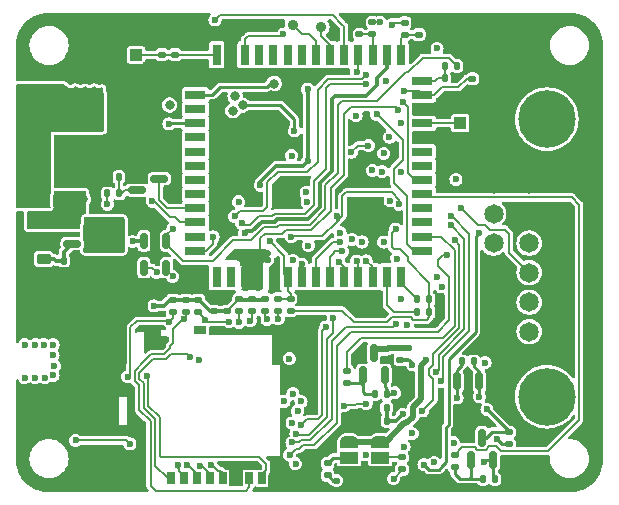
<source format=gbr>
G04 #@! TF.GenerationSoftware,KiCad,Pcbnew,7.0.10*
G04 #@! TF.CreationDate,2024-01-20T01:08:43+03:00*
G04 #@! TF.ProjectId,GPS_MODULE_V3.kicad_pro,4750535f-4d4f-4445-954c-455f56332e6b,rev?*
G04 #@! TF.SameCoordinates,Original*
G04 #@! TF.FileFunction,Copper,L4,Bot*
G04 #@! TF.FilePolarity,Positive*
%FSLAX46Y46*%
G04 Gerber Fmt 4.6, Leading zero omitted, Abs format (unit mm)*
G04 Created by KiCad (PCBNEW 7.0.10) date 2024-01-20 01:08:43*
%MOMM*%
%LPD*%
G01*
G04 APERTURE LIST*
G04 Aperture macros list*
%AMRoundRect*
0 Rectangle with rounded corners*
0 $1 Rounding radius*
0 $2 $3 $4 $5 $6 $7 $8 $9 X,Y pos of 4 corners*
0 Add a 4 corners polygon primitive as box body*
4,1,4,$2,$3,$4,$5,$6,$7,$8,$9,$2,$3,0*
0 Add four circle primitives for the rounded corners*
1,1,$1+$1,$2,$3*
1,1,$1+$1,$4,$5*
1,1,$1+$1,$6,$7*
1,1,$1+$1,$8,$9*
0 Add four rect primitives between the rounded corners*
20,1,$1+$1,$2,$3,$4,$5,0*
20,1,$1+$1,$4,$5,$6,$7,0*
20,1,$1+$1,$6,$7,$8,$9,0*
20,1,$1+$1,$8,$9,$2,$3,0*%
%AMFreePoly0*
4,1,19,0.550000,-0.750000,0.000000,-0.750000,0.000000,-0.744911,-0.071157,-0.744911,-0.207708,-0.704816,-0.327430,-0.627875,-0.420627,-0.520320,-0.479746,-0.390866,-0.500000,-0.250000,-0.500000,0.250000,-0.479746,0.390866,-0.420627,0.520320,-0.327430,0.627875,-0.207708,0.704816,-0.071157,0.744911,0.000000,0.744911,0.000000,0.750000,0.550000,0.750000,0.550000,-0.750000,0.550000,-0.750000,
$1*%
%AMFreePoly1*
4,1,19,0.000000,0.744911,0.071157,0.744911,0.207708,0.704816,0.327430,0.627875,0.420627,0.520320,0.479746,0.390866,0.500000,0.250000,0.500000,-0.250000,0.479746,-0.390866,0.420627,-0.520320,0.327430,-0.627875,0.207708,-0.704816,0.071157,-0.744911,0.000000,-0.744911,0.000000,-0.750000,-0.550000,-0.750000,-0.550000,0.750000,0.000000,0.750000,0.000000,0.744911,0.000000,0.744911,
$1*%
G04 Aperture macros list end*
G04 #@! TA.AperFunction,ComponentPad*
%ADD10C,1.650000*%
G04 #@! TD*
G04 #@! TA.AperFunction,ComponentPad*
%ADD11C,4.875000*%
G04 #@! TD*
G04 #@! TA.AperFunction,ComponentPad*
%ADD12R,2.400000X2.400000*%
G04 #@! TD*
G04 #@! TA.AperFunction,ComponentPad*
%ADD13C,2.400000*%
G04 #@! TD*
G04 #@! TA.AperFunction,SMDPad,CuDef*
%ADD14R,1.050000X1.000000*%
G04 #@! TD*
G04 #@! TA.AperFunction,SMDPad,CuDef*
%ADD15R,2.200000X1.050000*%
G04 #@! TD*
G04 #@! TA.AperFunction,SMDPad,CuDef*
%ADD16RoundRect,0.135000X-0.185000X0.135000X-0.185000X-0.135000X0.185000X-0.135000X0.185000X0.135000X0*%
G04 #@! TD*
G04 #@! TA.AperFunction,SMDPad,CuDef*
%ADD17RoundRect,0.150000X-0.587500X-0.150000X0.587500X-0.150000X0.587500X0.150000X-0.587500X0.150000X0*%
G04 #@! TD*
G04 #@! TA.AperFunction,SMDPad,CuDef*
%ADD18RoundRect,0.150000X-0.150000X0.587500X-0.150000X-0.587500X0.150000X-0.587500X0.150000X0.587500X0*%
G04 #@! TD*
G04 #@! TA.AperFunction,SMDPad,CuDef*
%ADD19RoundRect,0.135000X-0.135000X-0.185000X0.135000X-0.185000X0.135000X0.185000X-0.135000X0.185000X0*%
G04 #@! TD*
G04 #@! TA.AperFunction,SMDPad,CuDef*
%ADD20RoundRect,0.135000X0.185000X-0.135000X0.185000X0.135000X-0.185000X0.135000X-0.185000X-0.135000X0*%
G04 #@! TD*
G04 #@! TA.AperFunction,SMDPad,CuDef*
%ADD21RoundRect,0.140000X0.170000X-0.140000X0.170000X0.140000X-0.170000X0.140000X-0.170000X-0.140000X0*%
G04 #@! TD*
G04 #@! TA.AperFunction,SMDPad,CuDef*
%ADD22RoundRect,0.140000X-0.140000X-0.170000X0.140000X-0.170000X0.140000X0.170000X-0.140000X0.170000X0*%
G04 #@! TD*
G04 #@! TA.AperFunction,SMDPad,CuDef*
%ADD23RoundRect,0.147500X-0.172500X0.147500X-0.172500X-0.147500X0.172500X-0.147500X0.172500X0.147500X0*%
G04 #@! TD*
G04 #@! TA.AperFunction,SMDPad,CuDef*
%ADD24RoundRect,0.135000X0.135000X0.185000X-0.135000X0.185000X-0.135000X-0.185000X0.135000X-0.185000X0*%
G04 #@! TD*
G04 #@! TA.AperFunction,SMDPad,CuDef*
%ADD25C,1.000000*%
G04 #@! TD*
G04 #@! TA.AperFunction,SMDPad,CuDef*
%ADD26FreePoly0,90.000000*%
G04 #@! TD*
G04 #@! TA.AperFunction,SMDPad,CuDef*
%ADD27R,1.500000X1.000000*%
G04 #@! TD*
G04 #@! TA.AperFunction,SMDPad,CuDef*
%ADD28FreePoly1,90.000000*%
G04 #@! TD*
G04 #@! TA.AperFunction,SMDPad,CuDef*
%ADD29RoundRect,0.140000X0.140000X0.170000X-0.140000X0.170000X-0.140000X-0.170000X0.140000X-0.170000X0*%
G04 #@! TD*
G04 #@! TA.AperFunction,SMDPad,CuDef*
%ADD30RoundRect,0.225000X-0.375000X0.225000X-0.375000X-0.225000X0.375000X-0.225000X0.375000X0.225000X0*%
G04 #@! TD*
G04 #@! TA.AperFunction,SMDPad,CuDef*
%ADD31RoundRect,0.150000X-0.150000X0.512500X-0.150000X-0.512500X0.150000X-0.512500X0.150000X0.512500X0*%
G04 #@! TD*
G04 #@! TA.AperFunction,SMDPad,CuDef*
%ADD32C,0.900000*%
G04 #@! TD*
G04 #@! TA.AperFunction,SMDPad,CuDef*
%ADD33RoundRect,0.150000X0.150000X-0.587500X0.150000X0.587500X-0.150000X0.587500X-0.150000X-0.587500X0*%
G04 #@! TD*
G04 #@! TA.AperFunction,SMDPad,CuDef*
%ADD34R,0.800000X1.800000*%
G04 #@! TD*
G04 #@! TA.AperFunction,SMDPad,CuDef*
%ADD35R,1.800000X0.800000*%
G04 #@! TD*
G04 #@! TA.AperFunction,SMDPad,CuDef*
%ADD36R,3.048000X3.048000*%
G04 #@! TD*
G04 #@! TA.AperFunction,SMDPad,CuDef*
%ADD37R,1.524000X1.500000*%
G04 #@! TD*
G04 #@! TA.AperFunction,SMDPad,CuDef*
%ADD38R,0.700000X1.100000*%
G04 #@! TD*
G04 #@! TA.AperFunction,SMDPad,CuDef*
%ADD39R,0.700000X3.330000*%
G04 #@! TD*
G04 #@! TA.AperFunction,SMDPad,CuDef*
%ADD40R,1.140000X1.830000*%
G04 #@! TD*
G04 #@! TA.AperFunction,SMDPad,CuDef*
%ADD41R,0.900000X0.930000*%
G04 #@! TD*
G04 #@! TA.AperFunction,SMDPad,CuDef*
%ADD42R,0.860000X2.800000*%
G04 #@! TD*
G04 #@! TA.AperFunction,SMDPad,CuDef*
%ADD43R,1.050000X0.780000*%
G04 #@! TD*
G04 #@! TA.AperFunction,SMDPad,CuDef*
%ADD44RoundRect,0.237500X-0.287500X-0.237500X0.287500X-0.237500X0.287500X0.237500X-0.287500X0.237500X0*%
G04 #@! TD*
G04 #@! TA.AperFunction,ViaPad*
%ADD45C,0.600000*%
G04 #@! TD*
G04 #@! TA.AperFunction,ViaPad*
%ADD46C,0.800000*%
G04 #@! TD*
G04 #@! TA.AperFunction,Conductor*
%ADD47C,0.200000*%
G04 #@! TD*
G04 #@! TA.AperFunction,Conductor*
%ADD48C,0.250000*%
G04 #@! TD*
G04 #@! TA.AperFunction,Conductor*
%ADD49C,0.350000*%
G04 #@! TD*
G04 #@! TA.AperFunction,Conductor*
%ADD50C,0.525000*%
G04 #@! TD*
G04 #@! TA.AperFunction,Conductor*
%ADD51C,0.185623*%
G04 #@! TD*
G04 APERTURE END LIST*
D10*
X264000000Y-80700000D03*
X264000000Y-83200000D03*
X264000000Y-85700000D03*
X264000000Y-88200000D03*
X264000000Y-90700000D03*
X264000000Y-93200000D03*
X267000000Y-80700000D03*
X267000000Y-83200000D03*
X267000000Y-85700000D03*
X267000000Y-88200000D03*
X267000000Y-90700000D03*
X267000000Y-93200000D03*
D11*
X268500000Y-98700000D03*
X268500000Y-75200000D03*
D12*
X228900000Y-74200000D03*
D13*
X228900000Y-77700000D03*
D14*
X233735000Y-69740000D03*
D15*
X232210000Y-68265000D03*
X232210000Y-71215000D03*
D16*
X249940000Y-104340000D03*
X249940000Y-105360000D03*
X242450000Y-90440000D03*
X242450000Y-91460000D03*
X239000000Y-90490000D03*
X239000000Y-91510000D03*
D17*
X233812500Y-81200000D03*
X233812500Y-79300000D03*
X235687500Y-80250000D03*
D18*
X260900000Y-97400000D03*
X262800000Y-97400000D03*
X261850000Y-99275000D03*
D19*
X257530000Y-91550000D03*
X258550000Y-91550000D03*
D20*
X253740000Y-68020000D03*
X253740000Y-67000000D03*
D21*
X240350000Y-91460000D03*
X240350000Y-90500000D03*
D22*
X259870000Y-71730000D03*
X260830000Y-71730000D03*
D23*
X235910000Y-68770000D03*
X235910000Y-69740000D03*
D19*
X231292500Y-81490000D03*
X232312500Y-81490000D03*
X227597500Y-87180000D03*
X228617500Y-87180000D03*
D24*
X264110000Y-105650000D03*
X263090000Y-105650000D03*
D25*
X229147500Y-81940000D03*
D17*
X228312500Y-85750000D03*
X228312500Y-83850000D03*
X230187500Y-84800000D03*
D19*
X259860000Y-70690000D03*
X260880000Y-70690000D03*
D26*
X254400000Y-105150000D03*
D27*
X254400000Y-103850000D03*
D28*
X254400000Y-102550000D03*
D21*
X241400000Y-91460000D03*
X241400000Y-90500000D03*
X262200000Y-71780000D03*
X262200000Y-70820000D03*
D16*
X243550000Y-90440000D03*
X243550000Y-91460000D03*
D15*
X262700000Y-74065000D03*
X262700000Y-77015000D03*
D14*
X261175000Y-75540000D03*
D29*
X254960000Y-100750000D03*
X254000000Y-100750000D03*
D20*
X256470000Y-68040000D03*
X256470000Y-67020000D03*
D30*
X225907500Y-83730000D03*
X225907500Y-87030000D03*
D19*
X257530000Y-90450000D03*
X258550000Y-90450000D03*
D16*
X236850000Y-90490000D03*
X236850000Y-91510000D03*
D21*
X252640000Y-68020000D03*
X252640000Y-67060000D03*
D20*
X256100000Y-95570000D03*
X256100000Y-94550000D03*
X256240000Y-104860000D03*
X256240000Y-103840000D03*
D16*
X251550000Y-96490000D03*
X251550000Y-97510000D03*
D26*
X251750000Y-105150000D03*
D27*
X251750000Y-103850000D03*
D28*
X251750000Y-102550000D03*
D19*
X231240000Y-80100000D03*
X232260000Y-80100000D03*
D29*
X254930000Y-99650000D03*
X253970000Y-99650000D03*
D20*
X265310000Y-102700000D03*
X265310000Y-101680000D03*
D31*
X234390000Y-85502500D03*
X235340000Y-85502500D03*
X236290000Y-85502500D03*
X236290000Y-87777500D03*
X234390000Y-87777500D03*
D24*
X254950000Y-98490000D03*
X253930000Y-98490000D03*
D32*
X249400000Y-67400000D03*
D16*
X246800000Y-90390000D03*
X246800000Y-91410000D03*
D33*
X263960000Y-104037500D03*
X262060000Y-104037500D03*
X263010000Y-102162500D03*
D16*
X260710000Y-103650000D03*
X260710000Y-104670000D03*
D24*
X262310000Y-95700000D03*
X261290000Y-95700000D03*
D32*
X247000000Y-67200000D03*
D20*
X245700000Y-91410000D03*
X245700000Y-90390000D03*
D16*
X244650000Y-90400000D03*
X244650000Y-91420000D03*
D33*
X254800000Y-96877500D03*
X252900000Y-96877500D03*
X253850000Y-95002500D03*
D16*
X237950000Y-90490000D03*
X237950000Y-91510000D03*
D23*
X237020000Y-68770000D03*
X237020000Y-69740000D03*
D34*
X256150000Y-88550000D03*
X254950000Y-88550000D03*
X253750000Y-88550000D03*
X252550000Y-88550000D03*
X251350000Y-88550000D03*
X250150000Y-88550000D03*
X248950000Y-88550000D03*
X247750000Y-88550000D03*
X246550000Y-88550000D03*
X245350000Y-88550000D03*
X244150000Y-88550000D03*
X242950000Y-88550000D03*
X241750000Y-88550000D03*
X240550000Y-88550000D03*
D35*
X238750000Y-86350000D03*
X238750000Y-85150000D03*
X238750000Y-83950000D03*
X238750000Y-82750000D03*
X238750000Y-81550000D03*
X238750000Y-80350000D03*
X238750000Y-79150000D03*
X238750000Y-77950000D03*
X238750000Y-76750000D03*
X238750000Y-75550000D03*
X238750000Y-74350000D03*
X238750000Y-73150000D03*
X238750000Y-71950000D03*
D34*
X240550000Y-69750000D03*
X241750000Y-69750000D03*
X242950000Y-69750000D03*
X244150000Y-69750000D03*
X245350000Y-69750000D03*
X246550000Y-69750000D03*
X247750000Y-69750000D03*
X248950000Y-69750000D03*
X250150000Y-69750000D03*
X251350000Y-69750000D03*
X252550000Y-69750000D03*
X253750000Y-69750000D03*
X254950000Y-69750000D03*
X256150000Y-69750000D03*
D35*
X257950000Y-71950000D03*
X257950000Y-73150000D03*
X257950000Y-74350000D03*
X257950000Y-75550000D03*
X257950000Y-76750000D03*
X257950000Y-77950000D03*
X257950000Y-79150000D03*
X257950000Y-80350000D03*
X257950000Y-81550000D03*
X257950000Y-82750000D03*
X257950000Y-83950000D03*
X257950000Y-85150000D03*
X257950000Y-86350000D03*
D36*
X253200000Y-83350006D03*
D37*
X246850000Y-81050000D03*
D38*
X236695000Y-105600000D03*
X237795000Y-105600000D03*
X238895000Y-105600000D03*
X239995000Y-105600000D03*
X241095000Y-105600000D03*
X242195000Y-105600000D03*
X243295000Y-105600000D03*
X244395000Y-105600000D03*
D39*
X232595000Y-94335000D03*
D40*
X232815000Y-105585000D03*
D41*
X234905000Y-93135000D03*
D42*
X245475000Y-105100000D03*
D39*
X245555000Y-94335000D03*
D43*
X239170000Y-93060000D03*
D44*
X225422500Y-82060000D03*
X227172500Y-82060000D03*
D21*
X257670000Y-68040000D03*
X257670000Y-67080000D03*
D45*
X248775000Y-98275000D03*
X247948454Y-93795103D03*
X241080000Y-104400000D03*
X239600000Y-92169998D03*
X241625000Y-92350000D03*
X239074821Y-95555883D03*
X247829493Y-103850984D03*
X234850000Y-94200000D03*
X233100000Y-91650000D03*
X233000000Y-97000000D03*
X234625000Y-96925000D03*
X238296384Y-95371384D03*
X247225000Y-104375000D03*
X237775000Y-92125000D03*
X242450000Y-92400000D03*
X244815533Y-92156894D03*
X239164265Y-104569998D03*
X238035001Y-104449968D03*
X237234999Y-104450098D03*
X233250000Y-101000000D03*
X240051765Y-104473235D03*
X267200000Y-70000000D03*
X265800000Y-70000000D03*
X267900000Y-69500000D03*
X267000000Y-72200000D03*
X266200000Y-72600000D03*
X263950000Y-71100000D03*
X265500000Y-71150000D03*
X264700000Y-71150000D03*
X264700000Y-71950000D03*
X265500000Y-71950000D03*
X263950000Y-71900000D03*
X260100000Y-73500000D03*
X260700000Y-73100000D03*
X252702054Y-95641102D03*
X254530000Y-91800000D03*
X245688357Y-87236002D03*
X272600000Y-72900000D03*
X270000000Y-72300000D03*
X267900000Y-71800000D03*
X266500000Y-71500000D03*
X267900000Y-70900000D03*
X266700000Y-70500000D03*
X265100000Y-70500000D03*
X266600000Y-69500000D03*
X265000000Y-69400000D03*
X263200000Y-68300000D03*
X261900000Y-69200000D03*
X259900000Y-68700000D03*
X258400000Y-69100000D03*
X258600000Y-67900000D03*
X258800000Y-66700000D03*
X251700000Y-66800000D03*
X250700000Y-67900000D03*
X248800000Y-71500000D03*
X228500000Y-103900000D03*
X231700000Y-103200000D03*
X227300000Y-100700000D03*
X224200000Y-101000000D03*
X225100000Y-99900000D03*
X228100000Y-88300000D03*
X226600000Y-88200000D03*
X224900000Y-88200000D03*
X225600000Y-91200000D03*
X227600000Y-91100000D03*
X234300000Y-91400000D03*
X233500000Y-90800000D03*
X233200000Y-88000000D03*
X233400000Y-82800000D03*
X236500000Y-81500000D03*
X237100000Y-81600000D03*
X237000000Y-77600000D03*
X234900000Y-78000000D03*
X233500000Y-75800000D03*
X234400000Y-75700000D03*
X235400000Y-76200000D03*
X236000000Y-77800000D03*
X246400000Y-77500000D03*
X243700000Y-79700000D03*
X242100000Y-79300000D03*
X242100000Y-78200000D03*
X242100000Y-77300000D03*
X242100000Y-76400000D03*
X253167895Y-83382111D03*
X248100000Y-80600000D03*
X258575000Y-100600000D03*
X261400000Y-100500000D03*
X247000000Y-96300000D03*
X248000000Y-86702274D03*
X240100000Y-72000000D03*
X244000000Y-71800000D03*
X244400000Y-71200000D03*
X243600000Y-71200000D03*
X243200000Y-71800000D03*
X242400000Y-71800000D03*
X241600000Y-71800000D03*
X240798426Y-71876383D03*
X238600000Y-71100000D03*
X237900000Y-71100000D03*
X237200000Y-72000000D03*
X236500000Y-72000000D03*
X235800000Y-72000000D03*
X237200000Y-71300000D03*
X236500000Y-71300000D03*
X235800000Y-71300000D03*
X231400000Y-66600000D03*
X232100000Y-66600000D03*
X232800000Y-66600000D03*
X235200000Y-66600000D03*
X237500000Y-66600000D03*
X236700000Y-66600000D03*
X235900000Y-66600000D03*
X234400000Y-66600000D03*
X233600000Y-66600000D03*
X238200000Y-67800000D03*
X238500000Y-68400000D03*
X242500000Y-67600000D03*
X240400000Y-67600000D03*
X241100000Y-67600000D03*
X241800000Y-67600000D03*
X241800000Y-68300000D03*
X241100000Y-68300000D03*
X240400000Y-68300000D03*
X239700000Y-68500000D03*
X239300000Y-69100000D03*
X238600000Y-69100000D03*
X237900000Y-69100000D03*
X242800000Y-71200000D03*
X242000000Y-71200000D03*
X241200000Y-71200000D03*
X240500000Y-71200000D03*
X239700000Y-71000000D03*
X239300000Y-70332811D03*
X238600000Y-70332811D03*
X237800000Y-70332811D03*
X237200000Y-70600000D03*
X236500000Y-70600000D03*
X235800000Y-70600000D03*
X233700000Y-71500000D03*
X234400000Y-71500000D03*
X235100000Y-71500000D03*
X235200000Y-70332811D03*
X233700000Y-70800000D03*
X234537351Y-70656026D03*
X235100000Y-72200000D03*
X234400000Y-72200000D03*
X233700000Y-72200000D03*
X233000000Y-72800000D03*
X232300000Y-72800000D03*
X231500000Y-72800000D03*
X233000000Y-72100000D03*
X232300000Y-72100000D03*
X231500000Y-72100000D03*
X232600000Y-70000000D03*
X231800000Y-70000000D03*
X231800000Y-69200000D03*
X232600000Y-69200000D03*
X235200000Y-69100000D03*
X234548342Y-68831515D03*
X233700000Y-68739998D03*
X235200000Y-68100000D03*
X237500000Y-68100000D03*
X236700000Y-68100000D03*
X235900000Y-68100000D03*
X234400000Y-68100000D03*
X233600000Y-68100000D03*
X237500000Y-67400000D03*
X236700000Y-67400000D03*
X235900000Y-67400000D03*
X235200000Y-67400000D03*
X234400000Y-67400000D03*
X233600000Y-67400000D03*
X232800000Y-67400000D03*
X232100000Y-67400000D03*
X231400000Y-67400000D03*
X228200000Y-66600000D03*
X229000000Y-66600000D03*
X229800000Y-66600000D03*
X228200000Y-67400000D03*
X228200000Y-71300000D03*
X228200000Y-70600000D03*
X228200000Y-72000000D03*
X229000000Y-67400000D03*
X229000000Y-69800000D03*
X229000000Y-69000000D03*
X229000000Y-71300000D03*
X229000000Y-68200000D03*
X229000000Y-70600000D03*
X229000000Y-72000000D03*
X229800000Y-68200000D03*
X229800000Y-72000000D03*
X229800000Y-67400000D03*
X229800000Y-69800000D03*
X229800000Y-69000000D03*
X229800000Y-71300000D03*
X229800000Y-70600000D03*
X230600000Y-72000000D03*
X230600000Y-71300000D03*
X230600000Y-70600000D03*
X230600000Y-69800000D03*
X230600000Y-69000000D03*
X230600000Y-68200000D03*
X230600000Y-67400000D03*
X230600000Y-66600000D03*
X265500000Y-78825000D03*
X264700000Y-78825000D03*
X263750000Y-78825000D03*
X262900000Y-78900000D03*
X262400000Y-76000000D03*
X263200000Y-76050000D03*
X262300000Y-75100000D03*
X263100000Y-75150000D03*
X262016014Y-72560000D03*
X262900000Y-72500000D03*
X262450000Y-73100000D03*
X263250000Y-73150000D03*
X261600000Y-73150000D03*
X265500000Y-72700000D03*
X264700000Y-72700000D03*
X263950000Y-72650000D03*
X265500000Y-73600000D03*
X264700000Y-73600000D03*
X263950000Y-73550000D03*
X265500000Y-74550000D03*
X264700000Y-74550000D03*
X263950000Y-74500000D03*
X264700000Y-75400000D03*
X265500000Y-75400000D03*
X263950000Y-75350000D03*
X265500000Y-76300000D03*
X264700000Y-76300000D03*
X263950000Y-76250000D03*
X265500000Y-77200000D03*
X264700000Y-77200000D03*
X263950000Y-77150000D03*
X265500000Y-78150000D03*
X264700000Y-78150000D03*
X263950000Y-78100000D03*
X262900000Y-78100000D03*
X262000000Y-78000000D03*
X261050000Y-77500000D03*
X260950000Y-76550000D03*
X260200000Y-77750000D03*
X260200000Y-77000000D03*
X260200000Y-76350000D03*
X259450000Y-77600000D03*
X259450000Y-76850000D03*
X259450000Y-76150000D03*
X259500000Y-74150000D03*
X260150000Y-74150000D03*
X260750000Y-73800000D03*
X260750000Y-74500000D03*
X260150000Y-74900000D03*
X259500000Y-74900000D03*
X256392500Y-72856442D03*
X260800000Y-80300000D03*
X255700000Y-84500000D03*
X226000000Y-99100000D03*
X228500000Y-97300000D03*
X234300000Y-101000000D03*
X235250000Y-91007871D03*
X263274265Y-95825735D03*
X256150000Y-75500000D03*
X254696986Y-78097990D03*
X259200000Y-69200000D03*
X255175735Y-76724265D03*
X254922500Y-72000000D03*
X254560859Y-79650811D03*
X255938597Y-74417795D03*
X256342548Y-73727268D03*
X254100000Y-74800000D03*
X257100325Y-95989727D03*
X256300000Y-98900000D03*
X256320540Y-105770308D03*
X263425000Y-99758058D03*
X246700000Y-95481372D03*
X247700000Y-99100000D03*
X246900000Y-78300000D03*
X245025416Y-85500000D03*
X261200000Y-82700000D03*
X236500000Y-75600000D03*
X255700000Y-92550000D03*
X262800000Y-84800000D03*
X258100000Y-104450000D03*
X250700000Y-105800000D03*
X253149998Y-103600000D03*
X256800000Y-94600000D03*
X252349999Y-74900000D03*
X250404163Y-92010000D03*
X255600000Y-98371320D03*
X258962125Y-104255000D03*
X263200000Y-104255000D03*
X260600000Y-102600000D03*
X264273858Y-102305000D03*
X262800000Y-98700000D03*
X260900000Y-98800000D03*
X257100000Y-101810000D03*
X256407766Y-102925616D03*
X251360033Y-99460033D03*
X253216226Y-99292050D03*
X257962500Y-99900000D03*
X259575000Y-97400000D03*
X259149480Y-96600995D03*
X253100000Y-100700000D03*
X253400000Y-100100000D03*
X258300000Y-95626708D03*
X256300000Y-100200000D03*
X255533041Y-105625564D03*
X248300000Y-85900000D03*
X231300000Y-82400000D03*
X248200000Y-82200000D03*
X248111850Y-81404868D03*
X245710000Y-74870000D03*
D46*
X236950000Y-76630000D03*
X245140369Y-73152966D03*
D45*
X239600000Y-87800000D03*
X251900000Y-79500000D03*
X259093412Y-92503021D03*
X224300000Y-97100000D03*
D46*
X242110000Y-73250000D03*
D45*
X226800000Y-96100000D03*
X224300000Y-94300000D03*
X247110000Y-76190000D03*
X226000000Y-97100000D03*
D46*
X242740000Y-74010000D03*
X232220000Y-85590000D03*
X230970000Y-84010000D03*
X231530000Y-84890000D03*
X231100000Y-85950000D03*
D45*
X226700000Y-96900000D03*
X225900000Y-94300000D03*
X225200000Y-97100000D03*
D46*
X236560000Y-74010000D03*
X241930000Y-74490000D03*
D45*
X225200000Y-94300000D03*
X226700000Y-95200000D03*
X226700000Y-94300000D03*
X248250000Y-72650000D03*
X248250000Y-78780000D03*
X244240000Y-80790000D03*
X247005216Y-87153057D03*
X242400000Y-82200000D03*
X251950000Y-77984099D03*
X253398499Y-77442422D03*
X256000000Y-82400000D03*
X250775000Y-83370535D03*
X246879307Y-85162368D03*
X255800000Y-87000000D03*
X256700000Y-92600000D03*
X243400000Y-86800000D03*
X243600000Y-87600000D03*
X242800000Y-87400000D03*
X244200000Y-86800000D03*
X244900000Y-87100000D03*
X236849998Y-84475000D03*
X255400000Y-67200000D03*
X253204530Y-72253727D03*
X236825000Y-88500000D03*
X242652435Y-84000964D03*
X235462500Y-88162500D03*
X254400000Y-67000000D03*
X242077637Y-83426167D03*
X253158949Y-71452983D03*
X253728310Y-79547370D03*
X259600000Y-89400000D03*
X259200000Y-88600000D03*
X249800000Y-92800000D03*
X247704660Y-101136381D03*
X256150000Y-79654981D03*
X246931372Y-100931372D03*
X233200000Y-102700000D03*
X228600000Y-102400000D03*
X247398530Y-99898528D03*
X246919385Y-102576387D03*
X256187648Y-90419998D03*
X246722151Y-103622151D03*
X260035234Y-86691036D03*
X260706815Y-85450003D03*
X260400000Y-84200003D03*
X260400000Y-83400000D03*
X254700000Y-85610049D03*
X247262368Y-101816513D03*
X252858210Y-85600000D03*
X246245966Y-99102563D03*
X252000000Y-85374008D03*
X247000000Y-98450000D03*
X251000000Y-84800000D03*
X233425000Y-85550000D03*
X242925000Y-84800000D03*
X240400000Y-66800000D03*
X252400000Y-87200000D03*
X243400000Y-92270000D03*
X253200003Y-87200000D03*
X251000000Y-85600000D03*
X247744069Y-87459815D03*
X251200000Y-86400000D03*
X236525000Y-92344369D03*
X250903554Y-87296446D03*
X245775000Y-92100000D03*
X255224002Y-82105536D03*
X240248290Y-85169413D03*
D46*
X245410000Y-72190000D03*
D45*
X246200000Y-68000000D03*
X235093333Y-82145962D03*
X252400000Y-71200000D03*
D47*
X233200000Y-96325000D02*
X233200000Y-96800000D01*
X233245000Y-96280000D02*
X233200000Y-96325000D01*
X233245000Y-92830000D02*
X233245000Y-96280000D01*
X236480631Y-92300000D02*
X233775000Y-92300000D01*
X233775000Y-92300000D02*
X233245000Y-92830000D01*
X236525000Y-92344369D02*
X236480631Y-92300000D01*
X233200000Y-96800000D02*
X233000000Y-97000000D01*
X239299998Y-104569998D02*
X239995000Y-105265000D01*
X239164265Y-104569998D02*
X239299998Y-104569998D01*
X242195000Y-104850000D02*
X242195000Y-105600000D01*
X241080000Y-104400000D02*
X241745000Y-104400000D01*
X241745000Y-104400000D02*
X242195000Y-104850000D01*
X241095000Y-105200000D02*
X241095000Y-105600000D01*
X240870000Y-104975000D02*
X241095000Y-105200000D01*
X240051765Y-104473235D02*
X240173235Y-104473235D01*
X240173235Y-104473235D02*
X240675000Y-104975000D01*
X240675000Y-104975000D02*
X240870000Y-104975000D01*
X244395000Y-105280000D02*
X244395000Y-105625000D01*
X244745000Y-104930000D02*
X244395000Y-105280000D01*
X244150000Y-103800000D02*
X244745000Y-104395000D01*
X235838578Y-103800000D02*
X244150000Y-103800000D01*
X244745000Y-104395000D02*
X244745000Y-104930000D01*
X235750000Y-103711422D02*
X235838578Y-103800000D01*
X234775000Y-99468628D02*
X235750000Y-100443629D01*
X235750000Y-100443629D02*
X235750000Y-103711422D01*
X234775000Y-97025000D02*
X234775000Y-99468628D01*
X239780002Y-92350000D02*
X241625000Y-92350000D01*
X239365001Y-91934999D02*
X239780002Y-92350000D01*
X239365001Y-91934999D02*
X239000000Y-91569998D01*
X239600000Y-92169998D02*
X239365001Y-91934999D01*
X239000000Y-91569998D02*
X239000000Y-91510000D01*
X236450000Y-105625000D02*
X236695000Y-105625000D01*
X235350000Y-104525000D02*
X236450000Y-105625000D01*
X235350000Y-100609315D02*
X235350000Y-104525000D01*
X234375000Y-99634313D02*
X235350000Y-100609315D01*
X234375000Y-97550000D02*
X234375000Y-99634313D01*
X234000000Y-97175000D02*
X234375000Y-97550000D01*
X234000000Y-96656372D02*
X234000000Y-97175000D01*
X234556372Y-96100000D02*
X234000000Y-96656372D01*
X234575000Y-96100000D02*
X234556372Y-96100000D01*
X235150000Y-95525000D02*
X234575000Y-96100000D01*
X236640686Y-95125000D02*
X236240686Y-95525000D01*
X238050000Y-95125000D02*
X236640686Y-95125000D01*
X238296384Y-95371384D02*
X238050000Y-95125000D01*
X236240686Y-95525000D02*
X235150000Y-95525000D01*
X234850000Y-94200000D02*
X234905000Y-94145000D01*
X234905000Y-94145000D02*
X234905000Y-93160000D01*
X238035001Y-104449968D02*
X238079968Y-104449968D01*
X238079968Y-104449968D02*
X238895000Y-105265000D01*
X237345000Y-104970000D02*
X237640000Y-105265000D01*
X237345000Y-104860001D02*
X237345000Y-104970000D01*
X237234999Y-104750000D02*
X237345000Y-104860001D01*
X237640000Y-105265000D02*
X237795000Y-105265000D01*
X237234999Y-104450098D02*
X237234999Y-104750000D01*
X243020000Y-106650000D02*
X243295000Y-106375000D01*
X242325000Y-106650000D02*
X243020000Y-106650000D01*
X243295000Y-106375000D02*
X243295000Y-105625000D01*
X235375000Y-106650000D02*
X242325000Y-106650000D01*
X234950000Y-106225000D02*
X235375000Y-106650000D01*
X233975000Y-99799998D02*
X234950000Y-100775000D01*
X233975000Y-97715686D02*
X233975000Y-99799998D01*
X233600000Y-97340686D02*
X233975000Y-97715686D01*
X233600000Y-96490686D02*
X233600000Y-97340686D01*
X234390686Y-95700000D02*
X233600000Y-96490686D01*
X234950000Y-100775000D02*
X234950000Y-106225000D01*
X234409314Y-95700000D02*
X234390686Y-95700000D01*
X236850000Y-93000000D02*
X236850000Y-94165000D01*
X236850000Y-94165000D02*
X236615000Y-94400000D01*
X236615000Y-94400000D02*
X236615000Y-94585000D01*
X236615000Y-94585000D02*
X236075000Y-95125000D01*
X237725000Y-92125000D02*
X236850000Y-93000000D01*
X237775000Y-92125000D02*
X237725000Y-92125000D01*
X236075000Y-95125000D02*
X234984315Y-95125000D01*
X234984315Y-95125000D02*
X234409314Y-95700000D01*
X234775000Y-97025000D02*
X234725000Y-97025000D01*
X234775000Y-97025000D02*
X234775000Y-96925000D01*
X234725000Y-97025000D02*
X234625000Y-96925000D01*
X236850000Y-92019369D02*
X236525000Y-92344369D01*
X236850000Y-91510000D02*
X236850000Y-92019369D01*
X243550000Y-92120000D02*
X243550000Y-91460000D01*
X243400000Y-92270000D02*
X243550000Y-92120000D01*
X233200000Y-102700000D02*
X232900000Y-102400000D01*
X232900000Y-102400000D02*
X228600000Y-102400000D01*
X237950000Y-91950000D02*
X237775000Y-92125000D01*
X237950000Y-91510000D02*
X237950000Y-91950000D01*
X242450000Y-91460000D02*
X242450000Y-92400000D01*
X244650000Y-91991361D02*
X244815533Y-92156894D01*
X244650000Y-91420000D02*
X244650000Y-91991361D01*
X245700000Y-92025000D02*
X245700000Y-91410000D01*
X245775000Y-92100000D02*
X245700000Y-92025000D01*
X259708964Y-86691036D02*
X260035234Y-86691036D01*
X259300000Y-87651470D02*
X259300000Y-87100000D01*
X260200000Y-88551471D02*
X259300000Y-87651470D01*
X260200000Y-92244962D02*
X260200000Y-88551471D01*
X259244962Y-93200000D02*
X260200000Y-92244962D01*
X251900000Y-93200000D02*
X259244962Y-93200000D01*
X250700000Y-94400000D02*
X251900000Y-93200000D01*
X250700000Y-100900000D02*
X250700000Y-94400000D01*
X248800000Y-102800000D02*
X250700000Y-100900000D01*
X247510259Y-103122151D02*
X247832410Y-102800000D01*
X246722151Y-103622151D02*
X247222151Y-103122151D01*
X259300000Y-87100000D02*
X259708964Y-86691036D01*
X247222151Y-103122151D02*
X247510259Y-103122151D01*
X247832410Y-102800000D02*
X248800000Y-102800000D01*
X261360000Y-103000000D02*
X260710000Y-103650000D01*
X262400552Y-103000000D02*
X261360000Y-103000000D01*
X262600552Y-103200000D02*
X262400552Y-103000000D01*
X263350552Y-103200000D02*
X262600552Y-103200000D01*
X263645552Y-102905000D02*
X263350552Y-103200000D01*
X268595126Y-103300000D02*
X264600552Y-103300000D01*
X271237500Y-100657626D02*
X268595126Y-103300000D01*
X271237500Y-82437500D02*
X271237500Y-100657626D01*
X264600552Y-103300000D02*
X264205552Y-102905000D01*
X258225000Y-81825000D02*
X270625000Y-81825000D01*
X270625000Y-81825000D02*
X271237500Y-82437500D01*
X257950000Y-81550000D02*
X258225000Y-81825000D01*
X264205552Y-102905000D02*
X263645552Y-102905000D01*
X260996134Y-72500000D02*
X261716134Y-71780000D01*
X259600000Y-72500000D02*
X260996134Y-72500000D01*
X258950000Y-73150000D02*
X259600000Y-72500000D01*
X257950000Y-73150000D02*
X258950000Y-73150000D01*
X261716134Y-71780000D02*
X262200000Y-71780000D01*
X249500000Y-100253942D02*
X249500000Y-93100000D01*
X249127762Y-100626180D02*
X249500000Y-100253942D01*
X248214861Y-100626180D02*
X249127762Y-100626180D01*
X247704660Y-101136381D02*
X248214861Y-100626180D01*
X249500000Y-93100000D02*
X249800000Y-92800000D01*
X247666725Y-102400000D02*
X248485312Y-102400000D01*
X248485312Y-102400000D02*
X250300000Y-100585312D01*
X247490337Y-102576387D02*
X247666725Y-102400000D01*
X246919385Y-102576387D02*
X247490337Y-102576387D01*
X250300000Y-100585312D02*
X250300000Y-98500000D01*
X256750000Y-79800000D02*
X257300000Y-80350000D01*
X257300000Y-80350000D02*
X257950000Y-80350000D01*
X256750000Y-74134720D02*
X256750000Y-79800000D01*
X256342548Y-73727268D02*
X256750000Y-74134720D01*
X236584314Y-83525000D02*
X237025000Y-83525000D01*
X235205276Y-82145962D02*
X236584314Y-83525000D01*
X237025000Y-83525000D02*
X237450000Y-83950000D01*
X235093333Y-82145962D02*
X235205276Y-82145962D01*
X237450000Y-83950000D02*
X238750000Y-83950000D01*
X258550000Y-89050000D02*
X258550000Y-90450000D01*
X256750000Y-87250000D02*
X258550000Y-89050000D01*
X255548349Y-86200000D02*
X256100000Y-86200000D01*
X256750000Y-86850000D02*
X256750000Y-87250000D01*
X255400000Y-86051651D02*
X255548349Y-86200000D01*
X256100000Y-86200000D02*
X256750000Y-86850000D01*
X255400000Y-84800000D02*
X255400000Y-86051651D01*
X255700000Y-84500000D02*
X255400000Y-84800000D01*
X250400000Y-92014163D02*
X250404163Y-92010000D01*
X249900000Y-93800000D02*
X250400000Y-93300000D01*
X249900000Y-100419627D02*
X249900000Y-93800000D01*
X247262368Y-101816513D02*
X247378265Y-101932410D01*
X247378265Y-101932410D02*
X248387216Y-101932410D01*
X248387216Y-101932410D02*
X249900000Y-100419627D01*
X250400000Y-93300000D02*
X250400000Y-92014163D01*
X251300000Y-74800000D02*
X251300000Y-79700000D01*
X251900000Y-74200000D02*
X251300000Y-74800000D01*
X255720802Y-74200000D02*
X251900000Y-74200000D01*
X255938597Y-74417795D02*
X255720802Y-74200000D01*
D48*
X262500000Y-85100000D02*
X262800000Y-84800000D01*
X262500000Y-93200000D02*
X262500000Y-85100000D01*
X260200000Y-95500000D02*
X262500000Y-93200000D01*
X259641116Y-104583884D02*
X259975000Y-104250000D01*
X259975000Y-104250000D02*
X259975000Y-101300000D01*
X259641116Y-104598183D02*
X259641116Y-104583884D01*
X260200000Y-101075000D02*
X260200000Y-95500000D01*
X259359299Y-104880000D02*
X259641116Y-104598183D01*
X258100000Y-104450000D02*
X258530000Y-104880000D01*
X259975000Y-101300000D02*
X260200000Y-101075000D01*
X258530000Y-104880000D02*
X259359299Y-104880000D01*
D47*
X251502006Y-81400000D02*
X251200000Y-81702006D01*
X255366996Y-81400000D02*
X251502006Y-81400000D01*
X251200000Y-81702006D02*
X251200000Y-83400000D01*
X256000000Y-82400000D02*
X256000000Y-82033004D01*
X256000000Y-82033004D02*
X255366996Y-81400000D01*
X251200000Y-83400000D02*
X250700000Y-83900000D01*
X246288357Y-86788357D02*
X246288357Y-88288357D01*
X246288357Y-88288357D02*
X246550000Y-88550000D01*
X245025416Y-85525416D02*
X246288357Y-86788357D01*
X245025416Y-85500000D02*
X245025416Y-85525416D01*
D48*
X251550000Y-97510000D02*
X252710000Y-97510000D01*
X252710000Y-97510000D02*
X252900000Y-97700000D01*
X252900000Y-97700000D02*
X252900000Y-96877500D01*
X252900000Y-98300000D02*
X252900000Y-97700000D01*
D47*
X240248290Y-85751710D02*
X239650000Y-86350000D01*
X239650000Y-86350000D02*
X238750000Y-86350000D01*
X240248290Y-85169413D02*
X240248290Y-85751710D01*
D49*
X254950000Y-70850000D02*
X254950000Y-69750000D01*
X254112852Y-71687148D02*
X254950000Y-70850000D01*
X254112852Y-72300000D02*
X254112852Y-71687148D01*
X253212852Y-73200000D02*
X254112852Y-72300000D01*
X250600000Y-73200000D02*
X253212852Y-73200000D01*
X250275000Y-73525000D02*
X250600000Y-73200000D01*
X250275000Y-79596751D02*
X250275000Y-73525000D01*
X249275000Y-80596752D02*
X250275000Y-79596751D01*
X249275000Y-82645280D02*
X249275000Y-80596752D01*
X248245281Y-83675000D02*
X249275000Y-82645280D01*
X245662438Y-83675000D02*
X248245281Y-83675000D01*
X243050000Y-84675000D02*
X243553248Y-84675000D01*
X245462437Y-83875000D02*
X245662438Y-83675000D01*
X242925000Y-84800000D02*
X243050000Y-84675000D01*
X243553248Y-84675000D02*
X244353248Y-83875001D01*
X244353248Y-83875001D02*
X245462437Y-83875000D01*
D47*
X250111959Y-72253727D02*
X253204530Y-72253727D01*
X249800000Y-72565686D02*
X250111959Y-72253727D01*
X249800000Y-79400000D02*
X249800000Y-72565686D01*
X248800000Y-80400000D02*
X249800000Y-79400000D01*
X248800000Y-82448529D02*
X248800000Y-80400000D01*
X248048529Y-83200000D02*
X248800000Y-82448529D01*
X244156496Y-83400001D02*
X245265686Y-83400000D01*
X242652435Y-84000964D02*
X242851471Y-84200000D01*
X245465686Y-83200000D02*
X248048529Y-83200000D01*
X242851471Y-84200000D02*
X243356496Y-84200000D01*
X243356496Y-84200000D02*
X244156496Y-83400001D01*
X245265686Y-83400000D02*
X245465686Y-83200000D01*
X260190000Y-70000000D02*
X260880000Y-70690000D01*
X258000000Y-70000000D02*
X260190000Y-70000000D01*
X256750000Y-71250000D02*
X258000000Y-70000000D01*
X256550000Y-71250000D02*
X256750000Y-71250000D01*
X251125000Y-73675000D02*
X254125000Y-73675000D01*
X250800000Y-74000000D02*
X251125000Y-73675000D01*
X250800000Y-79743504D02*
X250800000Y-74000000D01*
X249750000Y-80793504D02*
X250800000Y-79743504D01*
X248442033Y-84150000D02*
X249750000Y-82842031D01*
X245859189Y-84150000D02*
X248442033Y-84150000D01*
X245659188Y-84350001D02*
X245859189Y-84150000D01*
X237700000Y-87200000D02*
X240200000Y-87200000D01*
X243469362Y-85430638D02*
X244549999Y-84350001D01*
X236290000Y-85790000D02*
X237700000Y-87200000D01*
X236290000Y-85502500D02*
X236290000Y-85790000D01*
X240200000Y-87200000D02*
X241969362Y-85430638D01*
X249750000Y-82842031D02*
X249750000Y-80793504D01*
X241969362Y-85430638D02*
X243469362Y-85430638D01*
X244549999Y-84350001D02*
X245659188Y-84350001D01*
X254125000Y-73675000D02*
X256550000Y-71250000D01*
X252811932Y-71800000D02*
X253158949Y-71452983D01*
X250000000Y-71800000D02*
X252811932Y-71800000D01*
X249100000Y-72700000D02*
X250000000Y-71800000D01*
X249100000Y-78800000D02*
X249100000Y-72700000D01*
X248225000Y-79675000D02*
X249100000Y-78800000D01*
X244840000Y-80561752D02*
X245726752Y-79675000D01*
X244840000Y-82600000D02*
X244840000Y-80561752D01*
X244440000Y-83000000D02*
X244840000Y-82600000D01*
X242077637Y-83426167D02*
X242503804Y-83000000D01*
X242503804Y-83000000D02*
X244440000Y-83000000D01*
X245726752Y-79675000D02*
X248225000Y-79675000D01*
X245350000Y-87574359D02*
X245688357Y-87236002D01*
X245350000Y-88550000D02*
X245350000Y-87574359D01*
X250775000Y-83825000D02*
X250700000Y-83900000D01*
X250775000Y-83370535D02*
X250775000Y-83825000D01*
X261850000Y-100050000D02*
X261400000Y-100500000D01*
X261850000Y-99275000D02*
X261850000Y-100050000D01*
X263300000Y-84200000D02*
X262700000Y-84200000D01*
X264951471Y-84551471D02*
X263651471Y-84551471D01*
X265300000Y-86500000D02*
X265300000Y-84900000D01*
X265300000Y-84900000D02*
X264951471Y-84551471D01*
X267000000Y-88200000D02*
X265300000Y-86500000D01*
X263651471Y-84551471D02*
X263300000Y-84200000D01*
X262700000Y-84200000D02*
X261200000Y-82700000D01*
X258550000Y-91950000D02*
X258550000Y-91550000D01*
X257211076Y-92170000D02*
X258330000Y-92170000D01*
X256991076Y-91950000D02*
X257211076Y-92170000D01*
X258330000Y-92170000D02*
X258550000Y-91950000D01*
X255384314Y-91950000D02*
X256991076Y-91950000D01*
X252180000Y-92400000D02*
X254934314Y-92400000D01*
X254934314Y-92400000D02*
X255384314Y-91950000D01*
X251190000Y-91410000D02*
X252180000Y-92400000D01*
X246800000Y-91410000D02*
X251190000Y-91410000D01*
D48*
X240840000Y-72500000D02*
X244768030Y-72500000D01*
X244768030Y-72500000D02*
X245078030Y-72190000D01*
X240190000Y-73150000D02*
X240840000Y-72500000D01*
X245078030Y-72190000D02*
X245410000Y-72190000D01*
X238750000Y-73150000D02*
X240190000Y-73150000D01*
D47*
X257656442Y-72856442D02*
X256392500Y-72856442D01*
X257950000Y-73150000D02*
X257656442Y-72856442D01*
D48*
X264273858Y-102305000D02*
X264668858Y-102700000D01*
X264668858Y-102700000D02*
X265310000Y-102700000D01*
X263820000Y-101680000D02*
X265310000Y-101680000D01*
X263010000Y-102162500D02*
X263337500Y-102162500D01*
X263337500Y-102162500D02*
X263820000Y-101680000D01*
D49*
X236092129Y-91007871D02*
X235250000Y-91007871D01*
X236610000Y-90490000D02*
X236092129Y-91007871D01*
X236850000Y-90490000D02*
X236610000Y-90490000D01*
D47*
X253398499Y-77442422D02*
X252491677Y-77442422D01*
X252491677Y-77442422D02*
X251950000Y-77984099D01*
X256300000Y-77000000D02*
X254100000Y-74800000D01*
X256700000Y-81734314D02*
X255550000Y-80584314D01*
X255550000Y-80584314D02*
X255550000Y-79406452D01*
X255550000Y-79406452D02*
X256300000Y-78656452D01*
X256300000Y-78656452D02*
X256300000Y-77000000D01*
X257250000Y-86350000D02*
X256700000Y-85800000D01*
X257950000Y-86350000D02*
X257250000Y-86350000D01*
X256700000Y-85800000D02*
X256700000Y-81734314D01*
X244200000Y-85300000D02*
X244200000Y-86800000D01*
X244600000Y-84900000D02*
X244200000Y-85300000D01*
X246100000Y-84900000D02*
X244600000Y-84900000D01*
X246437632Y-84562368D02*
X246100000Y-84900000D01*
X247400000Y-84600000D02*
X247362368Y-84562368D01*
X250200000Y-82957716D02*
X248557716Y-84600000D01*
X250200000Y-81000000D02*
X250200000Y-82957716D01*
X247362368Y-84562368D02*
X246437632Y-84562368D01*
X251300000Y-79900000D02*
X250200000Y-81000000D01*
X251300000Y-79700000D02*
X251300000Y-79900000D01*
X248557716Y-84600000D02*
X247400000Y-84600000D01*
X249500000Y-85100000D02*
X246941675Y-85100000D01*
X250700000Y-83900000D02*
X249500000Y-85100000D01*
X246941675Y-85100000D02*
X246879307Y-85162368D01*
D49*
X244240000Y-80490000D02*
X244240000Y-80790000D01*
X245530000Y-79200000D02*
X244240000Y-80490000D01*
X247830000Y-79200000D02*
X245530000Y-79200000D01*
X248250000Y-78780000D02*
X247830000Y-79200000D01*
D47*
X259550000Y-85150000D02*
X257950000Y-85150000D01*
X259701902Y-93700000D02*
X260700000Y-92701902D01*
X260700000Y-86300000D02*
X259550000Y-85150000D01*
X252800000Y-93700000D02*
X259701902Y-93700000D01*
X251550000Y-94950000D02*
X252800000Y-93700000D01*
X260700000Y-92701902D02*
X260700000Y-86300000D01*
X251550000Y-96490000D02*
X251550000Y-94950000D01*
X258900000Y-98962500D02*
X257962500Y-99900000D01*
X258900000Y-97200044D02*
X258900000Y-98962500D01*
X258549480Y-96849524D02*
X258900000Y-97200044D01*
X258900000Y-96001946D02*
X258549480Y-96352466D01*
X258900000Y-95067588D02*
X258900000Y-96001946D01*
X261100000Y-92867588D02*
X258900000Y-95067588D01*
X258549480Y-96352466D02*
X258549480Y-96849524D01*
X260706815Y-85450003D02*
X261100000Y-85843188D01*
X261100000Y-85843188D02*
X261100000Y-92867588D01*
D49*
X257100325Y-95900325D02*
X257100325Y-95989727D01*
X256900000Y-95700000D02*
X257100325Y-95900325D01*
D50*
X256439062Y-100962500D02*
X254851562Y-102550000D01*
X256615838Y-100962500D02*
X256439062Y-100962500D01*
X257200000Y-99584162D02*
X257200000Y-100378338D01*
X257858808Y-98925354D02*
X257200000Y-99584162D01*
X257858808Y-96067900D02*
X257858808Y-98925354D01*
X258300000Y-95626708D02*
X257858808Y-96067900D01*
X254851562Y-102550000D02*
X254400000Y-102550000D01*
X257200000Y-100378338D02*
X256615838Y-100962500D01*
D47*
X261525000Y-85325003D02*
X260400000Y-84200003D01*
X261525000Y-93008274D02*
X261525000Y-85325003D01*
X259349480Y-95183794D02*
X261525000Y-93008274D01*
X259349480Y-96400995D02*
X259349480Y-95183794D01*
X259149480Y-96600995D02*
X259349480Y-96400995D01*
X261950521Y-84901995D02*
X260448526Y-83400000D01*
X261950521Y-93148439D02*
X261950521Y-84901995D01*
X259749480Y-95349480D02*
X261950521Y-93148439D01*
X259749480Y-97225520D02*
X259749480Y-95349480D01*
X260448526Y-83400000D02*
X260400000Y-83400000D01*
X259575000Y-97400000D02*
X259749480Y-97225520D01*
D49*
X256770000Y-95570000D02*
X256900000Y-95700000D01*
X256100000Y-95570000D02*
X256770000Y-95570000D01*
D48*
X255481320Y-98490000D02*
X254950000Y-98490000D01*
X255600000Y-98371320D02*
X255481320Y-98490000D01*
D47*
X256240000Y-104918605D02*
X256240000Y-104860000D01*
X255533041Y-105625564D02*
X256240000Y-104918605D01*
D48*
X265310000Y-101643058D02*
X265310000Y-101680000D01*
X263425000Y-99758058D02*
X265310000Y-101643058D01*
D47*
X257100000Y-90000000D02*
X256150000Y-89050000D01*
X257100000Y-90020000D02*
X257100000Y-90000000D01*
X257530000Y-90450000D02*
X257100000Y-90020000D01*
X256150000Y-89050000D02*
X256150000Y-88550000D01*
X250300000Y-94000000D02*
X250300000Y-98500000D01*
X251500000Y-92800000D02*
X250300000Y-94000000D01*
X255700000Y-92550000D02*
X255450000Y-92800000D01*
X255450000Y-92800000D02*
X251500000Y-92800000D01*
X253212900Y-99288724D02*
X253216226Y-99292050D01*
X252379871Y-99288724D02*
X253212900Y-99288724D01*
X252268595Y-99400000D02*
X252379871Y-99288724D01*
X251420066Y-99400000D02*
X252268595Y-99400000D01*
X251360033Y-99460033D02*
X251420066Y-99400000D01*
D48*
X253400000Y-100100000D02*
X253850000Y-99650000D01*
X253850000Y-99650000D02*
X253970000Y-99650000D01*
X236550000Y-75550000D02*
X236500000Y-75600000D01*
X238750000Y-75550000D02*
X236550000Y-75550000D01*
D47*
X235077500Y-87777500D02*
X234390000Y-87777500D01*
X235462500Y-88162500D02*
X235077500Y-87777500D01*
D48*
X250380000Y-105800000D02*
X249940000Y-105360000D01*
X250700000Y-105800000D02*
X250380000Y-105800000D01*
D50*
X256750000Y-94550000D02*
X256800000Y-94600000D01*
X256100000Y-94550000D02*
X256750000Y-94550000D01*
D48*
X250430000Y-103850000D02*
X249940000Y-104340000D01*
X251750000Y-103850000D02*
X250430000Y-103850000D01*
X263417500Y-104037500D02*
X263200000Y-104255000D01*
X263960000Y-104037500D02*
X263417500Y-104037500D01*
X263960000Y-105500000D02*
X264110000Y-105650000D01*
X263960000Y-104037500D02*
X263960000Y-105500000D01*
X262060000Y-105490000D02*
X261900000Y-105650000D01*
X262060000Y-104037500D02*
X262060000Y-105490000D01*
X261900000Y-105650000D02*
X263090000Y-105650000D01*
X261150000Y-105650000D02*
X261900000Y-105650000D01*
X260710000Y-105210000D02*
X261150000Y-105650000D01*
X260710000Y-104670000D02*
X260710000Y-105210000D01*
X262800000Y-96600000D02*
X262800000Y-97400000D01*
X262310000Y-96110000D02*
X262800000Y-96600000D01*
X262310000Y-95700000D02*
X262310000Y-96110000D01*
X260900000Y-96400000D02*
X260900000Y-97400000D01*
X261290000Y-96010000D02*
X260900000Y-96400000D01*
X261290000Y-95700000D02*
X261290000Y-96010000D01*
X262800000Y-97400000D02*
X262800000Y-98700000D01*
X260900000Y-98800000D02*
X260900000Y-97400000D01*
X253150000Y-100750000D02*
X253100000Y-100700000D01*
X254000000Y-100750000D02*
X253150000Y-100750000D01*
X253090000Y-98490000D02*
X252900000Y-98300000D01*
X253930000Y-98490000D02*
X253090000Y-98490000D01*
X254800000Y-97900000D02*
X254800000Y-96877500D01*
X254950000Y-98050000D02*
X254800000Y-97900000D01*
X254950000Y-98490000D02*
X254950000Y-98050000D01*
D50*
X254152500Y-94700000D02*
X253850000Y-95002500D01*
X255000000Y-94700000D02*
X254152500Y-94700000D01*
X255150000Y-94550000D02*
X255000000Y-94700000D01*
X256100000Y-94550000D02*
X255150000Y-94550000D01*
X254400000Y-102550000D02*
X251750000Y-102550000D01*
D49*
X255750000Y-100750000D02*
X256300000Y-100200000D01*
X254960000Y-100750000D02*
X255750000Y-100750000D01*
X254930000Y-100720000D02*
X254960000Y-100750000D01*
X254930000Y-99650000D02*
X254930000Y-100720000D01*
D47*
X254410000Y-103840000D02*
X254400000Y-103850000D01*
X256240000Y-103840000D02*
X254410000Y-103840000D01*
X247750000Y-87465746D02*
X247750000Y-88550000D01*
X247744069Y-87459815D02*
X247750000Y-87465746D01*
X231300000Y-81497500D02*
X231292500Y-81490000D01*
X231300000Y-82400000D02*
X231300000Y-81497500D01*
D51*
X233735000Y-69740000D02*
X240540000Y-69740000D01*
X240540000Y-69740000D02*
X240550000Y-69750000D01*
X261165000Y-75550000D02*
X261175000Y-75540000D01*
X257950000Y-75550000D02*
X261165000Y-75550000D01*
X257960000Y-75540000D02*
X257950000Y-75550000D01*
D48*
X247110000Y-75180000D02*
X245940000Y-74010000D01*
X247110000Y-76190000D02*
X247110000Y-75180000D01*
X245940000Y-74010000D02*
X242740000Y-74010000D01*
D49*
X248250000Y-72650000D02*
X248250000Y-78780000D01*
D47*
X258550000Y-90450000D02*
X258550000Y-91550000D01*
X252640000Y-68020000D02*
X253740000Y-68020000D01*
X253750000Y-69750000D02*
X253750000Y-68030000D01*
X253750000Y-68030000D02*
X253740000Y-68020000D01*
D49*
X228312500Y-85750000D02*
X227597500Y-86465000D01*
X227597500Y-86465000D02*
X227597500Y-87180000D01*
X225907500Y-87030000D02*
X226755000Y-87030000D01*
X226905000Y-87180000D02*
X227597500Y-87180000D01*
X226755000Y-87030000D02*
X226905000Y-87180000D01*
D47*
X236849998Y-84475000D02*
X236290000Y-85034998D01*
X236290000Y-85034998D02*
X236290000Y-85502500D01*
X255580000Y-67020000D02*
X255400000Y-67200000D01*
X256470000Y-67020000D02*
X255580000Y-67020000D01*
X236290000Y-87965000D02*
X236290000Y-87777500D01*
X236825000Y-88500000D02*
X236290000Y-87965000D01*
X253740000Y-67000000D02*
X254400000Y-67000000D01*
X256150000Y-69750000D02*
X256150000Y-68360000D01*
X256470000Y-68040000D02*
X257670000Y-68040000D01*
X256150000Y-68360000D02*
X256470000Y-68040000D01*
X232312500Y-81490000D02*
X232535000Y-81490000D01*
X232535000Y-81490000D02*
X232825000Y-81200000D01*
X232260000Y-81437500D02*
X232312500Y-81490000D01*
X232260000Y-80100000D02*
X232260000Y-81437500D01*
X232825000Y-81200000D02*
X233812500Y-81200000D01*
X235687500Y-80250000D02*
X235687500Y-82062500D01*
X235687500Y-82062500D02*
X236375000Y-82750000D01*
X236375000Y-82750000D02*
X238750000Y-82750000D01*
X246800000Y-90000000D02*
X246800000Y-90390000D01*
X246550000Y-89750000D02*
X246800000Y-90000000D01*
X245700000Y-90390000D02*
X246800000Y-90390000D01*
X246550000Y-88550000D02*
X246550000Y-89750000D01*
X259270000Y-71730000D02*
X259870000Y-71730000D01*
X259860000Y-71720000D02*
X259870000Y-71730000D01*
X257950000Y-71950000D02*
X259050000Y-71950000D01*
X259860000Y-70690000D02*
X259860000Y-71720000D01*
X259050000Y-71950000D02*
X259270000Y-71730000D01*
D49*
X242485000Y-90475000D02*
X244650000Y-90475000D01*
X239024990Y-90490000D02*
X239000000Y-90490000D01*
X240350000Y-91460000D02*
X241400000Y-91460000D01*
X242450000Y-90440000D02*
X242485000Y-90475000D01*
D47*
X242420000Y-90440000D02*
X241400000Y-91460000D01*
X242450000Y-90440000D02*
X242420000Y-90440000D01*
D49*
X240350000Y-91460000D02*
X239994990Y-91460000D01*
X239000000Y-90490000D02*
X236850000Y-90490000D01*
X239994990Y-91460000D02*
X239024990Y-90490000D01*
D47*
X250150000Y-68950000D02*
X249400000Y-68200000D01*
X249400000Y-68200000D02*
X249400000Y-67400000D01*
X250150000Y-69750000D02*
X250150000Y-68950000D01*
X248950000Y-68550000D02*
X248400000Y-68000000D01*
X247800000Y-68000000D02*
X247000000Y-67200000D01*
X248400000Y-68000000D02*
X247800000Y-68000000D01*
X248950000Y-69750000D02*
X248950000Y-68550000D01*
D49*
X233472500Y-85502500D02*
X233425000Y-85550000D01*
X234390000Y-85502500D02*
X233472500Y-85502500D01*
D47*
X251200000Y-67200000D02*
X250400000Y-66400000D01*
X251350000Y-67350000D02*
X251200000Y-67200000D01*
X240800000Y-66400000D02*
X240400000Y-66800000D01*
X251350000Y-69750000D02*
X251350000Y-67350000D01*
X250400000Y-66400000D02*
X240800000Y-66400000D01*
X252550000Y-88550000D02*
X252550000Y-87350000D01*
X252550000Y-87350000D02*
X252400000Y-87200000D01*
X253750000Y-87749997D02*
X253750000Y-88550000D01*
X253200003Y-87200000D02*
X253750000Y-87749997D01*
X249600000Y-86400000D02*
X250400000Y-85600000D01*
X250400000Y-85600000D02*
X251000000Y-85600000D01*
X248950000Y-87050000D02*
X249600000Y-86400000D01*
X248950000Y-88550000D02*
X248950000Y-87050000D01*
X250150000Y-86850000D02*
X250400000Y-86600000D01*
X250150000Y-88550000D02*
X250150000Y-86850000D01*
X250400000Y-86600000D02*
X250600000Y-86400000D01*
X250600000Y-86400000D02*
X251200000Y-86400000D01*
X250903554Y-87296446D02*
X251350000Y-87742892D01*
X251350000Y-87742892D02*
X251350000Y-88550000D01*
X255550000Y-91550000D02*
X254950000Y-90950000D01*
X254950000Y-90950000D02*
X254950000Y-88550000D01*
X257530000Y-91550000D02*
X255550000Y-91550000D01*
X242950000Y-69750000D02*
X242950000Y-68450000D01*
X246000000Y-68200000D02*
X246200000Y-68000000D01*
X243200000Y-68200000D02*
X246000000Y-68200000D01*
X242950000Y-68450000D02*
X243200000Y-68200000D01*
X252550000Y-69750000D02*
X252550000Y-71050000D01*
X252550000Y-71050000D02*
X252400000Y-71200000D01*
G04 #@! TA.AperFunction,Conductor*
G36*
X239981935Y-66220185D02*
G01*
X240027690Y-66272989D01*
X240037634Y-66342147D01*
X240011187Y-66400057D01*
X240012327Y-66400932D01*
X240007381Y-66407377D01*
X240007379Y-66407379D01*
X239963035Y-66465169D01*
X239919137Y-66522377D01*
X239863671Y-66656287D01*
X239863670Y-66656291D01*
X239846373Y-66787676D01*
X239844750Y-66800000D01*
X239857069Y-66893574D01*
X239863670Y-66943708D01*
X239863671Y-66943712D01*
X239919137Y-67077622D01*
X239919138Y-67077624D01*
X239919139Y-67077625D01*
X240007379Y-67192621D01*
X240122375Y-67280861D01*
X240256291Y-67336330D01*
X240383280Y-67353048D01*
X240399999Y-67355250D01*
X240400000Y-67355250D01*
X240400001Y-67355250D01*
X240414977Y-67353278D01*
X240543709Y-67336330D01*
X240677625Y-67280861D01*
X240792621Y-67192621D01*
X240880861Y-67077625D01*
X240936330Y-66943709D01*
X240947573Y-66858314D01*
X240975840Y-66794417D01*
X241034165Y-66755947D01*
X241070512Y-66750500D01*
X246241643Y-66750500D01*
X246308682Y-66770185D01*
X246354437Y-66822989D01*
X246364381Y-66892147D01*
X246357585Y-66918471D01*
X246314860Y-67031125D01*
X246314859Y-67031130D01*
X246294355Y-67200000D01*
X246307324Y-67306810D01*
X246295864Y-67375733D01*
X246248960Y-67427519D01*
X246200414Y-67444695D01*
X246092803Y-67458863D01*
X246056291Y-67463670D01*
X246056290Y-67463670D01*
X246056287Y-67463671D01*
X245922377Y-67519137D01*
X245807379Y-67607379D01*
X245719138Y-67722376D01*
X245713359Y-67736329D01*
X245698189Y-67772953D01*
X245654351Y-67827355D01*
X245588057Y-67849421D01*
X245583629Y-67849500D01*
X243249206Y-67849500D01*
X243223761Y-67846861D01*
X243223016Y-67846704D01*
X243214685Y-67844958D01*
X243214684Y-67844958D01*
X243185884Y-67848548D01*
X243172181Y-67849398D01*
X243170962Y-67849499D01*
X243151990Y-67852665D01*
X243146923Y-67853403D01*
X243098605Y-67859426D01*
X243091584Y-67861516D01*
X243084617Y-67863908D01*
X243041812Y-67887072D01*
X243037261Y-67889415D01*
X242993513Y-67910803D01*
X242987566Y-67915047D01*
X242981738Y-67919584D01*
X242948780Y-67955386D01*
X242945233Y-67959083D01*
X242736955Y-68167361D01*
X242717106Y-68183482D01*
X242709331Y-68188562D01*
X242691499Y-68211472D01*
X242682394Y-68221784D01*
X242681624Y-68222694D01*
X242670439Y-68238359D01*
X242667378Y-68242463D01*
X242637482Y-68280873D01*
X242633980Y-68287344D01*
X242630760Y-68293932D01*
X242616871Y-68340582D01*
X242615309Y-68345457D01*
X242599499Y-68391513D01*
X242598296Y-68398717D01*
X242597382Y-68406048D01*
X242599394Y-68454667D01*
X242599500Y-68459792D01*
X242599500Y-68482981D01*
X242579815Y-68550020D01*
X242527011Y-68595775D01*
X242499692Y-68604598D01*
X242452263Y-68614032D01*
X242452260Y-68614033D01*
X242369399Y-68669399D01*
X242314033Y-68752260D01*
X242314032Y-68752264D01*
X242299500Y-68825321D01*
X242299500Y-70674678D01*
X242314032Y-70747735D01*
X242314033Y-70747739D01*
X242314034Y-70747740D01*
X242369399Y-70830601D01*
X242415307Y-70861275D01*
X242452260Y-70885966D01*
X242452264Y-70885967D01*
X242525321Y-70900499D01*
X242525324Y-70900500D01*
X242525326Y-70900500D01*
X243374676Y-70900500D01*
X243374677Y-70900499D01*
X243447735Y-70885967D01*
X243447737Y-70885967D01*
X243447737Y-70885966D01*
X243447740Y-70885966D01*
X243481112Y-70863667D01*
X243547786Y-70842791D01*
X243615166Y-70861275D01*
X243618829Y-70863628D01*
X243652260Y-70885966D01*
X243652262Y-70885966D01*
X243652263Y-70885967D01*
X243725321Y-70900499D01*
X243725324Y-70900500D01*
X243725326Y-70900500D01*
X244574676Y-70900500D01*
X244574677Y-70900499D01*
X244647735Y-70885967D01*
X244647737Y-70885967D01*
X244647737Y-70885966D01*
X244647740Y-70885966D01*
X244681112Y-70863667D01*
X244747786Y-70842791D01*
X244815166Y-70861275D01*
X244818829Y-70863628D01*
X244852260Y-70885966D01*
X244852262Y-70885966D01*
X244852263Y-70885967D01*
X244925321Y-70900499D01*
X244925324Y-70900500D01*
X244925326Y-70900500D01*
X245774676Y-70900500D01*
X245774677Y-70900499D01*
X245847735Y-70885967D01*
X245847737Y-70885967D01*
X245847737Y-70885966D01*
X245847740Y-70885966D01*
X245881112Y-70863667D01*
X245947786Y-70842791D01*
X246015166Y-70861275D01*
X246018829Y-70863628D01*
X246052260Y-70885966D01*
X246052262Y-70885966D01*
X246052263Y-70885967D01*
X246125321Y-70900499D01*
X246125324Y-70900500D01*
X246125326Y-70900500D01*
X246974676Y-70900500D01*
X246974677Y-70900499D01*
X247047735Y-70885967D01*
X247047737Y-70885967D01*
X247047737Y-70885966D01*
X247047740Y-70885966D01*
X247081112Y-70863667D01*
X247147786Y-70842791D01*
X247215166Y-70861275D01*
X247218829Y-70863628D01*
X247252260Y-70885966D01*
X247252262Y-70885966D01*
X247252263Y-70885967D01*
X247325321Y-70900499D01*
X247325324Y-70900500D01*
X247325326Y-70900500D01*
X248174676Y-70900500D01*
X248174677Y-70900499D01*
X248247735Y-70885967D01*
X248247737Y-70885967D01*
X248247737Y-70885966D01*
X248247740Y-70885966D01*
X248281112Y-70863667D01*
X248347786Y-70842791D01*
X248415166Y-70861275D01*
X248418829Y-70863628D01*
X248452260Y-70885966D01*
X248452262Y-70885966D01*
X248452263Y-70885967D01*
X248525321Y-70900499D01*
X248525324Y-70900500D01*
X248525326Y-70900500D01*
X249374676Y-70900500D01*
X249374677Y-70900499D01*
X249447735Y-70885967D01*
X249447737Y-70885967D01*
X249447737Y-70885966D01*
X249447740Y-70885966D01*
X249481112Y-70863667D01*
X249547786Y-70842791D01*
X249615166Y-70861275D01*
X249618829Y-70863628D01*
X249652260Y-70885966D01*
X249652262Y-70885966D01*
X249652263Y-70885967D01*
X249725321Y-70900499D01*
X249725324Y-70900500D01*
X249725326Y-70900500D01*
X250574676Y-70900500D01*
X250574677Y-70900499D01*
X250647735Y-70885967D01*
X250647737Y-70885967D01*
X250647737Y-70885966D01*
X250647740Y-70885966D01*
X250681112Y-70863667D01*
X250747786Y-70842791D01*
X250815166Y-70861275D01*
X250818829Y-70863628D01*
X250852260Y-70885966D01*
X250852262Y-70885966D01*
X250852263Y-70885967D01*
X250925321Y-70900499D01*
X250925324Y-70900500D01*
X251743814Y-70900500D01*
X251810853Y-70920185D01*
X251856608Y-70972989D01*
X251866552Y-71042147D01*
X251863703Y-71056035D01*
X251845661Y-71193078D01*
X251844750Y-71200000D01*
X251859136Y-71309274D01*
X251859142Y-71309314D01*
X251848377Y-71378349D01*
X251801997Y-71430605D01*
X251736203Y-71449500D01*
X250049206Y-71449500D01*
X250023761Y-71446861D01*
X250023016Y-71446704D01*
X250014685Y-71444958D01*
X250014684Y-71444958D01*
X249985884Y-71448548D01*
X249972181Y-71449398D01*
X249970962Y-71449499D01*
X249951990Y-71452665D01*
X249946923Y-71453403D01*
X249898605Y-71459426D01*
X249891584Y-71461516D01*
X249884617Y-71463908D01*
X249841812Y-71487072D01*
X249837261Y-71489415D01*
X249793513Y-71510803D01*
X249787566Y-71515047D01*
X249781738Y-71519584D01*
X249748780Y-71555386D01*
X249745233Y-71559083D01*
X248918146Y-72386170D01*
X248856823Y-72419655D01*
X248787131Y-72414671D01*
X248732090Y-72373976D01*
X248676240Y-72301192D01*
X248642621Y-72257379D01*
X248527625Y-72169139D01*
X248527624Y-72169138D01*
X248527622Y-72169137D01*
X248393712Y-72113671D01*
X248393710Y-72113670D01*
X248393709Y-72113670D01*
X248314449Y-72103235D01*
X248250001Y-72094750D01*
X248249999Y-72094750D01*
X248106291Y-72113670D01*
X248106287Y-72113671D01*
X247972377Y-72169137D01*
X247857379Y-72257379D01*
X247769137Y-72372377D01*
X247713671Y-72506287D01*
X247713670Y-72506291D01*
X247694830Y-72649396D01*
X247694750Y-72650000D01*
X247712520Y-72784977D01*
X247713670Y-72793708D01*
X247713671Y-72793712D01*
X247769137Y-72927622D01*
X247769138Y-72927624D01*
X247769139Y-72927625D01*
X247798875Y-72966378D01*
X247824070Y-73031545D01*
X247824500Y-73041864D01*
X247824500Y-75854275D01*
X247804815Y-75921314D01*
X247752011Y-75967069D01*
X247682853Y-75977013D01*
X247619297Y-75947988D01*
X247593114Y-75916278D01*
X247590861Y-75912376D01*
X247590861Y-75912375D01*
X247511123Y-75808459D01*
X247485930Y-75743291D01*
X247485500Y-75732974D01*
X247485500Y-75231804D01*
X247488139Y-75206359D01*
X247489472Y-75200000D01*
X247490367Y-75195732D01*
X247486452Y-75164322D01*
X247485500Y-75148985D01*
X247485500Y-75148889D01*
X247485500Y-75148886D01*
X247482075Y-75128369D01*
X247481341Y-75123325D01*
X247479369Y-75107503D01*
X247474866Y-75071374D01*
X247474864Y-75071370D01*
X247472622Y-75063840D01*
X247470065Y-75056395D01*
X247470065Y-75056390D01*
X247445148Y-75010348D01*
X247442828Y-75005840D01*
X247419826Y-74958789D01*
X247419825Y-74958788D01*
X247419825Y-74958787D01*
X247415275Y-74952415D01*
X247410420Y-74946176D01*
X247410419Y-74946174D01*
X247409341Y-74945182D01*
X247393502Y-74930601D01*
X247371892Y-74910707D01*
X247368218Y-74907181D01*
X246242149Y-73781111D01*
X246226022Y-73761252D01*
X246220086Y-73752167D01*
X246220085Y-73752166D01*
X246220084Y-73752164D01*
X246195109Y-73732725D01*
X246183591Y-73722553D01*
X246183515Y-73722477D01*
X246166595Y-73710398D01*
X246162479Y-73707329D01*
X246121189Y-73675190D01*
X246114274Y-73671448D01*
X246107197Y-73667988D01*
X246057043Y-73653056D01*
X246052167Y-73651494D01*
X246002662Y-73634500D01*
X245994923Y-73633208D01*
X245987085Y-73632231D01*
X245936201Y-73634336D01*
X245934806Y-73634394D01*
X245929684Y-73634500D01*
X243336308Y-73634500D01*
X243269269Y-73614815D01*
X243234257Y-73580938D01*
X243230483Y-73575470D01*
X243112240Y-73470717D01*
X243112238Y-73470716D01*
X243112237Y-73470715D01*
X242972366Y-73397304D01*
X242859603Y-73369511D01*
X242799223Y-73334355D01*
X242767434Y-73272136D01*
X242765641Y-73252991D01*
X242746237Y-73093182D01*
X242732168Y-73056086D01*
X242727383Y-73043470D01*
X242722017Y-72973809D01*
X242755164Y-72912302D01*
X242816302Y-72878481D01*
X242843326Y-72875500D01*
X244716226Y-72875500D01*
X244741671Y-72878139D01*
X244744754Y-72878785D01*
X244752298Y-72880367D01*
X244783706Y-72876451D01*
X244799044Y-72875500D01*
X244799142Y-72875500D01*
X244799144Y-72875500D01*
X244819673Y-72872073D01*
X244824703Y-72871341D01*
X244876656Y-72864866D01*
X244876658Y-72864864D01*
X244884171Y-72862628D01*
X244891636Y-72860066D01*
X244891636Y-72860065D01*
X244891640Y-72860065D01*
X244930300Y-72839143D01*
X244937666Y-72835157D01*
X244942223Y-72832812D01*
X244976233Y-72816185D01*
X244989241Y-72809826D01*
X244989243Y-72809823D01*
X244995621Y-72805270D01*
X245001849Y-72800422D01*
X245001856Y-72800419D01*
X245001860Y-72800413D01*
X245007856Y-72795748D01*
X245072850Y-72770106D01*
X245141390Y-72783673D01*
X245143875Y-72784977D01*
X245177635Y-72802696D01*
X245177634Y-72802696D01*
X245331014Y-72840500D01*
X245331015Y-72840500D01*
X245488985Y-72840500D01*
X245642365Y-72802696D01*
X245659490Y-72793708D01*
X245782240Y-72729283D01*
X245900483Y-72624530D01*
X245990220Y-72494523D01*
X246046237Y-72346818D01*
X246065278Y-72190000D01*
X246062153Y-72164258D01*
X246046237Y-72033181D01*
X246014969Y-71950735D01*
X245990220Y-71885477D01*
X245900483Y-71755470D01*
X245782240Y-71650717D01*
X245782238Y-71650716D01*
X245782237Y-71650715D01*
X245642365Y-71577303D01*
X245488986Y-71539500D01*
X245488985Y-71539500D01*
X245331015Y-71539500D01*
X245331014Y-71539500D01*
X245177634Y-71577303D01*
X245037762Y-71650715D01*
X244919516Y-71755471D01*
X244829782Y-71885473D01*
X244829777Y-71885482D01*
X244825935Y-71895613D01*
X244797678Y-71939314D01*
X244648809Y-72088182D01*
X244587489Y-72121666D01*
X244561130Y-72124500D01*
X240891803Y-72124500D01*
X240866358Y-72121861D01*
X240865428Y-72121666D01*
X240855732Y-72119633D01*
X240855731Y-72119633D01*
X240824323Y-72123548D01*
X240808985Y-72124500D01*
X240808886Y-72124500D01*
X240788400Y-72127918D01*
X240783338Y-72128656D01*
X240774043Y-72129815D01*
X240731370Y-72135134D01*
X240723857Y-72137371D01*
X240716386Y-72139936D01*
X240670371Y-72164837D01*
X240665820Y-72167180D01*
X240618792Y-72190171D01*
X240612375Y-72194753D01*
X240606174Y-72199579D01*
X240570718Y-72238094D01*
X240567172Y-72241789D01*
X240094924Y-72714037D01*
X240033601Y-72747522D01*
X239963909Y-72742538D01*
X239907976Y-72700666D01*
X239891299Y-72663270D01*
X239890640Y-72663544D01*
X239885966Y-72652260D01*
X239869680Y-72627886D01*
X239830601Y-72569399D01*
X239747740Y-72514034D01*
X239747739Y-72514033D01*
X239747735Y-72514032D01*
X239674677Y-72499500D01*
X239674674Y-72499500D01*
X237825326Y-72499500D01*
X237825323Y-72499500D01*
X237752264Y-72514032D01*
X237752260Y-72514033D01*
X237669399Y-72569399D01*
X237614033Y-72652260D01*
X237614032Y-72652264D01*
X237599500Y-72725321D01*
X237599500Y-73574678D01*
X237614032Y-73647735D01*
X237614033Y-73647739D01*
X237614034Y-73647740D01*
X237636329Y-73681108D01*
X237636331Y-73681110D01*
X237657208Y-73747788D01*
X237638723Y-73815168D01*
X237636337Y-73818879D01*
X237631708Y-73825807D01*
X237614033Y-73852260D01*
X237614032Y-73852264D01*
X237599500Y-73925321D01*
X237599500Y-74774678D01*
X237614032Y-74847735D01*
X237614033Y-74847739D01*
X237614034Y-74847740D01*
X237636329Y-74881108D01*
X237636331Y-74881110D01*
X237657208Y-74947788D01*
X237638723Y-75015168D01*
X237636337Y-75018879D01*
X237631708Y-75025807D01*
X237614033Y-75052260D01*
X237614032Y-75052262D01*
X237609571Y-75074693D01*
X237577185Y-75136603D01*
X237516469Y-75171177D01*
X237487954Y-75174500D01*
X236891864Y-75174500D01*
X236824825Y-75154815D01*
X236816389Y-75148884D01*
X236777625Y-75119139D01*
X236777624Y-75119138D01*
X236777622Y-75119137D01*
X236643712Y-75063671D01*
X236643710Y-75063670D01*
X236643709Y-75063670D01*
X236571854Y-75054210D01*
X236500001Y-75044750D01*
X236499999Y-75044750D01*
X236356291Y-75063670D01*
X236356287Y-75063671D01*
X236222377Y-75119137D01*
X236107379Y-75207379D01*
X236019137Y-75322377D01*
X235963671Y-75456287D01*
X235963670Y-75456291D01*
X235944750Y-75599999D01*
X235944750Y-75600000D01*
X235963670Y-75743708D01*
X235963671Y-75743712D01*
X236019137Y-75877622D01*
X236019138Y-75877624D01*
X236019139Y-75877625D01*
X236107379Y-75992621D01*
X236222375Y-76080861D01*
X236222376Y-76080861D01*
X236222377Y-76080862D01*
X236263760Y-76098003D01*
X236356291Y-76136330D01*
X236476940Y-76152214D01*
X236499999Y-76155250D01*
X236500000Y-76155250D01*
X236500001Y-76155250D01*
X236523060Y-76152214D01*
X236643709Y-76136330D01*
X236777625Y-76080861D01*
X236892621Y-75992621D01*
X236906900Y-75974011D01*
X236963329Y-75932810D01*
X237005275Y-75925500D01*
X237487954Y-75925500D01*
X237554993Y-75945185D01*
X237600748Y-75997989D01*
X237609571Y-76025307D01*
X237614032Y-76047737D01*
X237614033Y-76047739D01*
X237614034Y-76047740D01*
X237636329Y-76081108D01*
X237636331Y-76081110D01*
X237657208Y-76147788D01*
X237638723Y-76215168D01*
X237636337Y-76218879D01*
X237635188Y-76220600D01*
X237614033Y-76252260D01*
X237614032Y-76252264D01*
X237599500Y-76325321D01*
X237599500Y-77174678D01*
X237614032Y-77247735D01*
X237614033Y-77247739D01*
X237614034Y-77247740D01*
X237636329Y-77281108D01*
X237636331Y-77281110D01*
X237657208Y-77347788D01*
X237638723Y-77415168D01*
X237636337Y-77418879D01*
X237631708Y-77425807D01*
X237614033Y-77452260D01*
X237614032Y-77452264D01*
X237599500Y-77525321D01*
X237599500Y-78374678D01*
X237614032Y-78447735D01*
X237614033Y-78447739D01*
X237626503Y-78466402D01*
X237636329Y-78481108D01*
X237636331Y-78481110D01*
X237657208Y-78547788D01*
X237638723Y-78615168D01*
X237636337Y-78618879D01*
X237631708Y-78625807D01*
X237614033Y-78652260D01*
X237614032Y-78652264D01*
X237599500Y-78725321D01*
X237599500Y-79574678D01*
X237614032Y-79647735D01*
X237614033Y-79647739D01*
X237614034Y-79647740D01*
X237636329Y-79681108D01*
X237636331Y-79681110D01*
X237657208Y-79747788D01*
X237638723Y-79815168D01*
X237636337Y-79818879D01*
X237632254Y-79824992D01*
X237614033Y-79852260D01*
X237614032Y-79852264D01*
X237599500Y-79925321D01*
X237599500Y-80774678D01*
X237614032Y-80847735D01*
X237614033Y-80847739D01*
X237620551Y-80857494D01*
X237636329Y-80881108D01*
X237636331Y-80881110D01*
X237657208Y-80947788D01*
X237638723Y-81015168D01*
X237636337Y-81018879D01*
X237634512Y-81021612D01*
X237614033Y-81052260D01*
X237614032Y-81052264D01*
X237599500Y-81125321D01*
X237599500Y-81974678D01*
X237614032Y-82047735D01*
X237614033Y-82047739D01*
X237619745Y-82056287D01*
X237636329Y-82081108D01*
X237636331Y-82081110D01*
X237657208Y-82147788D01*
X237638723Y-82215168D01*
X237636337Y-82218879D01*
X237636096Y-82219242D01*
X237614033Y-82252260D01*
X237614032Y-82252263D01*
X237604598Y-82299692D01*
X237572212Y-82361603D01*
X237511496Y-82396177D01*
X237482981Y-82399500D01*
X236571544Y-82399500D01*
X236504505Y-82379815D01*
X236483863Y-82363181D01*
X236074319Y-81953637D01*
X236040834Y-81892314D01*
X236038000Y-81865956D01*
X236038000Y-80924499D01*
X236057685Y-80857460D01*
X236110489Y-80811705D01*
X236162000Y-80800499D01*
X236306517Y-80800499D01*
X236306518Y-80800499D01*
X236400304Y-80785646D01*
X236513342Y-80728050D01*
X236603050Y-80638342D01*
X236660646Y-80525304D01*
X236660646Y-80525302D01*
X236660647Y-80525301D01*
X236675499Y-80431524D01*
X236675500Y-80431519D01*
X236675499Y-80068482D01*
X236660646Y-79974696D01*
X236603050Y-79861658D01*
X236603046Y-79861654D01*
X236603045Y-79861652D01*
X236513347Y-79771954D01*
X236513344Y-79771952D01*
X236513342Y-79771950D01*
X236432190Y-79730601D01*
X236400301Y-79714352D01*
X236306524Y-79699500D01*
X235068482Y-79699500D01*
X234987519Y-79712323D01*
X234974696Y-79714354D01*
X234861658Y-79771950D01*
X234861657Y-79771951D01*
X234861652Y-79771954D01*
X234771954Y-79861652D01*
X234771951Y-79861657D01*
X234771950Y-79861658D01*
X234763408Y-79878423D01*
X234714352Y-79974698D01*
X234699500Y-80068475D01*
X234699500Y-80431517D01*
X234710090Y-80498384D01*
X234712306Y-80512375D01*
X234715881Y-80534943D01*
X234713857Y-80535263D01*
X234715490Y-80592516D01*
X234679407Y-80652347D01*
X234616704Y-80683171D01*
X234547290Y-80675203D01*
X234539280Y-80671475D01*
X234525304Y-80664354D01*
X234525303Y-80664353D01*
X234525300Y-80664352D01*
X234525301Y-80664352D01*
X234431524Y-80649500D01*
X233193482Y-80649500D01*
X233112519Y-80662323D01*
X233099696Y-80664354D01*
X232986658Y-80721950D01*
X232986657Y-80721951D01*
X232986656Y-80721951D01*
X232897164Y-80811443D01*
X232835840Y-80844927D01*
X232824829Y-80846808D01*
X232810885Y-80848547D01*
X232797214Y-80849395D01*
X232795965Y-80849499D01*
X232776960Y-80852669D01*
X232771900Y-80853406D01*
X232749838Y-80856156D01*
X232680878Y-80844915D01*
X232628943Y-80798176D01*
X232610500Y-80733108D01*
X232610500Y-80666040D01*
X232630185Y-80599001D01*
X232646814Y-80578363D01*
X232713076Y-80512102D01*
X232713076Y-80512100D01*
X232713078Y-80512099D01*
X232746510Y-80443712D01*
X232769582Y-80396518D01*
X232780500Y-80321582D01*
X232780500Y-79878418D01*
X232769582Y-79803482D01*
X232754169Y-79771954D01*
X232713078Y-79687900D01*
X232713076Y-79687897D01*
X232622102Y-79596923D01*
X232622099Y-79596921D01*
X232506521Y-79540419D01*
X232506519Y-79540418D01*
X232506518Y-79540418D01*
X232431582Y-79529500D01*
X232088418Y-79529500D01*
X232013482Y-79540418D01*
X232013480Y-79540418D01*
X232013478Y-79540419D01*
X231897900Y-79596921D01*
X231897897Y-79596923D01*
X231806923Y-79687897D01*
X231806921Y-79687900D01*
X231750419Y-79803478D01*
X231750418Y-79803480D01*
X231750418Y-79803482D01*
X231739500Y-79878418D01*
X231739500Y-80321582D01*
X231750418Y-80396518D01*
X231750418Y-80396519D01*
X231750419Y-80396521D01*
X231806921Y-80512099D01*
X231806923Y-80512101D01*
X231806924Y-80512102D01*
X231873182Y-80578360D01*
X231906666Y-80639681D01*
X231909500Y-80666040D01*
X231909500Y-80942459D01*
X231889815Y-81009498D01*
X231837011Y-81055253D01*
X231767853Y-81065197D01*
X231704297Y-81036172D01*
X231697819Y-81030140D01*
X231654602Y-80986923D01*
X231654599Y-80986921D01*
X231539021Y-80930419D01*
X231539019Y-80930418D01*
X231539018Y-80930418D01*
X231464082Y-80919500D01*
X231120918Y-80919500D01*
X231045982Y-80930418D01*
X231045980Y-80930418D01*
X231045978Y-80930419D01*
X230930400Y-80986921D01*
X230930397Y-80986923D01*
X230839423Y-81077897D01*
X230839421Y-81077900D01*
X230782919Y-81193478D01*
X230782918Y-81193480D01*
X230782918Y-81193482D01*
X230772000Y-81268418D01*
X230772000Y-81711582D01*
X230782918Y-81786518D01*
X230782918Y-81786519D01*
X230782919Y-81786521D01*
X230839421Y-81902099D01*
X230839423Y-81902102D01*
X230846688Y-81909367D01*
X230880173Y-81970690D01*
X230875189Y-82040382D01*
X230857383Y-82072534D01*
X230819139Y-82122374D01*
X230819138Y-82122376D01*
X230763671Y-82256287D01*
X230763670Y-82256291D01*
X230744750Y-82399999D01*
X230744750Y-82400000D01*
X230763670Y-82543708D01*
X230763671Y-82543712D01*
X230819137Y-82677622D01*
X230819138Y-82677624D01*
X230819139Y-82677625D01*
X230907379Y-82792621D01*
X231022375Y-82880861D01*
X231156291Y-82936330D01*
X231283280Y-82953048D01*
X231299999Y-82955250D01*
X231300000Y-82955250D01*
X231300001Y-82955250D01*
X231314977Y-82953278D01*
X231443709Y-82936330D01*
X231577625Y-82880861D01*
X231692621Y-82792621D01*
X231780861Y-82677625D01*
X231836330Y-82543709D01*
X231855250Y-82400000D01*
X231836330Y-82256291D01*
X231803220Y-82176356D01*
X231796080Y-82159117D01*
X231788611Y-82089648D01*
X231819887Y-82027169D01*
X231879976Y-81991517D01*
X231949801Y-81994011D01*
X231965101Y-82000265D01*
X232047163Y-82040382D01*
X232065982Y-82049582D01*
X232140918Y-82060500D01*
X232140923Y-82060500D01*
X232484077Y-82060500D01*
X232484082Y-82060500D01*
X232559018Y-82049582D01*
X232616810Y-82021329D01*
X232674599Y-81993078D01*
X232674602Y-81993076D01*
X232765576Y-81902102D01*
X232765578Y-81902099D01*
X232822081Y-81786520D01*
X232822080Y-81786520D01*
X232822082Y-81786518D01*
X232823235Y-81778597D01*
X232852375Y-81715098D01*
X232911222Y-81677430D01*
X232981092Y-81677558D01*
X233002235Y-81685987D01*
X233099693Y-81735645D01*
X233099698Y-81735647D01*
X233193475Y-81750499D01*
X233193481Y-81750500D01*
X234431518Y-81750499D01*
X234431522Y-81750499D01*
X234458722Y-81746191D01*
X234528016Y-81755146D01*
X234581468Y-81800142D01*
X234602107Y-81866893D01*
X234592682Y-81916114D01*
X234568426Y-81974674D01*
X234557002Y-82002255D01*
X234543073Y-82108059D01*
X234538083Y-82145962D01*
X234554109Y-82267693D01*
X234557003Y-82289670D01*
X234557004Y-82289674D01*
X234612470Y-82423584D01*
X234612471Y-82423586D01*
X234612472Y-82423587D01*
X234700712Y-82538583D01*
X234815708Y-82626823D01*
X234815709Y-82626823D01*
X234815710Y-82626824D01*
X234860346Y-82645312D01*
X234949624Y-82682292D01*
X235076613Y-82699010D01*
X235093332Y-82701212D01*
X235093333Y-82701212D01*
X235184265Y-82689240D01*
X235253298Y-82700005D01*
X235288130Y-82724498D01*
X236301676Y-83738044D01*
X236317803Y-83757902D01*
X236322877Y-83765669D01*
X236345783Y-83783497D01*
X236356064Y-83792577D01*
X236356998Y-83793368D01*
X236357004Y-83793372D01*
X236357007Y-83793375D01*
X236372702Y-83804580D01*
X236376736Y-83807588D01*
X236405293Y-83829815D01*
X236415191Y-83837519D01*
X236421622Y-83840999D01*
X236428250Y-83844240D01*
X236439980Y-83847732D01*
X236498617Y-83885726D01*
X236527403Y-83949390D01*
X236517201Y-84018511D01*
X236480089Y-84064951D01*
X236457378Y-84082377D01*
X236369135Y-84197377D01*
X236313669Y-84331287D01*
X236313668Y-84331292D01*
X236293867Y-84481686D01*
X236265600Y-84545583D01*
X236207275Y-84584053D01*
X236170930Y-84589500D01*
X236108483Y-84589500D01*
X236040780Y-84600223D01*
X236014696Y-84604354D01*
X235901658Y-84661950D01*
X235901657Y-84661951D01*
X235901652Y-84661954D01*
X235811954Y-84751652D01*
X235811951Y-84751657D01*
X235811950Y-84751658D01*
X235792751Y-84789337D01*
X235754352Y-84864698D01*
X235739500Y-84958475D01*
X235739500Y-86046517D01*
X235748318Y-86102191D01*
X235754354Y-86140304D01*
X235811950Y-86253342D01*
X235811952Y-86253344D01*
X235811954Y-86253347D01*
X235901652Y-86343045D01*
X235901654Y-86343046D01*
X235901658Y-86343050D01*
X236008726Y-86397604D01*
X236014698Y-86400647D01*
X236108475Y-86415499D01*
X236108481Y-86415500D01*
X236368455Y-86415499D01*
X236435494Y-86435183D01*
X236456136Y-86451818D01*
X236673730Y-86669412D01*
X236707215Y-86730735D01*
X236702231Y-86800427D01*
X236660359Y-86856360D01*
X236594895Y-86880777D01*
X236566652Y-86879566D01*
X236471525Y-86864500D01*
X236108482Y-86864500D01*
X236027519Y-86877323D01*
X236014696Y-86879354D01*
X235901658Y-86936950D01*
X235901657Y-86936951D01*
X235901652Y-86936954D01*
X235811954Y-87026652D01*
X235811951Y-87026657D01*
X235811950Y-87026658D01*
X235800781Y-87048579D01*
X235754352Y-87139698D01*
X235739500Y-87233475D01*
X235739500Y-87502323D01*
X235719815Y-87569362D01*
X235667011Y-87615117D01*
X235599315Y-87625262D01*
X235462502Y-87607250D01*
X235454373Y-87607250D01*
X235454373Y-87603743D01*
X235401113Y-87595272D01*
X235366622Y-87570940D01*
X235360137Y-87564455D01*
X235344011Y-87544598D01*
X235338937Y-87536831D01*
X235316024Y-87518997D01*
X235305748Y-87509922D01*
X235304809Y-87509127D01*
X235304807Y-87509125D01*
X235289151Y-87497947D01*
X235285044Y-87494885D01*
X235272634Y-87485226D01*
X235246626Y-87464983D01*
X235246624Y-87464982D01*
X235240140Y-87461473D01*
X235233567Y-87458259D01*
X235186909Y-87444368D01*
X235182032Y-87442806D01*
X235135984Y-87426998D01*
X235128787Y-87425797D01*
X235121451Y-87424882D01*
X235072832Y-87426894D01*
X235067707Y-87427000D01*
X235064499Y-87427000D01*
X234997460Y-87407315D01*
X234951705Y-87354511D01*
X234940499Y-87303000D01*
X234940499Y-87233482D01*
X234937358Y-87213649D01*
X234925646Y-87139696D01*
X234868050Y-87026658D01*
X234868046Y-87026654D01*
X234868045Y-87026652D01*
X234778347Y-86936954D01*
X234778344Y-86936952D01*
X234778342Y-86936950D01*
X234682061Y-86887892D01*
X234665301Y-86879352D01*
X234571524Y-86864500D01*
X234208482Y-86864500D01*
X234127519Y-86877323D01*
X234114696Y-86879354D01*
X234001658Y-86936950D01*
X234001657Y-86936951D01*
X234001652Y-86936954D01*
X233911954Y-87026652D01*
X233911951Y-87026657D01*
X233911950Y-87026658D01*
X233900781Y-87048579D01*
X233854352Y-87139698D01*
X233839500Y-87233475D01*
X233839500Y-88321517D01*
X233845007Y-88356287D01*
X233854354Y-88415304D01*
X233911950Y-88528342D01*
X233911952Y-88528344D01*
X233911954Y-88528347D01*
X234001652Y-88618045D01*
X234001654Y-88618046D01*
X234001658Y-88618050D01*
X234114694Y-88675645D01*
X234114698Y-88675647D01*
X234208475Y-88690499D01*
X234208481Y-88690500D01*
X234571518Y-88690499D01*
X234665304Y-88675646D01*
X234778342Y-88618050D01*
X234868050Y-88528342D01*
X234868051Y-88528339D01*
X234870641Y-88525750D01*
X234931964Y-88492265D01*
X235001656Y-88497249D01*
X235056697Y-88537943D01*
X235068809Y-88553727D01*
X235069879Y-88555121D01*
X235184875Y-88643361D01*
X235184876Y-88643361D01*
X235184877Y-88643362D01*
X235185715Y-88643709D01*
X235318791Y-88698830D01*
X235445780Y-88715548D01*
X235462499Y-88717750D01*
X235462500Y-88717750D01*
X235462501Y-88717750D01*
X235477477Y-88715778D01*
X235606209Y-88698830D01*
X235740125Y-88643361D01*
X235762336Y-88626317D01*
X235827503Y-88601122D01*
X235894119Y-88614208D01*
X235901656Y-88618048D01*
X235901658Y-88618050D01*
X235977134Y-88656507D01*
X236014696Y-88675646D01*
X236014698Y-88675647D01*
X236108475Y-88690499D01*
X236108481Y-88690500D01*
X236225195Y-88690499D01*
X236292234Y-88710183D01*
X236337989Y-88762987D01*
X236339754Y-88767042D01*
X236344135Y-88777618D01*
X236344136Y-88777621D01*
X236344138Y-88777624D01*
X236344139Y-88777625D01*
X236432379Y-88892621D01*
X236547375Y-88980861D01*
X236681291Y-89036330D01*
X236808280Y-89053048D01*
X236824999Y-89055250D01*
X236825000Y-89055250D01*
X236825001Y-89055250D01*
X236839977Y-89053278D01*
X236968709Y-89036330D01*
X237102625Y-88980861D01*
X237217621Y-88892621D01*
X237305861Y-88777625D01*
X237361330Y-88643709D01*
X237380250Y-88500000D01*
X237361330Y-88356291D01*
X237305861Y-88222375D01*
X237217621Y-88107379D01*
X237102625Y-88019139D01*
X237102624Y-88019138D01*
X237102622Y-88019137D01*
X236968710Y-87963670D01*
X236948310Y-87960984D01*
X236884414Y-87932715D01*
X236845945Y-87874389D01*
X236840499Y-87838045D01*
X236840499Y-87233477D01*
X236829040Y-87161125D01*
X236825646Y-87139696D01*
X236825645Y-87139695D01*
X236825432Y-87138347D01*
X236834387Y-87069053D01*
X236879383Y-87015601D01*
X236946135Y-86994962D01*
X237013448Y-87013687D01*
X237035586Y-87031268D01*
X237417362Y-87413044D01*
X237433489Y-87432902D01*
X237438563Y-87440669D01*
X237461469Y-87458497D01*
X237471757Y-87467583D01*
X237472689Y-87468373D01*
X237478241Y-87472336D01*
X237488367Y-87479565D01*
X237492462Y-87482619D01*
X237530875Y-87512518D01*
X237537333Y-87516012D01*
X237543934Y-87519240D01*
X237590593Y-87533131D01*
X237595437Y-87534682D01*
X237641512Y-87550500D01*
X237641515Y-87550501D01*
X237648730Y-87551704D01*
X237656044Y-87552616D01*
X237656046Y-87552617D01*
X237656047Y-87552616D01*
X237656048Y-87552617D01*
X237704668Y-87550606D01*
X237709793Y-87550500D01*
X239775500Y-87550500D01*
X239842539Y-87570185D01*
X239888294Y-87622989D01*
X239899500Y-87674500D01*
X239899500Y-89474678D01*
X239914032Y-89547735D01*
X239914033Y-89547739D01*
X239914034Y-89547740D01*
X239969399Y-89630601D01*
X240039777Y-89677625D01*
X240052260Y-89685966D01*
X240052264Y-89685967D01*
X240125321Y-89700499D01*
X240125324Y-89700500D01*
X240125326Y-89700500D01*
X240974676Y-89700500D01*
X240974677Y-89700499D01*
X241047735Y-89685967D01*
X241047737Y-89685967D01*
X241047737Y-89685966D01*
X241047740Y-89685966D01*
X241081112Y-89663667D01*
X241147786Y-89642791D01*
X241215166Y-89661275D01*
X241218829Y-89663628D01*
X241252260Y-89685966D01*
X241252262Y-89685966D01*
X241252263Y-89685967D01*
X241325321Y-89700499D01*
X241325324Y-89700500D01*
X241325326Y-89700500D01*
X242070721Y-89700500D01*
X242137760Y-89720185D01*
X242183515Y-89772989D01*
X242186777Y-89780832D01*
X242188927Y-89786546D01*
X242187221Y-89787187D01*
X242196251Y-89848833D01*
X242167394Y-89912465D01*
X242127928Y-89942910D01*
X242037897Y-89986923D01*
X241946923Y-90077897D01*
X241946921Y-90077900D01*
X241890419Y-90193478D01*
X241890418Y-90193480D01*
X241890418Y-90193482D01*
X241879500Y-90268418D01*
X241879500Y-90268423D01*
X241879500Y-90433455D01*
X241859815Y-90500494D01*
X241843181Y-90521136D01*
X241471135Y-90893181D01*
X241409812Y-90926666D01*
X241383455Y-90929500D01*
X241199260Y-90929500D01*
X241199260Y-90929501D01*
X241107829Y-90943981D01*
X241107828Y-90943981D01*
X240997607Y-91000142D01*
X240989710Y-91005880D01*
X240988505Y-91004221D01*
X240938245Y-91031666D01*
X240911887Y-91034500D01*
X240838113Y-91034500D01*
X240771074Y-91014815D01*
X240757203Y-91003637D01*
X240752394Y-91000144D01*
X240752391Y-91000141D01*
X240642175Y-90943983D01*
X240642174Y-90943982D01*
X240642171Y-90943981D01*
X240550735Y-90929500D01*
X240149262Y-90929500D01*
X240149260Y-90929501D01*
X240139981Y-90930970D01*
X240070688Y-90922009D01*
X240032913Y-90896176D01*
X239606819Y-90470081D01*
X239573334Y-90408758D01*
X239570500Y-90382400D01*
X239570500Y-90318423D01*
X239570500Y-90318418D01*
X239559582Y-90243482D01*
X239547329Y-90218418D01*
X239503078Y-90127900D01*
X239503076Y-90127897D01*
X239412102Y-90036923D01*
X239412099Y-90036921D01*
X239296521Y-89980419D01*
X239296519Y-89980418D01*
X239296518Y-89980418D01*
X239221582Y-89969500D01*
X238778418Y-89969500D01*
X238703482Y-89980418D01*
X238703480Y-89980418D01*
X238703478Y-89980419D01*
X238587903Y-90036919D01*
X238581607Y-90041416D01*
X238515609Y-90064352D01*
X238509551Y-90064500D01*
X238440449Y-90064500D01*
X238373410Y-90044815D01*
X238368393Y-90041416D01*
X238362096Y-90036919D01*
X238246521Y-89980419D01*
X238246519Y-89980418D01*
X238246518Y-89980418D01*
X238171582Y-89969500D01*
X237728418Y-89969500D01*
X237653482Y-89980418D01*
X237653480Y-89980418D01*
X237653478Y-89980419D01*
X237537903Y-90036919D01*
X237531607Y-90041416D01*
X237465609Y-90064352D01*
X237459551Y-90064500D01*
X237340449Y-90064500D01*
X237273410Y-90044815D01*
X237268393Y-90041416D01*
X237262096Y-90036919D01*
X237146521Y-89980419D01*
X237146519Y-89980418D01*
X237146518Y-89980418D01*
X237071582Y-89969500D01*
X236628418Y-89969500D01*
X236553482Y-89980418D01*
X236553480Y-89980418D01*
X236553478Y-89980419D01*
X236437900Y-90036921D01*
X236346922Y-90127900D01*
X236333599Y-90155151D01*
X236309884Y-90188365D01*
X236261473Y-90236778D01*
X236261471Y-90236781D01*
X235952200Y-90546052D01*
X235890877Y-90579537D01*
X235864519Y-90582371D01*
X235641864Y-90582371D01*
X235574825Y-90562686D01*
X235566390Y-90556756D01*
X235527625Y-90527010D01*
X235527624Y-90527009D01*
X235527622Y-90527008D01*
X235393712Y-90471542D01*
X235393710Y-90471541D01*
X235393709Y-90471541D01*
X235321854Y-90462081D01*
X235250001Y-90452621D01*
X235249999Y-90452621D01*
X235106291Y-90471541D01*
X235106287Y-90471542D01*
X234972377Y-90527008D01*
X234857379Y-90615250D01*
X234769137Y-90730248D01*
X234713671Y-90864158D01*
X234713670Y-90864162D01*
X234695231Y-91004221D01*
X234694750Y-91007871D01*
X234713037Y-91146775D01*
X234713670Y-91151579D01*
X234713671Y-91151583D01*
X234769137Y-91285493D01*
X234769138Y-91285495D01*
X234769139Y-91285496D01*
X234857379Y-91400492D01*
X234972375Y-91488732D01*
X235106291Y-91544201D01*
X235233280Y-91560919D01*
X235249999Y-91563121D01*
X235250000Y-91563121D01*
X235250001Y-91563121D01*
X235264977Y-91561149D01*
X235393709Y-91544201D01*
X235527625Y-91488732D01*
X235566378Y-91458995D01*
X235631545Y-91433801D01*
X235641864Y-91433371D01*
X236155500Y-91433371D01*
X236222539Y-91453056D01*
X236268294Y-91505860D01*
X236279500Y-91557371D01*
X236279500Y-91681582D01*
X236287848Y-91738876D01*
X236289624Y-91751068D01*
X236279810Y-91820245D01*
X236242406Y-91867320D01*
X236168703Y-91923875D01*
X236103534Y-91949070D01*
X236093216Y-91949500D01*
X233824206Y-91949500D01*
X233798761Y-91946861D01*
X233798016Y-91946704D01*
X233789685Y-91944958D01*
X233789684Y-91944958D01*
X233760884Y-91948548D01*
X233747181Y-91949398D01*
X233745962Y-91949499D01*
X233726990Y-91952665D01*
X233721923Y-91953403D01*
X233673605Y-91959426D01*
X233666584Y-91961516D01*
X233659617Y-91963908D01*
X233616812Y-91987072D01*
X233612261Y-91989415D01*
X233568513Y-92010803D01*
X233562566Y-92015047D01*
X233556738Y-92019584D01*
X233523780Y-92055386D01*
X233520233Y-92059083D01*
X233031955Y-92547361D01*
X233012106Y-92563482D01*
X233004331Y-92568562D01*
X232986499Y-92591472D01*
X232977394Y-92601784D01*
X232976624Y-92602694D01*
X232965439Y-92618359D01*
X232962378Y-92622463D01*
X232932482Y-92660873D01*
X232928980Y-92667344D01*
X232925760Y-92673932D01*
X232911871Y-92720582D01*
X232910309Y-92725457D01*
X232894499Y-92771513D01*
X232893296Y-92778717D01*
X232892382Y-92786048D01*
X232894394Y-92834667D01*
X232894500Y-92839792D01*
X232894500Y-96112140D01*
X232883642Y-96159076D01*
X232883691Y-96159091D01*
X232883460Y-96159864D01*
X232881905Y-96166590D01*
X232880761Y-96168929D01*
X232866871Y-96215582D01*
X232865309Y-96220457D01*
X232849499Y-96266513D01*
X232848296Y-96273717D01*
X232847382Y-96281048D01*
X232849394Y-96329667D01*
X232849500Y-96334792D01*
X232849500Y-96383627D01*
X232829815Y-96450666D01*
X232777011Y-96496421D01*
X232772954Y-96498188D01*
X232722377Y-96519138D01*
X232722375Y-96519139D01*
X232618060Y-96599183D01*
X232607379Y-96607379D01*
X232519137Y-96722377D01*
X232463671Y-96856287D01*
X232463670Y-96856291D01*
X232448508Y-96971459D01*
X232444750Y-97000000D01*
X232460891Y-97122604D01*
X232463670Y-97143708D01*
X232463671Y-97143712D01*
X232519137Y-97277622D01*
X232519138Y-97277624D01*
X232519139Y-97277625D01*
X232607379Y-97392621D01*
X232722375Y-97480861D01*
X232722376Y-97480861D01*
X232722377Y-97480862D01*
X232757377Y-97495359D01*
X232856291Y-97536330D01*
X232983280Y-97553048D01*
X232999999Y-97555250D01*
X233000000Y-97555250D01*
X233000001Y-97555250D01*
X233035927Y-97550520D01*
X233143709Y-97536330D01*
X233176116Y-97522906D01*
X233245581Y-97515438D01*
X233308061Y-97546712D01*
X233317530Y-97557056D01*
X233355398Y-97591916D01*
X233359096Y-97595464D01*
X233588181Y-97824549D01*
X233621666Y-97885872D01*
X233624500Y-97912230D01*
X233624500Y-99750785D01*
X233621861Y-99776229D01*
X233619957Y-99785308D01*
X233619957Y-99785313D01*
X233623548Y-99814118D01*
X233624397Y-99827807D01*
X233624498Y-99829028D01*
X233627665Y-99848007D01*
X233628402Y-99853069D01*
X233634427Y-99901389D01*
X233636531Y-99908459D01*
X233638905Y-99915373D01*
X233638907Y-99915378D01*
X233638908Y-99915379D01*
X233662088Y-99958212D01*
X233664421Y-99962744D01*
X233685802Y-100006481D01*
X233685806Y-100006485D01*
X233690085Y-100012478D01*
X233694583Y-100018258D01*
X233730408Y-100051238D01*
X233734104Y-100054784D01*
X234563182Y-100883863D01*
X234596666Y-100945184D01*
X234599500Y-100971542D01*
X234599500Y-106175788D01*
X234596861Y-106201232D01*
X234594957Y-106210311D01*
X234594957Y-106210316D01*
X234598548Y-106239121D01*
X234599396Y-106252795D01*
X234599499Y-106254032D01*
X234599500Y-106254037D01*
X234599500Y-106254040D01*
X234601025Y-106263181D01*
X234602666Y-106273015D01*
X234603403Y-106278077D01*
X234609426Y-106326390D01*
X234611524Y-106333435D01*
X234613907Y-106340379D01*
X234613908Y-106340381D01*
X234621955Y-106355250D01*
X234637082Y-106383203D01*
X234639421Y-106387747D01*
X234660802Y-106431484D01*
X234660804Y-106431486D01*
X234660805Y-106431488D01*
X234665062Y-106437451D01*
X234669582Y-106443258D01*
X234705386Y-106476218D01*
X234709085Y-106479767D01*
X234767137Y-106537819D01*
X234800622Y-106599142D01*
X234795638Y-106668834D01*
X234753766Y-106724767D01*
X234688302Y-106749184D01*
X234679456Y-106749500D01*
X226253481Y-106749500D01*
X226246528Y-106749305D01*
X225954703Y-106732916D01*
X225940885Y-106731359D01*
X225656172Y-106682984D01*
X225642615Y-106679890D01*
X225365100Y-106599939D01*
X225351975Y-106595346D01*
X225085165Y-106484830D01*
X225072637Y-106478797D01*
X224819874Y-106339100D01*
X224808100Y-106331702D01*
X224572569Y-106164584D01*
X224561697Y-106155914D01*
X224346357Y-105963475D01*
X224336524Y-105953642D01*
X224330160Y-105946521D01*
X224144085Y-105738302D01*
X224135415Y-105727430D01*
X224131632Y-105722099D01*
X224020862Y-105565982D01*
X223968297Y-105491899D01*
X223960899Y-105480125D01*
X223887844Y-105347941D01*
X223821198Y-105227355D01*
X223815172Y-105214841D01*
X223720519Y-104986328D01*
X223704653Y-104948024D01*
X223700060Y-104934899D01*
X223642277Y-104734331D01*
X223620108Y-104657382D01*
X223617015Y-104643827D01*
X223613527Y-104623297D01*
X223568638Y-104359103D01*
X223567084Y-104345306D01*
X223550695Y-104053472D01*
X223550500Y-104046519D01*
X223550500Y-103940000D01*
X224694396Y-103940000D01*
X224714778Y-104198990D01*
X224775427Y-104451610D01*
X224874843Y-104691623D01*
X224874845Y-104691627D01*
X224874846Y-104691628D01*
X225010588Y-104913140D01*
X225179311Y-105110689D01*
X225376860Y-105279412D01*
X225598372Y-105415154D01*
X225598374Y-105415154D01*
X225598376Y-105415156D01*
X225637137Y-105431211D01*
X225838390Y-105514573D01*
X226091006Y-105575221D01*
X226285147Y-105590500D01*
X226285155Y-105590500D01*
X226414845Y-105590500D01*
X226414853Y-105590500D01*
X226608994Y-105575221D01*
X226861610Y-105514573D01*
X227101628Y-105415154D01*
X227323140Y-105279412D01*
X227520689Y-105110689D01*
X227689412Y-104913140D01*
X227825154Y-104691628D01*
X227924573Y-104451610D01*
X227985221Y-104198994D01*
X228005604Y-103940000D01*
X227985221Y-103681006D01*
X227924573Y-103428390D01*
X227845019Y-103236330D01*
X227825156Y-103188376D01*
X227824201Y-103186818D01*
X227689412Y-102966860D01*
X227520689Y-102769311D01*
X227323140Y-102600588D01*
X227101628Y-102464846D01*
X227101627Y-102464845D01*
X227101623Y-102464843D01*
X226945077Y-102400000D01*
X228044750Y-102400000D01*
X228062259Y-102532995D01*
X228063670Y-102543708D01*
X228063671Y-102543712D01*
X228119137Y-102677622D01*
X228119138Y-102677624D01*
X228119139Y-102677625D01*
X228207379Y-102792621D01*
X228322375Y-102880861D01*
X228456291Y-102936330D01*
X228583280Y-102953048D01*
X228599999Y-102955250D01*
X228600000Y-102955250D01*
X228600001Y-102955250D01*
X228614977Y-102953278D01*
X228743709Y-102936330D01*
X228877625Y-102880861D01*
X228992621Y-102792621D01*
X228992623Y-102792617D01*
X228992627Y-102792615D01*
X228998372Y-102786871D01*
X229000888Y-102789387D01*
X229044183Y-102757797D01*
X229086092Y-102750500D01*
X232543547Y-102750500D01*
X232610586Y-102770185D01*
X232656341Y-102822989D01*
X232663323Y-102842410D01*
X232663669Y-102843704D01*
X232663670Y-102843709D01*
X232663671Y-102843712D01*
X232663672Y-102843714D01*
X232719137Y-102977622D01*
X232719138Y-102977624D01*
X232719139Y-102977625D01*
X232807379Y-103092621D01*
X232922375Y-103180861D01*
X232922376Y-103180861D01*
X232922377Y-103180862D01*
X232940508Y-103188372D01*
X233056291Y-103236330D01*
X233177289Y-103252260D01*
X233199999Y-103255250D01*
X233200000Y-103255250D01*
X233200001Y-103255250D01*
X233214977Y-103253278D01*
X233343709Y-103236330D01*
X233477625Y-103180861D01*
X233592621Y-103092621D01*
X233680861Y-102977625D01*
X233736330Y-102843709D01*
X233755250Y-102700000D01*
X233736330Y-102556291D01*
X233685127Y-102432674D01*
X233680862Y-102422377D01*
X233680861Y-102422376D01*
X233680861Y-102422375D01*
X233592621Y-102307379D01*
X233477625Y-102219139D01*
X233477624Y-102219138D01*
X233477622Y-102219137D01*
X233343712Y-102163671D01*
X233343710Y-102163670D01*
X233343709Y-102163670D01*
X233249007Y-102151202D01*
X233200001Y-102144750D01*
X233191873Y-102144750D01*
X233191873Y-102142734D01*
X233133565Y-102133640D01*
X233114341Y-102122368D01*
X233111628Y-102120430D01*
X233107544Y-102117385D01*
X233101838Y-102112943D01*
X233069126Y-102087483D01*
X233069124Y-102087482D01*
X233062640Y-102083973D01*
X233056067Y-102080759D01*
X233009409Y-102066868D01*
X233004532Y-102065306D01*
X232958484Y-102049498D01*
X232951287Y-102048297D01*
X232943951Y-102047382D01*
X232895332Y-102049394D01*
X232890207Y-102049500D01*
X229086092Y-102049500D01*
X229019053Y-102029815D01*
X228999587Y-102011913D01*
X228998372Y-102013129D01*
X228992627Y-102007384D01*
X228992621Y-102007379D01*
X228877625Y-101919139D01*
X228877624Y-101919138D01*
X228877622Y-101919137D01*
X228743712Y-101863671D01*
X228743710Y-101863670D01*
X228743709Y-101863670D01*
X228671854Y-101854210D01*
X228600001Y-101844750D01*
X228599999Y-101844750D01*
X228456291Y-101863670D01*
X228456287Y-101863671D01*
X228322377Y-101919137D01*
X228207379Y-102007379D01*
X228119137Y-102122377D01*
X228063671Y-102256287D01*
X228063670Y-102256291D01*
X228045563Y-102393828D01*
X228044750Y-102400000D01*
X226945077Y-102400000D01*
X226919213Y-102389287D01*
X226861610Y-102365427D01*
X226861611Y-102365427D01*
X226720815Y-102331625D01*
X226608994Y-102304779D01*
X226608992Y-102304778D01*
X226608991Y-102304778D01*
X226414858Y-102289500D01*
X226414853Y-102289500D01*
X226285147Y-102289500D01*
X226285141Y-102289500D01*
X226091009Y-102304778D01*
X225838389Y-102365427D01*
X225598376Y-102464843D01*
X225376859Y-102600588D01*
X225179311Y-102769311D01*
X225010588Y-102966859D01*
X224874843Y-103188376D01*
X224775427Y-103428389D01*
X224714778Y-103681009D01*
X224694396Y-103940000D01*
X223550500Y-103940000D01*
X223550500Y-98698820D01*
X232238660Y-98698820D01*
X232238660Y-101100000D01*
X232945000Y-101100000D01*
X232945000Y-98698820D01*
X232238660Y-98698820D01*
X223550500Y-98698820D01*
X223550500Y-97352461D01*
X223570185Y-97285422D01*
X223622989Y-97239667D01*
X223692147Y-97229723D01*
X223755703Y-97258748D01*
X223789061Y-97305009D01*
X223819137Y-97377622D01*
X223819138Y-97377624D01*
X223819139Y-97377625D01*
X223907379Y-97492621D01*
X224022375Y-97580861D01*
X224022376Y-97580861D01*
X224022377Y-97580862D01*
X224053234Y-97593643D01*
X224156291Y-97636330D01*
X224283280Y-97653048D01*
X224299999Y-97655250D01*
X224300000Y-97655250D01*
X224300001Y-97655250D01*
X224314977Y-97653278D01*
X224443709Y-97636330D01*
X224577625Y-97580861D01*
X224674515Y-97506514D01*
X224739682Y-97481321D01*
X224808127Y-97495359D01*
X224825480Y-97506510D01*
X224922375Y-97580861D01*
X224922376Y-97580861D01*
X224922377Y-97580862D01*
X224953234Y-97593643D01*
X225056291Y-97636330D01*
X225183280Y-97653048D01*
X225199999Y-97655250D01*
X225200000Y-97655250D01*
X225200001Y-97655250D01*
X225214977Y-97653278D01*
X225343709Y-97636330D01*
X225477625Y-97580861D01*
X225524514Y-97544881D01*
X225589682Y-97519687D01*
X225658127Y-97533725D01*
X225675483Y-97544880D01*
X225722375Y-97580861D01*
X225856291Y-97636330D01*
X225983280Y-97653048D01*
X225999999Y-97655250D01*
X226000000Y-97655250D01*
X226000001Y-97655250D01*
X226014977Y-97653278D01*
X226143709Y-97636330D01*
X226277625Y-97580861D01*
X226392621Y-97492621D01*
X226406949Y-97473948D01*
X226463375Y-97432746D01*
X226533121Y-97428591D01*
X226552768Y-97434871D01*
X226556291Y-97436330D01*
X226649041Y-97448541D01*
X226699999Y-97455250D01*
X226700000Y-97455250D01*
X226700001Y-97455250D01*
X226714977Y-97453278D01*
X226843709Y-97436330D01*
X226977625Y-97380861D01*
X227092621Y-97292621D01*
X227180861Y-97177625D01*
X227236330Y-97043709D01*
X227255250Y-96900000D01*
X227254590Y-96894990D01*
X227248944Y-96852102D01*
X227236330Y-96756291D01*
X227180861Y-96622375D01*
X227177751Y-96614866D01*
X227180894Y-96613564D01*
X227168112Y-96560995D01*
X227190930Y-96494957D01*
X227193577Y-96491375D01*
X227280861Y-96377625D01*
X227336330Y-96243709D01*
X227355250Y-96100000D01*
X227336330Y-95956291D01*
X227280861Y-95822375D01*
X227192621Y-95707379D01*
X227172631Y-95692040D01*
X227131429Y-95635612D01*
X227127274Y-95565866D01*
X227149741Y-95518181D01*
X227180861Y-95477625D01*
X227236330Y-95343709D01*
X227255250Y-95200000D01*
X227236330Y-95056291D01*
X227189329Y-94942819D01*
X227180862Y-94922377D01*
X227180861Y-94922376D01*
X227180861Y-94922375D01*
X227106514Y-94825484D01*
X227081321Y-94760318D01*
X227095359Y-94691873D01*
X227106510Y-94674519D01*
X227180861Y-94577625D01*
X227236330Y-94443709D01*
X227255250Y-94300000D01*
X227236330Y-94156291D01*
X227180861Y-94022375D01*
X227092621Y-93907379D01*
X226977625Y-93819139D01*
X226977624Y-93819138D01*
X226977622Y-93819137D01*
X226843712Y-93763671D01*
X226843710Y-93763670D01*
X226843709Y-93763670D01*
X226771854Y-93754210D01*
X226700001Y-93744750D01*
X226699999Y-93744750D01*
X226556291Y-93763670D01*
X226556287Y-93763671D01*
X226422376Y-93819138D01*
X226422374Y-93819139D01*
X226375486Y-93855118D01*
X226310317Y-93880312D01*
X226241872Y-93866274D01*
X226224514Y-93855118D01*
X226177625Y-93819139D01*
X226177623Y-93819138D01*
X226043712Y-93763671D01*
X226043710Y-93763670D01*
X226043709Y-93763670D01*
X225971854Y-93754210D01*
X225900001Y-93744750D01*
X225899999Y-93744750D01*
X225756291Y-93763670D01*
X225756287Y-93763671D01*
X225622374Y-93819138D01*
X225615335Y-93823203D01*
X225614143Y-93821138D01*
X225560304Y-93841946D01*
X225491861Y-93827900D01*
X225483550Y-93822559D01*
X225477625Y-93819138D01*
X225343712Y-93763671D01*
X225343710Y-93763670D01*
X225343709Y-93763670D01*
X225271854Y-93754210D01*
X225200001Y-93744750D01*
X225199999Y-93744750D01*
X225056291Y-93763670D01*
X225056287Y-93763671D01*
X224922377Y-93819137D01*
X224892652Y-93841946D01*
X224825484Y-93893485D01*
X224760318Y-93918679D01*
X224691873Y-93904641D01*
X224674519Y-93893489D01*
X224577625Y-93819139D01*
X224577624Y-93819138D01*
X224577622Y-93819137D01*
X224443712Y-93763671D01*
X224443710Y-93763670D01*
X224443709Y-93763670D01*
X224371854Y-93754210D01*
X224300001Y-93744750D01*
X224299999Y-93744750D01*
X224156291Y-93763670D01*
X224156287Y-93763671D01*
X224022377Y-93819137D01*
X223907379Y-93907379D01*
X223819137Y-94022377D01*
X223789061Y-94094990D01*
X223745220Y-94149394D01*
X223678926Y-94171459D01*
X223611227Y-94154180D01*
X223563616Y-94103043D01*
X223550500Y-94047538D01*
X223550500Y-83129500D01*
X223570185Y-83062461D01*
X223622989Y-83016706D01*
X223674500Y-83005500D01*
X224120500Y-83005500D01*
X224187539Y-83025185D01*
X224233294Y-83077989D01*
X224244500Y-83129500D01*
X224244500Y-84376002D01*
X224250338Y-84430312D01*
X224261543Y-84481818D01*
X224261546Y-84481827D01*
X224268779Y-84508192D01*
X224268783Y-84508203D01*
X224318105Y-84594818D01*
X224318110Y-84594825D01*
X224318112Y-84594828D01*
X224340629Y-84620814D01*
X224363863Y-84647628D01*
X224363866Y-84647631D01*
X224363867Y-84647632D01*
X224396641Y-84679257D01*
X224484976Y-84725465D01*
X224484977Y-84725465D01*
X224484977Y-84725466D01*
X224532961Y-84739555D01*
X224552015Y-84745150D01*
X224552019Y-84745150D01*
X224552021Y-84745151D01*
X224562559Y-84746666D01*
X224624000Y-84755500D01*
X224624001Y-84755500D01*
X228870500Y-84755500D01*
X228937539Y-84775185D01*
X228983294Y-84827989D01*
X228994500Y-84879500D01*
X228994500Y-85075500D01*
X228974815Y-85142539D01*
X228922011Y-85188294D01*
X228870500Y-85199500D01*
X227693482Y-85199500D01*
X227616429Y-85211704D01*
X227599696Y-85214354D01*
X227486658Y-85271950D01*
X227486657Y-85271951D01*
X227486652Y-85271954D01*
X227396954Y-85361652D01*
X227396951Y-85361657D01*
X227396950Y-85361658D01*
X227377751Y-85399337D01*
X227339352Y-85474698D01*
X227324500Y-85568475D01*
X227324500Y-85931517D01*
X227332181Y-85980014D01*
X227339354Y-86025304D01*
X227339354Y-86025305D01*
X227339355Y-86025307D01*
X227339441Y-86025572D01*
X227339450Y-86025910D01*
X227340881Y-86034942D01*
X227339713Y-86035126D01*
X227341431Y-86095413D01*
X227309188Y-86151563D01*
X227248972Y-86211778D01*
X227238010Y-86233293D01*
X227227846Y-86249878D01*
X227213652Y-86269414D01*
X227213651Y-86269417D01*
X227206188Y-86292385D01*
X227198743Y-86310358D01*
X227187780Y-86331873D01*
X227184003Y-86355722D01*
X227179462Y-86374639D01*
X227172000Y-86397604D01*
X227172000Y-86562572D01*
X227152315Y-86629611D01*
X227099511Y-86675366D01*
X227030353Y-86685310D01*
X226991708Y-86673058D01*
X226986705Y-86670509D01*
X226970110Y-86660340D01*
X226950580Y-86646150D01*
X226927615Y-86638688D01*
X226909641Y-86631243D01*
X226888127Y-86620281D01*
X226883010Y-86619470D01*
X226864273Y-86616503D01*
X226845358Y-86611962D01*
X226822394Y-86604500D01*
X226822393Y-86604500D01*
X226788488Y-86604500D01*
X226788450Y-86604500D01*
X226721411Y-86584815D01*
X226689183Y-86554810D01*
X226622188Y-86465314D01*
X226512728Y-86383373D01*
X226512726Y-86383372D01*
X226384614Y-86335588D01*
X226384612Y-86335587D01*
X226384610Y-86335587D01*
X226327993Y-86329500D01*
X225487018Y-86329500D01*
X225487009Y-86329501D01*
X225430385Y-86335587D01*
X225302273Y-86383372D01*
X225192813Y-86465313D01*
X225110873Y-86574771D01*
X225093766Y-86620637D01*
X225068194Y-86689198D01*
X225063087Y-86702889D01*
X225057000Y-86759498D01*
X225057000Y-87300481D01*
X225057001Y-87300490D01*
X225063087Y-87357114D01*
X225104291Y-87467583D01*
X225110872Y-87485226D01*
X225192813Y-87594687D01*
X225302274Y-87676628D01*
X225430386Y-87724412D01*
X225487015Y-87730500D01*
X226327984Y-87730499D01*
X226384614Y-87724412D01*
X226512726Y-87676628D01*
X226622187Y-87594687D01*
X226622189Y-87594683D01*
X226624946Y-87592620D01*
X226690410Y-87568203D01*
X226755553Y-87581403D01*
X226771872Y-87589718D01*
X226771874Y-87589719D01*
X226795724Y-87593495D01*
X226814645Y-87598039D01*
X226832200Y-87603743D01*
X226837607Y-87605500D01*
X226871512Y-87605500D01*
X227106460Y-87605500D01*
X227173499Y-87625185D01*
X227194142Y-87641820D01*
X227235397Y-87683076D01*
X227235400Y-87683078D01*
X227346156Y-87737222D01*
X227350982Y-87739582D01*
X227425918Y-87750500D01*
X227425923Y-87750500D01*
X227769077Y-87750500D01*
X227769082Y-87750500D01*
X227844018Y-87739582D01*
X227915683Y-87704547D01*
X227959599Y-87683078D01*
X227959602Y-87683076D01*
X228050576Y-87592102D01*
X228050578Y-87592099D01*
X228086311Y-87519005D01*
X228107082Y-87476518D01*
X228118000Y-87401582D01*
X228118000Y-86958418D01*
X228107082Y-86883482D01*
X228078796Y-86825622D01*
X228050578Y-86767900D01*
X228047358Y-86763390D01*
X228024422Y-86697392D01*
X228040808Y-86629471D01*
X228060590Y-86603657D01*
X228327429Y-86336817D01*
X228388752Y-86303333D01*
X228415110Y-86300499D01*
X228874999Y-86300499D01*
X228942038Y-86320184D01*
X228987793Y-86372988D01*
X228998289Y-86411245D01*
X229000338Y-86430312D01*
X229011543Y-86481818D01*
X229011545Y-86481824D01*
X229013957Y-86490615D01*
X229018779Y-86508192D01*
X229018783Y-86508203D01*
X229068105Y-86594818D01*
X229068110Y-86594825D01*
X229068112Y-86594828D01*
X229087794Y-86617542D01*
X229113863Y-86647628D01*
X229113866Y-86647631D01*
X229113867Y-86647632D01*
X229146641Y-86679257D01*
X229234976Y-86725465D01*
X229234977Y-86725465D01*
X229234977Y-86725466D01*
X229279218Y-86738456D01*
X229302015Y-86745150D01*
X229302019Y-86745150D01*
X229302021Y-86745151D01*
X229313652Y-86746823D01*
X229374000Y-86755500D01*
X229374001Y-86755500D01*
X232626000Y-86755500D01*
X232680313Y-86749661D01*
X232731824Y-86738455D01*
X232758198Y-86731219D01*
X232803458Y-86705446D01*
X232844818Y-86681894D01*
X232844819Y-86681892D01*
X232844828Y-86681888D01*
X232897632Y-86636133D01*
X232929257Y-86603359D01*
X232975465Y-86515024D01*
X232976202Y-86512517D01*
X232989395Y-86467583D01*
X232995150Y-86447985D01*
X233005500Y-86376000D01*
X233005500Y-86157673D01*
X233025185Y-86090634D01*
X233077989Y-86044879D01*
X233147147Y-86034935D01*
X233176951Y-86043111D01*
X233281291Y-86086330D01*
X233401765Y-86102191D01*
X233424999Y-86105250D01*
X233425000Y-86105250D01*
X233425001Y-86105250D01*
X233439977Y-86103278D01*
X233568709Y-86086330D01*
X233683427Y-86038812D01*
X233752895Y-86031344D01*
X233815374Y-86062619D01*
X233851026Y-86122708D01*
X233853351Y-86133974D01*
X233853755Y-86136524D01*
X233854354Y-86140304D01*
X233911950Y-86253342D01*
X233911952Y-86253344D01*
X233911954Y-86253347D01*
X234001652Y-86343045D01*
X234001654Y-86343046D01*
X234001658Y-86343050D01*
X234108726Y-86397604D01*
X234114698Y-86400647D01*
X234208475Y-86415499D01*
X234208481Y-86415500D01*
X234571518Y-86415499D01*
X234665304Y-86400646D01*
X234778342Y-86343050D01*
X234868050Y-86253342D01*
X234925646Y-86140304D01*
X234925646Y-86140302D01*
X234925647Y-86140301D01*
X234937950Y-86062619D01*
X234940500Y-86046519D01*
X234940499Y-84958482D01*
X234925646Y-84864696D01*
X234868050Y-84751658D01*
X234868046Y-84751654D01*
X234868045Y-84751652D01*
X234778347Y-84661954D01*
X234778344Y-84661952D01*
X234778342Y-84661950D01*
X234701517Y-84622805D01*
X234665301Y-84604352D01*
X234571524Y-84589500D01*
X234208482Y-84589500D01*
X234127519Y-84602323D01*
X234114696Y-84604354D01*
X234001658Y-84661950D01*
X234001657Y-84661951D01*
X234001652Y-84661954D01*
X233911954Y-84751652D01*
X233911951Y-84751657D01*
X233911950Y-84751658D01*
X233892751Y-84789337D01*
X233854352Y-84864698D01*
X233839230Y-84960175D01*
X233809300Y-85023310D01*
X233749988Y-85060240D01*
X233680126Y-85059242D01*
X233669305Y-85055337D01*
X233568712Y-85013671D01*
X233568710Y-85013670D01*
X233568709Y-85013670D01*
X233496854Y-85004210D01*
X233425001Y-84994750D01*
X233424999Y-84994750D01*
X233281291Y-85013670D01*
X233176951Y-85056888D01*
X233107482Y-85064356D01*
X233045003Y-85033080D01*
X233009351Y-84972991D01*
X233005500Y-84942326D01*
X233005500Y-83624000D01*
X232999661Y-83569687D01*
X232988455Y-83518176D01*
X232981219Y-83491802D01*
X232974331Y-83479706D01*
X232931894Y-83405181D01*
X232931890Y-83405176D01*
X232931888Y-83405172D01*
X232886133Y-83352368D01*
X232853359Y-83320743D01*
X232765024Y-83274535D01*
X232765023Y-83274534D01*
X232765022Y-83274534D01*
X232765022Y-83274533D01*
X232697990Y-83254851D01*
X232697978Y-83254848D01*
X232626001Y-83244500D01*
X232626000Y-83244500D01*
X229879500Y-83244500D01*
X229812461Y-83224815D01*
X229766706Y-83172011D01*
X229755500Y-83120500D01*
X229755500Y-82418726D01*
X229774507Y-82352753D01*
X229820650Y-82279317D01*
X229827956Y-82267690D01*
X229883813Y-82108059D01*
X229883813Y-82108058D01*
X229883814Y-82108056D01*
X229902749Y-81940002D01*
X229902749Y-81939997D01*
X229883814Y-81771943D01*
X229862768Y-81711798D01*
X229827956Y-81612310D01*
X229787910Y-81548577D01*
X229774506Y-81527244D01*
X229755500Y-81461272D01*
X229755500Y-81374000D01*
X229749661Y-81319687D01*
X229738455Y-81268176D01*
X229731219Y-81241802D01*
X229731216Y-81241796D01*
X229681894Y-81155181D01*
X229681890Y-81155176D01*
X229681888Y-81155172D01*
X229647989Y-81116050D01*
X229636136Y-81102371D01*
X229603359Y-81070743D01*
X229515022Y-81024534D01*
X229515022Y-81024533D01*
X229447990Y-81004851D01*
X229447978Y-81004848D01*
X229376001Y-80994500D01*
X229376000Y-80994500D01*
X226879500Y-80994500D01*
X226812461Y-80974815D01*
X226766706Y-80922011D01*
X226755500Y-80870500D01*
X226755500Y-76629500D01*
X226775185Y-76562461D01*
X226827989Y-76516706D01*
X226879500Y-76505500D01*
X228768619Y-76505500D01*
X228768644Y-76505500D01*
X228779191Y-76505282D01*
X228783452Y-76505105D01*
X228788571Y-76505000D01*
X229011429Y-76505000D01*
X229016547Y-76505105D01*
X229020809Y-76505282D01*
X229031356Y-76505500D01*
X229031381Y-76505500D01*
X230876000Y-76505500D01*
X230930313Y-76499661D01*
X230981824Y-76488455D01*
X231008198Y-76481219D01*
X231038917Y-76463726D01*
X231094818Y-76431894D01*
X231094819Y-76431892D01*
X231094828Y-76431888D01*
X231147632Y-76386133D01*
X231179257Y-76353359D01*
X231225465Y-76265024D01*
X231229213Y-76252262D01*
X231239011Y-76218892D01*
X231245150Y-76197985D01*
X231255500Y-76126000D01*
X231255500Y-74010000D01*
X235904722Y-74010000D01*
X235923762Y-74166818D01*
X235979780Y-74314523D01*
X236069517Y-74444530D01*
X236187760Y-74549283D01*
X236187762Y-74549284D01*
X236327634Y-74622696D01*
X236481014Y-74660500D01*
X236481015Y-74660500D01*
X236638985Y-74660500D01*
X236792365Y-74622696D01*
X236794358Y-74621650D01*
X236932240Y-74549283D01*
X237050483Y-74444530D01*
X237140220Y-74314523D01*
X237196237Y-74166818D01*
X237215278Y-74010000D01*
X237204997Y-73925323D01*
X237196237Y-73853181D01*
X237164462Y-73769399D01*
X237140220Y-73705477D01*
X237050483Y-73575470D01*
X236932240Y-73470717D01*
X236932238Y-73470716D01*
X236932237Y-73470715D01*
X236792365Y-73397303D01*
X236638986Y-73359500D01*
X236638985Y-73359500D01*
X236481015Y-73359500D01*
X236481014Y-73359500D01*
X236327634Y-73397303D01*
X236187762Y-73470715D01*
X236069516Y-73575471D01*
X235979781Y-73705475D01*
X235979780Y-73705476D01*
X235923762Y-73853181D01*
X235904722Y-74009999D01*
X235904722Y-74010000D01*
X231255500Y-74010000D01*
X231255500Y-73056082D01*
X231250590Y-73006233D01*
X231241151Y-72958783D01*
X231226613Y-72910859D01*
X231218840Y-72892093D01*
X231210462Y-72860825D01*
X231204585Y-72816185D01*
X231204585Y-72783813D01*
X231204604Y-72783673D01*
X231217407Y-72686427D01*
X231217925Y-72685256D01*
X231218045Y-72681595D01*
X231218044Y-72681587D01*
X231218045Y-72681584D01*
X231217929Y-72679817D01*
X231217667Y-72671012D01*
X231217792Y-72649395D01*
X231217793Y-72649396D01*
X231218077Y-72600469D01*
X231215480Y-72562623D01*
X231182314Y-72468611D01*
X231146661Y-72408522D01*
X231146660Y-72408521D01*
X231146658Y-72408517D01*
X231120021Y-72371579D01*
X231120017Y-72371576D01*
X231102736Y-72358152D01*
X231053769Y-72320113D01*
X231041295Y-72310423D01*
X231041293Y-72310421D01*
X230996805Y-72288153D01*
X230978813Y-72279147D01*
X230936433Y-72262473D01*
X230936432Y-72262472D01*
X230936430Y-72262472D01*
X230837138Y-72253586D01*
X230837130Y-72253586D01*
X230767682Y-72261053D01*
X230767662Y-72261057D01*
X230697206Y-72279040D01*
X230697196Y-72279043D01*
X230692082Y-72281162D01*
X230660824Y-72289536D01*
X230616184Y-72295413D01*
X230583813Y-72295413D01*
X230539175Y-72289536D01*
X230507910Y-72281159D01*
X230466306Y-72263927D01*
X230438275Y-72247744D01*
X230431020Y-72242177D01*
X230413625Y-72229945D01*
X230396269Y-72218790D01*
X230309461Y-72183435D01*
X230309457Y-72183434D01*
X230241008Y-72169395D01*
X230195764Y-72164258D01*
X230097553Y-72181375D01*
X230097551Y-72181375D01*
X230032382Y-72206570D01*
X229968967Y-72242184D01*
X229961720Y-72247745D01*
X229933690Y-72263927D01*
X229892088Y-72281159D01*
X229860820Y-72289537D01*
X229816183Y-72295413D01*
X229783813Y-72295413D01*
X229739175Y-72289536D01*
X229707910Y-72281159D01*
X229666306Y-72263927D01*
X229638275Y-72247744D01*
X229631020Y-72242177D01*
X229613625Y-72229945D01*
X229596269Y-72218790D01*
X229509461Y-72183435D01*
X229509457Y-72183434D01*
X229441008Y-72169395D01*
X229395764Y-72164258D01*
X229297553Y-72181375D01*
X229297551Y-72181375D01*
X229232382Y-72206570D01*
X229168967Y-72242184D01*
X229161720Y-72247745D01*
X229133690Y-72263927D01*
X229092088Y-72281159D01*
X229060820Y-72289537D01*
X229016183Y-72295413D01*
X228983813Y-72295413D01*
X228939175Y-72289536D01*
X228907910Y-72281159D01*
X228866306Y-72263927D01*
X228838275Y-72247744D01*
X228831020Y-72242177D01*
X228813625Y-72229945D01*
X228796269Y-72218790D01*
X228709461Y-72183435D01*
X228709457Y-72183434D01*
X228641008Y-72169395D01*
X228595764Y-72164258D01*
X228497553Y-72181375D01*
X228497551Y-72181375D01*
X228432382Y-72206570D01*
X228368967Y-72242184D01*
X228361720Y-72247745D01*
X228333690Y-72263927D01*
X228292088Y-72281159D01*
X228260820Y-72289537D01*
X228216183Y-72295413D01*
X228183813Y-72295413D01*
X228139175Y-72289536D01*
X228107912Y-72281160D01*
X228076212Y-72268030D01*
X228066307Y-72263928D01*
X228038276Y-72247745D01*
X228002548Y-72220329D01*
X227979666Y-72197446D01*
X227974084Y-72190171D01*
X227937865Y-72142970D01*
X227908144Y-72110472D01*
X227876811Y-72081648D01*
X227876798Y-72081636D01*
X227864157Y-72070748D01*
X227864155Y-72070747D01*
X227864151Y-72070743D01*
X227864146Y-72070740D01*
X227864140Y-72070736D01*
X227775819Y-72024536D01*
X227775814Y-72024533D01*
X227708782Y-72004851D01*
X227708770Y-72004848D01*
X227636793Y-71994500D01*
X227636792Y-71994500D01*
X223674500Y-71994500D01*
X223607461Y-71974815D01*
X223561706Y-71922011D01*
X223550500Y-71870500D01*
X223550500Y-68960000D01*
X224694396Y-68960000D01*
X224714778Y-69218990D01*
X224775427Y-69471610D01*
X224874843Y-69711623D01*
X224874845Y-69711627D01*
X224874846Y-69711628D01*
X225010588Y-69933140D01*
X225179311Y-70130689D01*
X225376860Y-70299412D01*
X225598372Y-70435154D01*
X225598374Y-70435154D01*
X225598376Y-70435156D01*
X225659693Y-70460554D01*
X225838390Y-70534573D01*
X226091006Y-70595221D01*
X226285147Y-70610500D01*
X226285155Y-70610500D01*
X226414845Y-70610500D01*
X226414853Y-70610500D01*
X226608994Y-70595221D01*
X226861610Y-70534573D01*
X227101628Y-70435154D01*
X227323140Y-70299412D01*
X227363808Y-70264678D01*
X232959500Y-70264678D01*
X232974032Y-70337735D01*
X232974033Y-70337739D01*
X232974034Y-70337740D01*
X233029399Y-70420601D01*
X233100971Y-70468423D01*
X233112260Y-70475966D01*
X233112264Y-70475967D01*
X233185321Y-70490499D01*
X233185324Y-70490500D01*
X233185326Y-70490500D01*
X234284676Y-70490500D01*
X234284677Y-70490499D01*
X234357740Y-70475966D01*
X234440601Y-70420601D01*
X234495966Y-70337740D01*
X234510500Y-70264674D01*
X234510500Y-70207311D01*
X234530185Y-70140272D01*
X234582989Y-70094517D01*
X234634500Y-70083311D01*
X235319091Y-70083311D01*
X235386130Y-70102996D01*
X235406772Y-70119630D01*
X235500639Y-70213497D01*
X235500641Y-70213498D01*
X235500645Y-70213502D01*
X235612978Y-70270739D01*
X235612979Y-70270739D01*
X235612981Y-70270740D01*
X235612980Y-70270740D01*
X235706171Y-70285499D01*
X235706177Y-70285500D01*
X236113822Y-70285499D01*
X236207022Y-70270739D01*
X236319355Y-70213502D01*
X236345936Y-70186921D01*
X236377319Y-70155539D01*
X236438642Y-70122054D01*
X236508334Y-70127038D01*
X236552681Y-70155539D01*
X236610639Y-70213497D01*
X236610641Y-70213498D01*
X236610645Y-70213502D01*
X236722978Y-70270739D01*
X236722979Y-70270739D01*
X236722981Y-70270740D01*
X236722980Y-70270740D01*
X236816171Y-70285499D01*
X236816177Y-70285500D01*
X237223822Y-70285499D01*
X237317022Y-70270739D01*
X237429355Y-70213502D01*
X237455936Y-70186921D01*
X237523228Y-70119630D01*
X237584551Y-70086145D01*
X237610909Y-70083311D01*
X239775500Y-70083311D01*
X239842539Y-70102996D01*
X239888294Y-70155800D01*
X239899500Y-70207311D01*
X239899500Y-70674678D01*
X239914032Y-70747735D01*
X239914033Y-70747739D01*
X239914034Y-70747740D01*
X239969399Y-70830601D01*
X240015307Y-70861275D01*
X240052260Y-70885966D01*
X240052264Y-70885967D01*
X240125321Y-70900499D01*
X240125324Y-70900500D01*
X240125326Y-70900500D01*
X240974676Y-70900500D01*
X240974677Y-70900499D01*
X241047740Y-70885966D01*
X241130601Y-70830601D01*
X241185966Y-70747740D01*
X241200500Y-70674674D01*
X241200500Y-68825326D01*
X241200500Y-68825323D01*
X241200499Y-68825321D01*
X241185967Y-68752264D01*
X241185966Y-68752260D01*
X241185965Y-68752259D01*
X241130601Y-68669399D01*
X241047740Y-68614034D01*
X241047739Y-68614033D01*
X241047735Y-68614032D01*
X240974677Y-68599500D01*
X240974674Y-68599500D01*
X240125326Y-68599500D01*
X240125323Y-68599500D01*
X240052264Y-68614032D01*
X240052260Y-68614033D01*
X239969399Y-68669399D01*
X239914033Y-68752260D01*
X239914032Y-68752264D01*
X239899500Y-68825321D01*
X239899500Y-69272689D01*
X239879815Y-69339728D01*
X239827011Y-69385483D01*
X239775500Y-69396689D01*
X237610909Y-69396689D01*
X237543870Y-69377004D01*
X237523228Y-69360370D01*
X237429360Y-69266502D01*
X237429357Y-69266500D01*
X237429355Y-69266498D01*
X237317022Y-69209261D01*
X237317021Y-69209260D01*
X237317018Y-69209259D01*
X237317019Y-69209259D01*
X237223828Y-69194500D01*
X236816178Y-69194500D01*
X236722991Y-69209259D01*
X236722978Y-69209261D01*
X236610645Y-69266498D01*
X236610644Y-69266499D01*
X236610639Y-69266502D01*
X236552681Y-69324461D01*
X236491358Y-69357946D01*
X236421666Y-69352962D01*
X236377319Y-69324461D01*
X236319360Y-69266502D01*
X236319357Y-69266500D01*
X236319355Y-69266498D01*
X236207022Y-69209261D01*
X236207021Y-69209260D01*
X236207018Y-69209259D01*
X236207019Y-69209259D01*
X236113828Y-69194500D01*
X235706178Y-69194500D01*
X235612991Y-69209259D01*
X235612978Y-69209261D01*
X235500645Y-69266498D01*
X235500644Y-69266499D01*
X235500639Y-69266502D01*
X235406772Y-69360370D01*
X235345449Y-69393855D01*
X235319091Y-69396689D01*
X234634500Y-69396689D01*
X234567461Y-69377004D01*
X234521706Y-69324200D01*
X234510500Y-69272689D01*
X234510500Y-69215323D01*
X234510499Y-69215321D01*
X234495967Y-69142264D01*
X234495966Y-69142260D01*
X234440601Y-69059399D01*
X234357740Y-69004034D01*
X234357739Y-69004033D01*
X234357735Y-69004032D01*
X234284677Y-68989500D01*
X234284674Y-68989500D01*
X233185326Y-68989500D01*
X233185323Y-68989500D01*
X233112264Y-69004032D01*
X233112260Y-69004033D01*
X233029399Y-69059399D01*
X232974033Y-69142260D01*
X232974032Y-69142264D01*
X232959500Y-69215321D01*
X232959500Y-70264678D01*
X227363808Y-70264678D01*
X227520689Y-70130689D01*
X227689412Y-69933140D01*
X227825154Y-69711628D01*
X227924573Y-69471610D01*
X227985221Y-69218994D01*
X228005604Y-68960000D01*
X227985221Y-68701006D01*
X227924573Y-68448390D01*
X227838532Y-68240669D01*
X227825156Y-68208376D01*
X227818731Y-68197892D01*
X227689412Y-67986860D01*
X227520689Y-67789311D01*
X227323140Y-67620588D01*
X227101628Y-67484846D01*
X227101627Y-67484845D01*
X227101623Y-67484843D01*
X226895382Y-67399416D01*
X226861610Y-67385427D01*
X226861611Y-67385427D01*
X226657103Y-67336329D01*
X226608994Y-67324779D01*
X226608992Y-67324778D01*
X226608991Y-67324778D01*
X226414858Y-67309500D01*
X226414853Y-67309500D01*
X226285147Y-67309500D01*
X226285141Y-67309500D01*
X226091009Y-67324778D01*
X225838389Y-67385427D01*
X225598376Y-67484843D01*
X225376859Y-67620588D01*
X225179311Y-67789311D01*
X225010588Y-67986859D01*
X224874843Y-68208376D01*
X224775427Y-68448389D01*
X224714778Y-68701009D01*
X224694396Y-68960000D01*
X223550500Y-68960000D01*
X223550500Y-68903480D01*
X223550695Y-68896527D01*
X223551769Y-68877410D01*
X223567084Y-68604691D01*
X223568638Y-68590898D01*
X223617015Y-68306167D01*
X223620109Y-68292615D01*
X223622990Y-68282617D01*
X223700061Y-68015096D01*
X223704653Y-68001975D01*
X223710914Y-67986860D01*
X223815175Y-67735151D01*
X223821195Y-67722651D01*
X223960902Y-67469868D01*
X223968297Y-67458100D01*
X223971862Y-67453076D01*
X224135422Y-67222559D01*
X224144077Y-67211705D01*
X224336534Y-66996346D01*
X224346346Y-66986534D01*
X224561705Y-66794077D01*
X224572559Y-66785422D01*
X224808105Y-66618293D01*
X224819868Y-66610902D01*
X225072651Y-66471195D01*
X225085151Y-66465175D01*
X225351979Y-66354651D01*
X225365096Y-66350061D01*
X225642621Y-66270107D01*
X225656167Y-66267015D01*
X225940898Y-66218638D01*
X225954691Y-66217084D01*
X226246528Y-66200695D01*
X226253481Y-66200500D01*
X226289882Y-66200500D01*
X239914896Y-66200500D01*
X239981935Y-66220185D01*
G37*
G04 #@! TD.AperFunction*
G04 #@! TA.AperFunction,Conductor*
G36*
X254398663Y-66210857D02*
G01*
X254417505Y-66201981D01*
X254436611Y-66200500D01*
X270510118Y-66200500D01*
X270546519Y-66200500D01*
X270553472Y-66200695D01*
X270845306Y-66217084D01*
X270859103Y-66218638D01*
X271143827Y-66267015D01*
X271157382Y-66270108D01*
X271247715Y-66296133D01*
X271434899Y-66350060D01*
X271448025Y-66354653D01*
X271714841Y-66465172D01*
X271727355Y-66471198D01*
X271864365Y-66546921D01*
X271980125Y-66610899D01*
X271991899Y-66618297D01*
X272227430Y-66785415D01*
X272238302Y-66794085D01*
X272405729Y-66943707D01*
X272453642Y-66986524D01*
X272463475Y-66996357D01*
X272655914Y-67211697D01*
X272664584Y-67222569D01*
X272831702Y-67458100D01*
X272839100Y-67469874D01*
X272978797Y-67722637D01*
X272984830Y-67735165D01*
X273095346Y-68001975D01*
X273099939Y-68015100D01*
X273179890Y-68292615D01*
X273182984Y-68306172D01*
X273231359Y-68590885D01*
X273232916Y-68604703D01*
X273249305Y-68896527D01*
X273249500Y-68903480D01*
X273249500Y-104046519D01*
X273249305Y-104053472D01*
X273232916Y-104345296D01*
X273231359Y-104359114D01*
X273182984Y-104643827D01*
X273179890Y-104657384D01*
X273099939Y-104934899D01*
X273095346Y-104948024D01*
X272984830Y-105214834D01*
X272978797Y-105227362D01*
X272839100Y-105480125D01*
X272831702Y-105491899D01*
X272664584Y-105727430D01*
X272655914Y-105738302D01*
X272463475Y-105953642D01*
X272453642Y-105963475D01*
X272238302Y-106155914D01*
X272227430Y-106164584D01*
X271991899Y-106331702D01*
X271980125Y-106339100D01*
X271727362Y-106478797D01*
X271714834Y-106484830D01*
X271448024Y-106595346D01*
X271434899Y-106599939D01*
X271157384Y-106679890D01*
X271143827Y-106682984D01*
X270859114Y-106731359D01*
X270845296Y-106732916D01*
X270553472Y-106749305D01*
X270546519Y-106749500D01*
X243701314Y-106749500D01*
X243634275Y-106729815D01*
X243588520Y-106677011D01*
X243578576Y-106607853D01*
X243603460Y-106549338D01*
X243607517Y-106544126D01*
X243607518Y-106544120D01*
X243611013Y-106537663D01*
X243614236Y-106531070D01*
X243614240Y-106531066D01*
X243628138Y-106484382D01*
X243629674Y-106479583D01*
X243645500Y-106433488D01*
X243645500Y-106433481D01*
X243646706Y-106426255D01*
X243647615Y-106418958D01*
X243647617Y-106418954D01*
X243647616Y-106418949D01*
X243648001Y-106415868D01*
X243650122Y-106410982D01*
X243650590Y-106408970D01*
X243650623Y-106408860D01*
X243650995Y-106408971D01*
X243675826Y-106351777D01*
X243706757Y-106329035D01*
X243705272Y-106326813D01*
X243715431Y-106320025D01*
X243775133Y-106280133D01*
X243775133Y-106280132D01*
X243776108Y-106279481D01*
X243842786Y-106258603D01*
X243910166Y-106277087D01*
X243913891Y-106279481D01*
X243915958Y-106280862D01*
X243974572Y-106320027D01*
X243974575Y-106320027D01*
X243974576Y-106320028D01*
X244000897Y-106325263D01*
X244027223Y-106330500D01*
X244762776Y-106330499D01*
X244815428Y-106320027D01*
X244875133Y-106280133D01*
X244875346Y-106279815D01*
X244893400Y-106252795D01*
X244915027Y-106220428D01*
X244925500Y-106167777D01*
X244925499Y-105297852D01*
X244945183Y-105230814D01*
X244981680Y-105194043D01*
X244981988Y-105193842D01*
X244985669Y-105191437D01*
X245003494Y-105168533D01*
X245012526Y-105158307D01*
X245013366Y-105157314D01*
X245013375Y-105157306D01*
X245024570Y-105141624D01*
X245027581Y-105137586D01*
X245057517Y-105099126D01*
X245057518Y-105099122D01*
X245061013Y-105092663D01*
X245064236Y-105086070D01*
X245064240Y-105086066D01*
X245078138Y-105039382D01*
X245079674Y-105034583D01*
X245095500Y-104988488D01*
X245095500Y-104988481D01*
X245096706Y-104981254D01*
X245097617Y-104973951D01*
X245095606Y-104925321D01*
X245095500Y-104920197D01*
X245095500Y-104444211D01*
X245098139Y-104418764D01*
X245098690Y-104416137D01*
X245100043Y-104409685D01*
X245096452Y-104380877D01*
X245095602Y-104367192D01*
X245095501Y-104365970D01*
X245095500Y-104365964D01*
X245095500Y-104365960D01*
X245092330Y-104346966D01*
X245091595Y-104341918D01*
X245090050Y-104329526D01*
X245085573Y-104293607D01*
X245083476Y-104286567D01*
X245081092Y-104279622D01*
X245081092Y-104279619D01*
X245071729Y-104262319D01*
X245063808Y-104247681D01*
X245057924Y-104236810D01*
X245055579Y-104232254D01*
X245034199Y-104188518D01*
X245029926Y-104182534D01*
X245025420Y-104176745D01*
X245025419Y-104176744D01*
X245025418Y-104176742D01*
X244989587Y-104143757D01*
X244985914Y-104140232D01*
X244757363Y-103911681D01*
X244723878Y-103850358D01*
X244728862Y-103780666D01*
X244770734Y-103724733D01*
X244836198Y-103700316D01*
X244845044Y-103700000D01*
X245905000Y-103700000D01*
X245905000Y-99742765D01*
X245924685Y-99675726D01*
X245977489Y-99629971D01*
X246046647Y-99620027D01*
X246076445Y-99628201D01*
X246102257Y-99638893D01*
X246198063Y-99651506D01*
X246245965Y-99657813D01*
X246245966Y-99657813D01*
X246245967Y-99657813D01*
X246267940Y-99654920D01*
X246389675Y-99638893D01*
X246523591Y-99583424D01*
X246638587Y-99495184D01*
X246726827Y-99380188D01*
X246782296Y-99246272D01*
X246801011Y-99104119D01*
X246829276Y-99040225D01*
X246887601Y-99001754D01*
X246940133Y-98997368D01*
X247000000Y-99005250D01*
X247007077Y-99004318D01*
X247076112Y-99015080D01*
X247128370Y-99061457D01*
X247146207Y-99111070D01*
X247156924Y-99192471D01*
X247162698Y-99236329D01*
X247163670Y-99243707D01*
X247163671Y-99243712D01*
X247171951Y-99263702D01*
X247179420Y-99333172D01*
X247148144Y-99395651D01*
X247127106Y-99412399D01*
X247127353Y-99412720D01*
X247120907Y-99417666D01*
X247120905Y-99417667D01*
X247005909Y-99505907D01*
X246917667Y-99620905D01*
X246862201Y-99754815D01*
X246862200Y-99754819D01*
X246849320Y-99852654D01*
X246843280Y-99898528D01*
X246856160Y-99996363D01*
X246862200Y-100042236D01*
X246862201Y-100042240D01*
X246917667Y-100176150D01*
X246917668Y-100176152D01*
X246917669Y-100176153D01*
X246927543Y-100189021D01*
X246952737Y-100254189D01*
X246938699Y-100322634D01*
X246889885Y-100372624D01*
X246845355Y-100387446D01*
X246787662Y-100395042D01*
X246787659Y-100395043D01*
X246653749Y-100450509D01*
X246538751Y-100538751D01*
X246450509Y-100653749D01*
X246395043Y-100787659D01*
X246395042Y-100787663D01*
X246376122Y-100931371D01*
X246376122Y-100931372D01*
X246395042Y-101075080D01*
X246395043Y-101075084D01*
X246450509Y-101208994D01*
X246450510Y-101208996D01*
X246450511Y-101208997D01*
X246538751Y-101323993D01*
X246653747Y-101412233D01*
X246653748Y-101412233D01*
X246653749Y-101412234D01*
X246693014Y-101428498D01*
X246747418Y-101472339D01*
X246769483Y-101538633D01*
X246760124Y-101590510D01*
X246726038Y-101672803D01*
X246726038Y-101672804D01*
X246707118Y-101816512D01*
X246707118Y-101816513D01*
X246726152Y-101961089D01*
X246715387Y-102030125D01*
X246669007Y-102082381D01*
X246650672Y-102091833D01*
X246641765Y-102095522D01*
X246641764Y-102095523D01*
X246641760Y-102095525D01*
X246641760Y-102095526D01*
X246569202Y-102151202D01*
X246526764Y-102183766D01*
X246438522Y-102298764D01*
X246383056Y-102432674D01*
X246383055Y-102432678D01*
X246367017Y-102554500D01*
X246364135Y-102576387D01*
X246381831Y-102710802D01*
X246383055Y-102720095D01*
X246383056Y-102720099D01*
X246438523Y-102854010D01*
X246438524Y-102854012D01*
X246508867Y-102945685D01*
X246534061Y-103010854D01*
X246520023Y-103079299D01*
X246471209Y-103129288D01*
X246457948Y-103135730D01*
X246446257Y-103140573D01*
X246444526Y-103141290D01*
X246329530Y-103229530D01*
X246241288Y-103344528D01*
X246185822Y-103478438D01*
X246185821Y-103478442D01*
X246176945Y-103545864D01*
X246166901Y-103622151D01*
X246180406Y-103724733D01*
X246185821Y-103765859D01*
X246185822Y-103765863D01*
X246241288Y-103899773D01*
X246241289Y-103899775D01*
X246241290Y-103899776D01*
X246329530Y-104014772D01*
X246444526Y-104103012D01*
X246444527Y-104103012D01*
X246444528Y-104103013D01*
X246477490Y-104116666D01*
X246578442Y-104158481D01*
X246578443Y-104158481D01*
X246586294Y-104160585D01*
X246585580Y-104163247D01*
X246637156Y-104186053D01*
X246675636Y-104244372D01*
X246680028Y-104296923D01*
X246669750Y-104374996D01*
X246669750Y-104374999D01*
X246669750Y-104375000D01*
X246686715Y-104503863D01*
X246688670Y-104518708D01*
X246688671Y-104518712D01*
X246744137Y-104652622D01*
X246744138Y-104652624D01*
X246744139Y-104652625D01*
X246832379Y-104767621D01*
X246947375Y-104855861D01*
X246947376Y-104855861D01*
X246947377Y-104855862D01*
X246965431Y-104863340D01*
X247081291Y-104911330D01*
X247208280Y-104928048D01*
X247224999Y-104930250D01*
X247225000Y-104930250D01*
X247225001Y-104930250D01*
X247239977Y-104928278D01*
X247368709Y-104911330D01*
X247502625Y-104855861D01*
X247617621Y-104767621D01*
X247705861Y-104652625D01*
X247761330Y-104518709D01*
X247780250Y-104375000D01*
X247780249Y-104374996D01*
X247776229Y-104344459D01*
X247761330Y-104231291D01*
X247717135Y-104124594D01*
X247705862Y-104097377D01*
X247705861Y-104097376D01*
X247705861Y-104097375D01*
X247617621Y-103982379D01*
X247502625Y-103894139D01*
X247502624Y-103894138D01*
X247502622Y-103894137D01*
X247368712Y-103838671D01*
X247368710Y-103838670D01*
X247368709Y-103838670D01*
X247368707Y-103838669D01*
X247360859Y-103836567D01*
X247361571Y-103833909D01*
X247309970Y-103811076D01*
X247271504Y-103752749D01*
X247267121Y-103700230D01*
X247277401Y-103622151D01*
X247277401Y-103622149D01*
X247277401Y-103614022D01*
X247281200Y-103614022D01*
X247288539Y-103562569D01*
X247313715Y-103526267D01*
X247331019Y-103508965D01*
X247392344Y-103475483D01*
X247418695Y-103472651D01*
X247461048Y-103472651D01*
X247486493Y-103475289D01*
X247495574Y-103477194D01*
X247520932Y-103474032D01*
X247524382Y-103473603D01*
X247538023Y-103472756D01*
X247539285Y-103472651D01*
X247539299Y-103472651D01*
X247547330Y-103471310D01*
X247558273Y-103469485D01*
X247563322Y-103468748D01*
X247611652Y-103462724D01*
X247611658Y-103462720D01*
X247618715Y-103460619D01*
X247625636Y-103458243D01*
X247625640Y-103458243D01*
X247668475Y-103435060D01*
X247672988Y-103432737D01*
X247716743Y-103411349D01*
X247716745Y-103411346D01*
X247722720Y-103407080D01*
X247728515Y-103402570D01*
X247728514Y-103402570D01*
X247728517Y-103402569D01*
X247761514Y-103366723D01*
X247764991Y-103363099D01*
X247941274Y-103186817D01*
X248002597Y-103153334D01*
X248028954Y-103150500D01*
X248750789Y-103150500D01*
X248776234Y-103153138D01*
X248785315Y-103155043D01*
X248810673Y-103151881D01*
X248814123Y-103151452D01*
X248827764Y-103150605D01*
X248829026Y-103150500D01*
X248829040Y-103150500D01*
X248837071Y-103149159D01*
X248848014Y-103147334D01*
X248853063Y-103146597D01*
X248901393Y-103140573D01*
X248901399Y-103140569D01*
X248908456Y-103138468D01*
X248915377Y-103136092D01*
X248915381Y-103136092D01*
X248958216Y-103112909D01*
X248962729Y-103110586D01*
X249006484Y-103089198D01*
X249006486Y-103089195D01*
X249012461Y-103084929D01*
X249018256Y-103080419D01*
X249018255Y-103080419D01*
X249018258Y-103080418D01*
X249051254Y-103044572D01*
X249054756Y-103040924D01*
X250913043Y-101182636D01*
X250932894Y-101166516D01*
X250940669Y-101161437D01*
X250958500Y-101138525D01*
X250967528Y-101128304D01*
X250968366Y-101127314D01*
X250968375Y-101127306D01*
X250979570Y-101111624D01*
X250982581Y-101107586D01*
X251012517Y-101069126D01*
X251012518Y-101069122D01*
X251016013Y-101062663D01*
X251019236Y-101056070D01*
X251019240Y-101056066D01*
X251033138Y-101009382D01*
X251034674Y-101004583D01*
X251050500Y-100958488D01*
X251050500Y-100958481D01*
X251051706Y-100951254D01*
X251052617Y-100943951D01*
X251050606Y-100895321D01*
X251050500Y-100890197D01*
X251050500Y-100113255D01*
X251070185Y-100046216D01*
X251122989Y-100000461D01*
X251192147Y-99990517D01*
X251208288Y-99994946D01*
X251208473Y-99994259D01*
X251216317Y-99996360D01*
X251216324Y-99996363D01*
X251343313Y-100013081D01*
X251360032Y-100015283D01*
X251360033Y-100015283D01*
X251360034Y-100015283D01*
X251375010Y-100013311D01*
X251503742Y-99996363D01*
X251637658Y-99940894D01*
X251752654Y-99852654D01*
X251790307Y-99803584D01*
X251793815Y-99799013D01*
X251850243Y-99757810D01*
X251892190Y-99750500D01*
X252219384Y-99750500D01*
X252244829Y-99753138D01*
X252253910Y-99755043D01*
X252279268Y-99751881D01*
X252282718Y-99751452D01*
X252296359Y-99750605D01*
X252297621Y-99750500D01*
X252297635Y-99750500D01*
X252305666Y-99749159D01*
X252316609Y-99747334D01*
X252321658Y-99746597D01*
X252369988Y-99740573D01*
X252369994Y-99740569D01*
X252377051Y-99738468D01*
X252383972Y-99736092D01*
X252383976Y-99736092D01*
X252426811Y-99712909D01*
X252431324Y-99710586D01*
X252475079Y-99689198D01*
X252475081Y-99689195D01*
X252481056Y-99684929D01*
X252486854Y-99680417D01*
X252487938Y-99679240D01*
X252489821Y-99678108D01*
X252494968Y-99674103D01*
X252495451Y-99674724D01*
X252547825Y-99643250D01*
X252579167Y-99639224D01*
X252727582Y-99639224D01*
X252794621Y-99658909D01*
X252817144Y-99679630D01*
X252817854Y-99678921D01*
X252823598Y-99684665D01*
X252823603Y-99684669D01*
X252823605Y-99684671D01*
X252938601Y-99772911D01*
X252938602Y-99772911D01*
X252938603Y-99772912D01*
X252983239Y-99791400D01*
X253072517Y-99828380D01*
X253199506Y-99845098D01*
X253216225Y-99847300D01*
X253216226Y-99847300D01*
X253216227Y-99847300D01*
X253231203Y-99845328D01*
X253359935Y-99828380D01*
X253493851Y-99772911D01*
X253608847Y-99684671D01*
X253697087Y-99569675D01*
X253752556Y-99435759D01*
X253771476Y-99292050D01*
X253759447Y-99200684D01*
X253770212Y-99131651D01*
X253816592Y-99079395D01*
X253882386Y-99060500D01*
X254101577Y-99060500D01*
X254101582Y-99060500D01*
X254176518Y-99049582D01*
X254239217Y-99018930D01*
X254292099Y-98993078D01*
X254292102Y-98993076D01*
X254352319Y-98932860D01*
X254413642Y-98899375D01*
X254483334Y-98904359D01*
X254527681Y-98932860D01*
X254569252Y-98974431D01*
X254602737Y-99035754D01*
X254597753Y-99105446D01*
X254563059Y-99151790D01*
X254564509Y-99153240D01*
X254470145Y-99247603D01*
X254470143Y-99247607D01*
X254470141Y-99247609D01*
X254466248Y-99255250D01*
X254413981Y-99357827D01*
X254413981Y-99357828D01*
X254399500Y-99449264D01*
X254399500Y-99850739D01*
X254413981Y-99942170D01*
X254413981Y-99942171D01*
X254413982Y-99942174D01*
X254413983Y-99942175D01*
X254465717Y-100043709D01*
X254470142Y-100052392D01*
X254475880Y-100060290D01*
X254474220Y-100061495D01*
X254501664Y-100111742D01*
X254504500Y-100138112D01*
X254504500Y-100309284D01*
X254490985Y-100365579D01*
X254443981Y-100457827D01*
X254443981Y-100457828D01*
X254429500Y-100549264D01*
X254429500Y-100950739D01*
X254443981Y-101042170D01*
X254443981Y-101042171D01*
X254443982Y-101042174D01*
X254443983Y-101042175D01*
X254493733Y-101139815D01*
X254500142Y-101152392D01*
X254500145Y-101152396D01*
X254587603Y-101239854D01*
X254587605Y-101239855D01*
X254587609Y-101239859D01*
X254697825Y-101296017D01*
X254697826Y-101296017D01*
X254697828Y-101296018D01*
X254732947Y-101301579D01*
X254789265Y-101310500D01*
X255066209Y-101310499D01*
X255133248Y-101330183D01*
X255179003Y-101382987D01*
X255188947Y-101452146D01*
X255159922Y-101515701D01*
X255153890Y-101522180D01*
X254903062Y-101773007D01*
X254841739Y-101806492D01*
X254797735Y-101808064D01*
X254686350Y-101792050D01*
X254686349Y-101792050D01*
X254613652Y-101792050D01*
X254613648Y-101792050D01*
X254604748Y-101793330D01*
X254587103Y-101794592D01*
X254212897Y-101794592D01*
X254195252Y-101793330D01*
X254186351Y-101792050D01*
X254186348Y-101792050D01*
X254113651Y-101792050D01*
X253971340Y-101812510D01*
X253971334Y-101812512D01*
X253901577Y-101832995D01*
X253770810Y-101892714D01*
X253770794Y-101892723D01*
X253709649Y-101932019D01*
X253709633Y-101932031D01*
X253623445Y-102006713D01*
X253559889Y-102035738D01*
X253542243Y-102037000D01*
X252607757Y-102037000D01*
X252540718Y-102017315D01*
X252526555Y-102006713D01*
X252440366Y-101932031D01*
X252440361Y-101932027D01*
X252440355Y-101932022D01*
X252420305Y-101919137D01*
X252379205Y-101892723D01*
X252379189Y-101892714D01*
X252248422Y-101832995D01*
X252248417Y-101832993D01*
X252248416Y-101832993D01*
X252205637Y-101820432D01*
X252178665Y-101812512D01*
X252178659Y-101812510D01*
X252050708Y-101794114D01*
X252036349Y-101792050D01*
X251963652Y-101792050D01*
X251963648Y-101792050D01*
X251954748Y-101793330D01*
X251937103Y-101794592D01*
X251562897Y-101794592D01*
X251545252Y-101793330D01*
X251536351Y-101792050D01*
X251536348Y-101792050D01*
X251463651Y-101792050D01*
X251321340Y-101812510D01*
X251321334Y-101812512D01*
X251251577Y-101832995D01*
X251120810Y-101892714D01*
X251120794Y-101892723D01*
X251059649Y-101932019D01*
X251059633Y-101932030D01*
X250950981Y-102026177D01*
X250950980Y-102026178D01*
X250903379Y-102081114D01*
X250903372Y-102081125D01*
X250825646Y-102202067D01*
X250825644Y-102202072D01*
X250795445Y-102268200D01*
X250754939Y-102406149D01*
X250754936Y-102406159D01*
X250744592Y-102478111D01*
X250744592Y-103100004D01*
X250764643Y-103200808D01*
X250764644Y-103249189D01*
X250749500Y-103325326D01*
X250749500Y-103350500D01*
X250729815Y-103417539D01*
X250677011Y-103463294D01*
X250625500Y-103474500D01*
X250481803Y-103474500D01*
X250456358Y-103471861D01*
X250455539Y-103471689D01*
X250445732Y-103469633D01*
X250445731Y-103469633D01*
X250414323Y-103473548D01*
X250398985Y-103474500D01*
X250398885Y-103474500D01*
X250378381Y-103477920D01*
X250373321Y-103478657D01*
X250321382Y-103485132D01*
X250313842Y-103487377D01*
X250306393Y-103489934D01*
X250306390Y-103489935D01*
X250306386Y-103489936D01*
X250306383Y-103489938D01*
X250260367Y-103514840D01*
X250255812Y-103517185D01*
X250208791Y-103540172D01*
X250202381Y-103544748D01*
X250196174Y-103549579D01*
X250160718Y-103588094D01*
X250157172Y-103591789D01*
X249965781Y-103783181D01*
X249904458Y-103816666D01*
X249878100Y-103819500D01*
X249718418Y-103819500D01*
X249643482Y-103830418D01*
X249643480Y-103830418D01*
X249643478Y-103830419D01*
X249527900Y-103886921D01*
X249527897Y-103886923D01*
X249436923Y-103977897D01*
X249436921Y-103977900D01*
X249380419Y-104093478D01*
X249380418Y-104093480D01*
X249380418Y-104093482D01*
X249369500Y-104168418D01*
X249369500Y-104511582D01*
X249380418Y-104586518D01*
X249380418Y-104586519D01*
X249380419Y-104586521D01*
X249436921Y-104702099D01*
X249436923Y-104702102D01*
X249497140Y-104762319D01*
X249530625Y-104823642D01*
X249525641Y-104893334D01*
X249497140Y-104937681D01*
X249436923Y-104997897D01*
X249436921Y-104997900D01*
X249380419Y-105113478D01*
X249380418Y-105113480D01*
X249380418Y-105113482D01*
X249369500Y-105188418D01*
X249369500Y-105531582D01*
X249380418Y-105606518D01*
X249380418Y-105606519D01*
X249380419Y-105606521D01*
X249436921Y-105722099D01*
X249436923Y-105722102D01*
X249527897Y-105813076D01*
X249527900Y-105813078D01*
X249624260Y-105860185D01*
X249643482Y-105869582D01*
X249718418Y-105880500D01*
X249878100Y-105880500D01*
X249945139Y-105900185D01*
X249965781Y-105916819D01*
X250077850Y-106028888D01*
X250093975Y-106048744D01*
X250099913Y-106057832D01*
X250099916Y-106057836D01*
X250124893Y-106077276D01*
X250136418Y-106087456D01*
X250136484Y-106087522D01*
X250153397Y-106099597D01*
X250157509Y-106102662D01*
X250162344Y-106106425D01*
X250198811Y-106134809D01*
X250198813Y-106134809D01*
X250205720Y-106138547D01*
X250212798Y-106142008D01*
X250212801Y-106142010D01*
X250246522Y-106152049D01*
X250301097Y-106187410D01*
X250301633Y-106186875D01*
X250304141Y-106189383D01*
X250305158Y-106190042D01*
X250306709Y-106191951D01*
X250307374Y-106192616D01*
X250307376Y-106192618D01*
X250307379Y-106192621D01*
X250422375Y-106280861D01*
X250556291Y-106336330D01*
X250683280Y-106353048D01*
X250699999Y-106355250D01*
X250700000Y-106355250D01*
X250700001Y-106355250D01*
X250714977Y-106353278D01*
X250843709Y-106336330D01*
X250977625Y-106280861D01*
X251092621Y-106192621D01*
X251180861Y-106077625D01*
X251236330Y-105943709D01*
X251255250Y-105800000D01*
X251236330Y-105656291D01*
X251184672Y-105531576D01*
X251180862Y-105522377D01*
X251180861Y-105522376D01*
X251180861Y-105522375D01*
X251092621Y-105407379D01*
X250977625Y-105319139D01*
X250977624Y-105319138D01*
X250977622Y-105319137D01*
X250843712Y-105263671D01*
X250843710Y-105263670D01*
X250843709Y-105263670D01*
X250750055Y-105251340D01*
X250700001Y-105244750D01*
X250699996Y-105244750D01*
X250643374Y-105252204D01*
X250574339Y-105241438D01*
X250522084Y-105195058D01*
X250504486Y-105147145D01*
X250499582Y-105113482D01*
X250496179Y-105106521D01*
X250443078Y-104997900D01*
X250443076Y-104997897D01*
X250382860Y-104937681D01*
X250349375Y-104876358D01*
X250354359Y-104806666D01*
X250382860Y-104762319D01*
X250443076Y-104702102D01*
X250443078Y-104702099D01*
X250473286Y-104640306D01*
X250499582Y-104586518D01*
X250510500Y-104511582D01*
X250510500Y-104432133D01*
X250530185Y-104365094D01*
X250582989Y-104319339D01*
X250652147Y-104309395D01*
X250715703Y-104338420D01*
X250753477Y-104397198D01*
X250756117Y-104407942D01*
X250764032Y-104447735D01*
X250764033Y-104447739D01*
X250766620Y-104451610D01*
X250819399Y-104530601D01*
X250902260Y-104585966D01*
X250902264Y-104585967D01*
X250975321Y-104600499D01*
X250975324Y-104600500D01*
X250975326Y-104600500D01*
X252524676Y-104600500D01*
X252524677Y-104600499D01*
X252597740Y-104585966D01*
X252680601Y-104530601D01*
X252735966Y-104447740D01*
X252750500Y-104374674D01*
X252750500Y-104215958D01*
X252770185Y-104148919D01*
X252822989Y-104103164D01*
X252892147Y-104093220D01*
X252921952Y-104101397D01*
X253006289Y-104136330D01*
X253129999Y-104152617D01*
X253149997Y-104155250D01*
X253149997Y-104155249D01*
X253149998Y-104155250D01*
X253259316Y-104140857D01*
X253328349Y-104151622D01*
X253380605Y-104198001D01*
X253399500Y-104263796D01*
X253399500Y-104374678D01*
X253414032Y-104447735D01*
X253414033Y-104447739D01*
X253416620Y-104451610D01*
X253469399Y-104530601D01*
X253552260Y-104585966D01*
X253552264Y-104585967D01*
X253625321Y-104600499D01*
X253625324Y-104600500D01*
X253625326Y-104600500D01*
X255174676Y-104600500D01*
X255174677Y-104600499D01*
X255247740Y-104585966D01*
X255330601Y-104530601D01*
X255385966Y-104447740D01*
X255400500Y-104374674D01*
X255400500Y-104314500D01*
X255420185Y-104247461D01*
X255472989Y-104201706D01*
X255524500Y-104190500D01*
X255673959Y-104190500D01*
X255740998Y-104210185D01*
X255761640Y-104226819D01*
X255797140Y-104262319D01*
X255830625Y-104323642D01*
X255825641Y-104393334D01*
X255797140Y-104437681D01*
X255736923Y-104497897D01*
X255736921Y-104497900D01*
X255680419Y-104613478D01*
X255680418Y-104613480D01*
X255680418Y-104613482D01*
X255669500Y-104688418D01*
X255669500Y-104688423D01*
X255669500Y-104942059D01*
X255649815Y-105009098D01*
X255633171Y-105029751D01*
X255628907Y-105034014D01*
X255567580Y-105067491D01*
X255541169Y-105068749D01*
X255541169Y-105070314D01*
X255533041Y-105070314D01*
X255389332Y-105089234D01*
X255389328Y-105089235D01*
X255255418Y-105144701D01*
X255140420Y-105232943D01*
X255052178Y-105347941D01*
X254996712Y-105481851D01*
X254996711Y-105481855D01*
X254977791Y-105625563D01*
X254977791Y-105625564D01*
X254996711Y-105769272D01*
X254996712Y-105769276D01*
X255052178Y-105903186D01*
X255052179Y-105903188D01*
X255052180Y-105903189D01*
X255140420Y-106018185D01*
X255255416Y-106106425D01*
X255389332Y-106161894D01*
X255516321Y-106178612D01*
X255533040Y-106180814D01*
X255533041Y-106180814D01*
X255533042Y-106180814D01*
X255548018Y-106178842D01*
X255676750Y-106161894D01*
X255810666Y-106106425D01*
X255925662Y-106018185D01*
X256013902Y-105903189D01*
X256069371Y-105769273D01*
X256088291Y-105625564D01*
X256088291Y-105625563D01*
X256088291Y-105617435D01*
X256092090Y-105617435D01*
X256099429Y-105565982D01*
X256124598Y-105529687D01*
X256237469Y-105416818D01*
X256298792Y-105383334D01*
X256325149Y-105380500D01*
X256461577Y-105380500D01*
X256461582Y-105380500D01*
X256536518Y-105369582D01*
X256594310Y-105341329D01*
X256652099Y-105313078D01*
X256652102Y-105313076D01*
X256743076Y-105222102D01*
X256743078Y-105222099D01*
X256774264Y-105158307D01*
X256799582Y-105106518D01*
X256810500Y-105031582D01*
X256810500Y-104688418D01*
X256799582Y-104613482D01*
X256796435Y-104607045D01*
X256743078Y-104497900D01*
X256743076Y-104497897D01*
X256682860Y-104437681D01*
X256649375Y-104376358D01*
X256654359Y-104306666D01*
X256682860Y-104262319D01*
X256743076Y-104202102D01*
X256743078Y-104202099D01*
X256778916Y-104128791D01*
X256799582Y-104086518D01*
X256810500Y-104011582D01*
X256810500Y-103668418D01*
X256799582Y-103593482D01*
X256787864Y-103569512D01*
X256746487Y-103484873D01*
X256734727Y-103416000D01*
X256762071Y-103351703D01*
X256782394Y-103332043D01*
X256800387Y-103318237D01*
X256888627Y-103203241D01*
X256944096Y-103069325D01*
X256963016Y-102925616D01*
X256944096Y-102781907D01*
X256890565Y-102652669D01*
X256888628Y-102647993D01*
X256888627Y-102647992D01*
X256888627Y-102647991D01*
X256800387Y-102532995D01*
X256800384Y-102532993D01*
X256799496Y-102531835D01*
X256774302Y-102466666D01*
X256788340Y-102398221D01*
X256837154Y-102348231D01*
X256905245Y-102332567D01*
X256945323Y-102341787D01*
X256956291Y-102346330D01*
X257083280Y-102363048D01*
X257099999Y-102365250D01*
X257100000Y-102365250D01*
X257100001Y-102365250D01*
X257114977Y-102363278D01*
X257243709Y-102346330D01*
X257377625Y-102290861D01*
X257492621Y-102202621D01*
X257580861Y-102087625D01*
X257636330Y-101953709D01*
X257655250Y-101810000D01*
X257636330Y-101666291D01*
X257580861Y-101532375D01*
X257492621Y-101417379D01*
X257377625Y-101329139D01*
X257377624Y-101329138D01*
X257377622Y-101329137D01*
X257264158Y-101282140D01*
X257209754Y-101238300D01*
X257187689Y-101172006D01*
X257204968Y-101104306D01*
X257223925Y-101079902D01*
X257514322Y-100789505D01*
X257534962Y-100772874D01*
X257539398Y-100770024D01*
X257572817Y-100731455D01*
X257578840Y-100724988D01*
X257588684Y-100715145D01*
X257588684Y-100715144D01*
X257588688Y-100715141D01*
X257597044Y-100703977D01*
X257602581Y-100697106D01*
X257636001Y-100658539D01*
X257638188Y-100653749D01*
X257651722Y-100630936D01*
X257654879Y-100626720D01*
X257672702Y-100578930D01*
X257676087Y-100570759D01*
X257685904Y-100549265D01*
X257697281Y-100524353D01*
X257697281Y-100524352D01*
X257700966Y-100516284D01*
X257702590Y-100517025D01*
X257734542Y-100467296D01*
X257798095Y-100438264D01*
X257831939Y-100438061D01*
X257918888Y-100449508D01*
X257962499Y-100455250D01*
X257962500Y-100455250D01*
X257962501Y-100455250D01*
X257977477Y-100453278D01*
X258106209Y-100436330D01*
X258240125Y-100380861D01*
X258355121Y-100292621D01*
X258443361Y-100177625D01*
X258498830Y-100043709D01*
X258517750Y-99900000D01*
X258517750Y-99899999D01*
X258517750Y-99891871D01*
X258521549Y-99891871D01*
X258528888Y-99840418D01*
X258554056Y-99804124D01*
X259113046Y-99245134D01*
X259132902Y-99229011D01*
X259140669Y-99223937D01*
X259158496Y-99201031D01*
X259167551Y-99190779D01*
X259168365Y-99189816D01*
X259168375Y-99189807D01*
X259179576Y-99174116D01*
X259182572Y-99170097D01*
X259212517Y-99131626D01*
X259212519Y-99131618D01*
X259216013Y-99125161D01*
X259219235Y-99118570D01*
X259219239Y-99118566D01*
X259233133Y-99071893D01*
X259234679Y-99067067D01*
X259250500Y-99020988D01*
X259250500Y-99020982D01*
X259251706Y-99013756D01*
X259252617Y-99006452D01*
X259250606Y-98957832D01*
X259250500Y-98952707D01*
X259250500Y-98047022D01*
X259270185Y-97979983D01*
X259322989Y-97934228D01*
X259392147Y-97924284D01*
X259421951Y-97932461D01*
X259431291Y-97936330D01*
X259547451Y-97951623D01*
X259574999Y-97955250D01*
X259575000Y-97955250D01*
X259575001Y-97955250D01*
X259628503Y-97948206D01*
X259684314Y-97940858D01*
X259753349Y-97951623D01*
X259805605Y-97998003D01*
X259824500Y-98063797D01*
X259824500Y-100868098D01*
X259804815Y-100935137D01*
X259788180Y-100955780D01*
X259746105Y-100997854D01*
X259726253Y-101013977D01*
X259717164Y-101019915D01*
X259697720Y-101044896D01*
X259687574Y-101056388D01*
X259687483Y-101056479D01*
X259687474Y-101056489D01*
X259675402Y-101073397D01*
X259672341Y-101077503D01*
X259640192Y-101118808D01*
X259636447Y-101125729D01*
X259632988Y-101132804D01*
X259618057Y-101182955D01*
X259616495Y-101187831D01*
X259599500Y-101237338D01*
X259598206Y-101245092D01*
X259597231Y-101252911D01*
X259599394Y-101305191D01*
X259599500Y-101310316D01*
X259599500Y-103816056D01*
X259579815Y-103883095D01*
X259527011Y-103928850D01*
X259457853Y-103938794D01*
X259394297Y-103909769D01*
X259377125Y-103891544D01*
X259375561Y-103889506D01*
X259354746Y-103862379D01*
X259239750Y-103774139D01*
X259239749Y-103774138D01*
X259239747Y-103774137D01*
X259105837Y-103718671D01*
X259105835Y-103718670D01*
X259105834Y-103718670D01*
X259020695Y-103707461D01*
X258962126Y-103699750D01*
X258962124Y-103699750D01*
X258818416Y-103718670D01*
X258818412Y-103718671D01*
X258684502Y-103774137D01*
X258672716Y-103783181D01*
X258569504Y-103862379D01*
X258569502Y-103862380D01*
X258569501Y-103862382D01*
X258518984Y-103928215D01*
X258462556Y-103969417D01*
X258392810Y-103973570D01*
X258373158Y-103967288D01*
X258243712Y-103913671D01*
X258243710Y-103913670D01*
X258243709Y-103913670D01*
X258138153Y-103899773D01*
X258100001Y-103894750D01*
X258099999Y-103894750D01*
X257956291Y-103913670D01*
X257956287Y-103913671D01*
X257822377Y-103969137D01*
X257707379Y-104057379D01*
X257619137Y-104172377D01*
X257563671Y-104306287D01*
X257563670Y-104306291D01*
X257545048Y-104447740D01*
X257544750Y-104450000D01*
X257551124Y-104498418D01*
X257563670Y-104593708D01*
X257563671Y-104593712D01*
X257619137Y-104727622D01*
X257619138Y-104727624D01*
X257619139Y-104727625D01*
X257707379Y-104842621D01*
X257822375Y-104930861D01*
X257822376Y-104930861D01*
X257822377Y-104930862D01*
X257849410Y-104942059D01*
X257956291Y-104986330D01*
X258086151Y-105003426D01*
X258150047Y-105031692D01*
X258157646Y-105038684D01*
X258227850Y-105108888D01*
X258243975Y-105128744D01*
X258249913Y-105137832D01*
X258249916Y-105137836D01*
X258274893Y-105157276D01*
X258286418Y-105167456D01*
X258286484Y-105167522D01*
X258303397Y-105179597D01*
X258307509Y-105182662D01*
X258334166Y-105203410D01*
X258348811Y-105214809D01*
X258348813Y-105214809D01*
X258355720Y-105218547D01*
X258362798Y-105222008D01*
X258362801Y-105222010D01*
X258412985Y-105236950D01*
X258417778Y-105238485D01*
X258467340Y-105255500D01*
X258467343Y-105255501D01*
X258475072Y-105256790D01*
X258482910Y-105257767D01*
X258482912Y-105257768D01*
X258482913Y-105257767D01*
X258482914Y-105257768D01*
X258521013Y-105256192D01*
X258535193Y-105255605D01*
X258540316Y-105255500D01*
X259307495Y-105255500D01*
X259332940Y-105258139D01*
X259336023Y-105258785D01*
X259343567Y-105260367D01*
X259374975Y-105256451D01*
X259390313Y-105255500D01*
X259390411Y-105255500D01*
X259390413Y-105255500D01*
X259410942Y-105252073D01*
X259415972Y-105251341D01*
X259467925Y-105244866D01*
X259467927Y-105244864D01*
X259475440Y-105242628D01*
X259482905Y-105240066D01*
X259482905Y-105240065D01*
X259482909Y-105240065D01*
X259521569Y-105219143D01*
X259528935Y-105215157D01*
X259533492Y-105212812D01*
X259552531Y-105203504D01*
X259580510Y-105189826D01*
X259580512Y-105189823D01*
X259586893Y-105185268D01*
X259593119Y-105180421D01*
X259593125Y-105180419D01*
X259628592Y-105141890D01*
X259632094Y-105138240D01*
X259870005Y-104900329D01*
X259889862Y-104884205D01*
X259898952Y-104878267D01*
X259918387Y-104853295D01*
X259928572Y-104841764D01*
X259928572Y-104841763D01*
X259928635Y-104841701D01*
X259928640Y-104841693D01*
X259930876Y-104839055D01*
X259932065Y-104838271D01*
X259932269Y-104838068D01*
X259932310Y-104838109D01*
X259989224Y-104800620D01*
X260059089Y-104799831D01*
X260118290Y-104836940D01*
X260148030Y-104900164D01*
X260148186Y-104901199D01*
X260150418Y-104916518D01*
X260150418Y-104916519D01*
X260150419Y-104916521D01*
X260206921Y-105032099D01*
X260206923Y-105032101D01*
X260206924Y-105032102D01*
X260293913Y-105119091D01*
X260327397Y-105180412D01*
X260329278Y-105191430D01*
X260333547Y-105225672D01*
X260334500Y-105241013D01*
X260334500Y-105241116D01*
X260337918Y-105261603D01*
X260338657Y-105266669D01*
X260345134Y-105318627D01*
X260347373Y-105326147D01*
X260349935Y-105333611D01*
X260374827Y-105379608D01*
X260377171Y-105384161D01*
X260400172Y-105431208D01*
X260404751Y-105437621D01*
X260409578Y-105443823D01*
X260409580Y-105443825D01*
X260409581Y-105443826D01*
X260448105Y-105479291D01*
X260451777Y-105482815D01*
X260847850Y-105878888D01*
X260863975Y-105898744D01*
X260869913Y-105907832D01*
X260869916Y-105907836D01*
X260894893Y-105927276D01*
X260906418Y-105937456D01*
X260906484Y-105937522D01*
X260923397Y-105949597D01*
X260927509Y-105952662D01*
X260954166Y-105973410D01*
X260968811Y-105984809D01*
X260968813Y-105984809D01*
X260975720Y-105988547D01*
X260982798Y-105992008D01*
X260982801Y-105992010D01*
X261032985Y-106006950D01*
X261037778Y-106008485D01*
X261087340Y-106025500D01*
X261087343Y-106025501D01*
X261095072Y-106026790D01*
X261102910Y-106027767D01*
X261102912Y-106027768D01*
X261102913Y-106027767D01*
X261102914Y-106027768D01*
X261141013Y-106026192D01*
X261155193Y-106025605D01*
X261160316Y-106025500D01*
X261837340Y-106025500D01*
X261848196Y-106025500D01*
X261873641Y-106028139D01*
X261875154Y-106028456D01*
X261884268Y-106030367D01*
X261915676Y-106026451D01*
X261931014Y-106025500D01*
X262548959Y-106025500D01*
X262615998Y-106045185D01*
X262636640Y-106061819D01*
X262727897Y-106153076D01*
X262727900Y-106153078D01*
X262826402Y-106201232D01*
X262843482Y-106209582D01*
X262918418Y-106220500D01*
X262918423Y-106220500D01*
X263261577Y-106220500D01*
X263261582Y-106220500D01*
X263336518Y-106209582D01*
X263422033Y-106167776D01*
X263452099Y-106153078D01*
X263452102Y-106153076D01*
X263512319Y-106092860D01*
X263573642Y-106059375D01*
X263643334Y-106064359D01*
X263687681Y-106092860D01*
X263747897Y-106153076D01*
X263747900Y-106153078D01*
X263846402Y-106201232D01*
X263863482Y-106209582D01*
X263938418Y-106220500D01*
X263938423Y-106220500D01*
X264281577Y-106220500D01*
X264281582Y-106220500D01*
X264356518Y-106209582D01*
X264442033Y-106167776D01*
X264472099Y-106153078D01*
X264472102Y-106153076D01*
X264563076Y-106062102D01*
X264563078Y-106062099D01*
X264599601Y-105987390D01*
X264619582Y-105946518D01*
X264630500Y-105871582D01*
X264630500Y-105428418D01*
X264619582Y-105353482D01*
X264606219Y-105326147D01*
X264563078Y-105237900D01*
X264563076Y-105237897D01*
X264472102Y-105146923D01*
X264414788Y-105118904D01*
X264363206Y-105071776D01*
X264345292Y-105004242D01*
X264366733Y-104937744D01*
X264381559Y-104919832D01*
X264438050Y-104863342D01*
X264495646Y-104750304D01*
X264495646Y-104750302D01*
X264495647Y-104750301D01*
X264509555Y-104662483D01*
X264510500Y-104656519D01*
X264510499Y-103774499D01*
X264530183Y-103707461D01*
X264582987Y-103661706D01*
X264634499Y-103650500D01*
X268545915Y-103650500D01*
X268571360Y-103653138D01*
X268580441Y-103655043D01*
X268605799Y-103651881D01*
X268609249Y-103651452D01*
X268622890Y-103650605D01*
X268624157Y-103650500D01*
X268624166Y-103650500D01*
X268643004Y-103647356D01*
X268712368Y-103655735D01*
X268766192Y-103700286D01*
X268787385Y-103766864D01*
X268787035Y-103779392D01*
X268774396Y-103939999D01*
X268794778Y-104198990D01*
X268855427Y-104451610D01*
X268954843Y-104691623D01*
X268954845Y-104691627D01*
X268954846Y-104691628D01*
X269090588Y-104913140D01*
X269259311Y-105110689D01*
X269456860Y-105279412D01*
X269678372Y-105415154D01*
X269678374Y-105415154D01*
X269678376Y-105415156D01*
X269717137Y-105431211D01*
X269918390Y-105514573D01*
X270171006Y-105575221D01*
X270365147Y-105590500D01*
X270365155Y-105590500D01*
X270494845Y-105590500D01*
X270494853Y-105590500D01*
X270688994Y-105575221D01*
X270941610Y-105514573D01*
X271181628Y-105415154D01*
X271403140Y-105279412D01*
X271600689Y-105110689D01*
X271769412Y-104913140D01*
X271905154Y-104691628D01*
X272004573Y-104451610D01*
X272065221Y-104198994D01*
X272085604Y-103940000D01*
X272065221Y-103681006D01*
X272004573Y-103428390D01*
X271925019Y-103236330D01*
X271905156Y-103188376D01*
X271904201Y-103186818D01*
X271769412Y-102966860D01*
X271600689Y-102769311D01*
X271403140Y-102600588D01*
X271181628Y-102464846D01*
X271181627Y-102464845D01*
X271181623Y-102464843D01*
X270999213Y-102389287D01*
X270941610Y-102365427D01*
X270941611Y-102365427D01*
X270800815Y-102331625D01*
X270688994Y-102304779D01*
X270688992Y-102304778D01*
X270688991Y-102304778D01*
X270494858Y-102289500D01*
X270494853Y-102289500D01*
X270400669Y-102289500D01*
X270333630Y-102269815D01*
X270287875Y-102217011D01*
X270277931Y-102147853D01*
X270306956Y-102084297D01*
X270312988Y-102077819D01*
X270875106Y-101515701D01*
X271450546Y-100940260D01*
X271470402Y-100924137D01*
X271478169Y-100919063D01*
X271495996Y-100896157D01*
X271505040Y-100885917D01*
X271505860Y-100884947D01*
X271505875Y-100884933D01*
X271517084Y-100869231D01*
X271520104Y-100865182D01*
X271550017Y-100826752D01*
X271550018Y-100826746D01*
X271553513Y-100820289D01*
X271556736Y-100813696D01*
X271556740Y-100813692D01*
X271570638Y-100767008D01*
X271572174Y-100762209D01*
X271588000Y-100716114D01*
X271588000Y-100716107D01*
X271589206Y-100708878D01*
X271590117Y-100701578D01*
X271588106Y-100652958D01*
X271588000Y-100647833D01*
X271588000Y-82486711D01*
X271590639Y-82461264D01*
X271592543Y-82452185D01*
X271588952Y-82423377D01*
X271588102Y-82409692D01*
X271588001Y-82408470D01*
X271588000Y-82408464D01*
X271588000Y-82408460D01*
X271584830Y-82389466D01*
X271584095Y-82384418D01*
X271583938Y-82383161D01*
X271578073Y-82336107D01*
X271575976Y-82329067D01*
X271573592Y-82322122D01*
X271573592Y-82322119D01*
X271550424Y-82279310D01*
X271548079Y-82274754D01*
X271537084Y-82252263D01*
X271526698Y-82231016D01*
X271526696Y-82231014D01*
X271522426Y-82225034D01*
X271517920Y-82219245D01*
X271517919Y-82219244D01*
X271517918Y-82219242D01*
X271482087Y-82186257D01*
X271478414Y-82182732D01*
X270907637Y-81611955D01*
X270891511Y-81592098D01*
X270886437Y-81584331D01*
X270863524Y-81566497D01*
X270853248Y-81557422D01*
X270852309Y-81556627D01*
X270852307Y-81556625D01*
X270837341Y-81545940D01*
X270836651Y-81545447D01*
X270832544Y-81542385D01*
X270820332Y-81532880D01*
X270794126Y-81512483D01*
X270794124Y-81512482D01*
X270787640Y-81508973D01*
X270781067Y-81505759D01*
X270734409Y-81491868D01*
X270729532Y-81490306D01*
X270683484Y-81474498D01*
X270676287Y-81473297D01*
X270668951Y-81472382D01*
X270620332Y-81474394D01*
X270615207Y-81474500D01*
X259224500Y-81474500D01*
X259157461Y-81454815D01*
X259111706Y-81402011D01*
X259100500Y-81350500D01*
X259100500Y-81125323D01*
X259100499Y-81125321D01*
X259085967Y-81052264D01*
X259085967Y-81052262D01*
X259085966Y-81052260D01*
X259063667Y-81018887D01*
X259042791Y-80952214D01*
X259061275Y-80884834D01*
X259063628Y-80881170D01*
X259085966Y-80847740D01*
X259100500Y-80774674D01*
X259100500Y-80300000D01*
X260244750Y-80300000D01*
X260263067Y-80439132D01*
X260263670Y-80443708D01*
X260263671Y-80443712D01*
X260319137Y-80577622D01*
X260319138Y-80577624D01*
X260319139Y-80577625D01*
X260407379Y-80692621D01*
X260522375Y-80780861D01*
X260522376Y-80780861D01*
X260522377Y-80780862D01*
X260544436Y-80789999D01*
X260656291Y-80836330D01*
X260780396Y-80852669D01*
X260799999Y-80855250D01*
X260800000Y-80855250D01*
X260800001Y-80855250D01*
X260819604Y-80852669D01*
X260943709Y-80836330D01*
X261077625Y-80780861D01*
X261192621Y-80692621D01*
X261280861Y-80577625D01*
X261336330Y-80443709D01*
X261355250Y-80300000D01*
X261336330Y-80156291D01*
X261283287Y-80028231D01*
X261280862Y-80022377D01*
X261280861Y-80022376D01*
X261280861Y-80022375D01*
X261192621Y-79907379D01*
X261077625Y-79819139D01*
X261077624Y-79819138D01*
X261077622Y-79819137D01*
X260943712Y-79763671D01*
X260943710Y-79763670D01*
X260943709Y-79763670D01*
X260839877Y-79750000D01*
X260800001Y-79744750D01*
X260799999Y-79744750D01*
X260656291Y-79763670D01*
X260656287Y-79763671D01*
X260522377Y-79819137D01*
X260407379Y-79907379D01*
X260319137Y-80022377D01*
X260263671Y-80156287D01*
X260263670Y-80156291D01*
X260256569Y-80210231D01*
X260244750Y-80300000D01*
X259100500Y-80300000D01*
X259100500Y-79925326D01*
X259100500Y-79925323D01*
X259100499Y-79925321D01*
X259085967Y-79852264D01*
X259085967Y-79852262D01*
X259085966Y-79852260D01*
X259063667Y-79818887D01*
X259042791Y-79752214D01*
X259061275Y-79684834D01*
X259063628Y-79681170D01*
X259085966Y-79647740D01*
X259100500Y-79574674D01*
X259100500Y-78725326D01*
X259100500Y-78725323D01*
X259100499Y-78725321D01*
X259085967Y-78652264D01*
X259085967Y-78652262D01*
X259085966Y-78652260D01*
X259063667Y-78618887D01*
X259042791Y-78552214D01*
X259061275Y-78484834D01*
X259063628Y-78481170D01*
X259085966Y-78447740D01*
X259100500Y-78374674D01*
X259100500Y-77525326D01*
X259100500Y-77525323D01*
X259100499Y-77525321D01*
X259085967Y-77452264D01*
X259085966Y-77452260D01*
X259081799Y-77446023D01*
X259030601Y-77369399D01*
X258947740Y-77314034D01*
X258947739Y-77314033D01*
X258947735Y-77314032D01*
X258874677Y-77299500D01*
X258874674Y-77299500D01*
X257224500Y-77299500D01*
X257157461Y-77279815D01*
X257111706Y-77227011D01*
X257100500Y-77175500D01*
X257100500Y-76324500D01*
X257120185Y-76257461D01*
X257172989Y-76211706D01*
X257224500Y-76200500D01*
X258874676Y-76200500D01*
X258874677Y-76200499D01*
X258947740Y-76185966D01*
X259030601Y-76130601D01*
X259085966Y-76047740D01*
X259088236Y-76036330D01*
X259096832Y-75993119D01*
X259129217Y-75931208D01*
X259189934Y-75896634D01*
X259218449Y-75893311D01*
X260275500Y-75893311D01*
X260342539Y-75912996D01*
X260388294Y-75965800D01*
X260399500Y-76017311D01*
X260399500Y-76064678D01*
X260414032Y-76137735D01*
X260414033Y-76137739D01*
X260431444Y-76163797D01*
X260469399Y-76220601D01*
X260516781Y-76252260D01*
X260552260Y-76275966D01*
X260552264Y-76275967D01*
X260625321Y-76290499D01*
X260625324Y-76290500D01*
X260625326Y-76290500D01*
X261724676Y-76290500D01*
X261724677Y-76290499D01*
X261797740Y-76275966D01*
X261880601Y-76220601D01*
X261935966Y-76137740D01*
X261950500Y-76064674D01*
X261950500Y-75200000D01*
X265807087Y-75200000D01*
X265826720Y-75524589D01*
X265826720Y-75524594D01*
X265826721Y-75524595D01*
X265885338Y-75844456D01*
X265885339Y-75844460D01*
X265885340Y-75844464D01*
X265982076Y-76154901D01*
X265982080Y-76154912D01*
X265982081Y-76154915D01*
X265982083Y-76154920D01*
X266115544Y-76451459D01*
X266248177Y-76670861D01*
X266283781Y-76729757D01*
X266484328Y-76985735D01*
X266714264Y-77215671D01*
X266970242Y-77416218D01*
X266970247Y-77416221D01*
X266970251Y-77416224D01*
X267248541Y-77584456D01*
X267545080Y-77717917D01*
X267545090Y-77717920D01*
X267545098Y-77717923D01*
X267691909Y-77763671D01*
X267855544Y-77814662D01*
X268175405Y-77873279D01*
X268500000Y-77892913D01*
X268824595Y-77873279D01*
X269144456Y-77814662D01*
X269454920Y-77717917D01*
X269751459Y-77584456D01*
X270029749Y-77416224D01*
X270285732Y-77215674D01*
X270515674Y-76985732D01*
X270716224Y-76729749D01*
X270884456Y-76451459D01*
X271017917Y-76154920D01*
X271114662Y-75844456D01*
X271173279Y-75524595D01*
X271192913Y-75200000D01*
X271173279Y-74875405D01*
X271114662Y-74555544D01*
X271039557Y-74314524D01*
X271017923Y-74245098D01*
X271017919Y-74245087D01*
X271017917Y-74245080D01*
X270884456Y-73948541D01*
X270716224Y-73670251D01*
X270716221Y-73670247D01*
X270716218Y-73670242D01*
X270515671Y-73414264D01*
X270285735Y-73184328D01*
X270029757Y-72983781D01*
X270029749Y-72983776D01*
X269751459Y-72815544D01*
X269454920Y-72682083D01*
X269454915Y-72682081D01*
X269454912Y-72682080D01*
X269454901Y-72682076D01*
X269144464Y-72585340D01*
X269144460Y-72585339D01*
X269144456Y-72585338D01*
X268824595Y-72526721D01*
X268824594Y-72526720D01*
X268824589Y-72526720D01*
X268500000Y-72507087D01*
X268175410Y-72526720D01*
X268140241Y-72533165D01*
X267855544Y-72585338D01*
X267855541Y-72585338D01*
X267855535Y-72585340D01*
X267545098Y-72682076D01*
X267545087Y-72682080D01*
X267254376Y-72812918D01*
X267248541Y-72815544D01*
X267166954Y-72864865D01*
X266970242Y-72983781D01*
X266714264Y-73184328D01*
X266484328Y-73414264D01*
X266283781Y-73670242D01*
X266228764Y-73761252D01*
X266134937Y-73916462D01*
X266115543Y-73948543D01*
X266115542Y-73948545D01*
X265982080Y-74245087D01*
X265982076Y-74245098D01*
X265885340Y-74555535D01*
X265885338Y-74555541D01*
X265885338Y-74555544D01*
X265866201Y-74659970D01*
X265826720Y-74875410D01*
X265807087Y-75200000D01*
X261950500Y-75200000D01*
X261950500Y-75015326D01*
X261950500Y-75015323D01*
X261950499Y-75015321D01*
X261935967Y-74942264D01*
X261935966Y-74942260D01*
X261924118Y-74924528D01*
X261880601Y-74859399D01*
X261797740Y-74804034D01*
X261797739Y-74804033D01*
X261797735Y-74804032D01*
X261724677Y-74789500D01*
X261724674Y-74789500D01*
X260625326Y-74789500D01*
X260625323Y-74789500D01*
X260552264Y-74804032D01*
X260552260Y-74804033D01*
X260469399Y-74859399D01*
X260414033Y-74942260D01*
X260414032Y-74942264D01*
X260399500Y-75015321D01*
X260399500Y-75082689D01*
X260379815Y-75149728D01*
X260327011Y-75195483D01*
X260275500Y-75206689D01*
X259218449Y-75206689D01*
X259151410Y-75187004D01*
X259105655Y-75134200D01*
X259096832Y-75106881D01*
X259085967Y-75052263D01*
X259085966Y-75052260D01*
X259080948Y-75044750D01*
X259030601Y-74969399D01*
X258963446Y-74924528D01*
X258947739Y-74914033D01*
X258947735Y-74914032D01*
X258874677Y-74899500D01*
X258874674Y-74899500D01*
X257224500Y-74899500D01*
X257157461Y-74879815D01*
X257111706Y-74827011D01*
X257100500Y-74775500D01*
X257100500Y-74183926D01*
X257103139Y-74158480D01*
X257105042Y-74149405D01*
X257101451Y-74120603D01*
X257100603Y-74106928D01*
X257100500Y-74105690D01*
X257100500Y-74105680D01*
X257097328Y-74086679D01*
X257096594Y-74081635D01*
X257093333Y-74055470D01*
X257090573Y-74033327D01*
X257090572Y-74033324D01*
X257088477Y-74026286D01*
X257086091Y-74019337D01*
X257066707Y-73983518D01*
X257052111Y-73915190D01*
X257076773Y-73849818D01*
X257132863Y-73808157D01*
X257175761Y-73800500D01*
X258874676Y-73800500D01*
X258874677Y-73800499D01*
X258947740Y-73785966D01*
X259030601Y-73730601D01*
X259085966Y-73647740D01*
X259100500Y-73574674D01*
X259100500Y-73542998D01*
X259120185Y-73475959D01*
X259152442Y-73442084D01*
X259162455Y-73434934D01*
X259168256Y-73430419D01*
X259168255Y-73430419D01*
X259168258Y-73430418D01*
X259201254Y-73394572D01*
X259204756Y-73390924D01*
X259708862Y-72886819D01*
X259770185Y-72853334D01*
X259796543Y-72850500D01*
X260946923Y-72850500D01*
X260972368Y-72853138D01*
X260981449Y-72855043D01*
X261006807Y-72851881D01*
X261010257Y-72851452D01*
X261023898Y-72850605D01*
X261025160Y-72850500D01*
X261025174Y-72850500D01*
X261033205Y-72849159D01*
X261044148Y-72847334D01*
X261049197Y-72846597D01*
X261097527Y-72840573D01*
X261097533Y-72840569D01*
X261104590Y-72838468D01*
X261111511Y-72836092D01*
X261111515Y-72836092D01*
X261154350Y-72812909D01*
X261158863Y-72810586D01*
X261202618Y-72789198D01*
X261202620Y-72789195D01*
X261208595Y-72784929D01*
X261214390Y-72780419D01*
X261214389Y-72780419D01*
X261214392Y-72780418D01*
X261247388Y-72744572D01*
X261250890Y-72740924D01*
X261703661Y-72288152D01*
X261764984Y-72254668D01*
X261834676Y-72259652D01*
X261847628Y-72265345D01*
X261907825Y-72296017D01*
X261907826Y-72296017D01*
X261907828Y-72296018D01*
X261940498Y-72301192D01*
X261999265Y-72310500D01*
X262400734Y-72310499D01*
X262400739Y-72310499D01*
X262400739Y-72310498D01*
X262447522Y-72303089D01*
X262492170Y-72296018D01*
X262492171Y-72296018D01*
X262492172Y-72296017D01*
X262492175Y-72296017D01*
X262602391Y-72239859D01*
X262689859Y-72152391D01*
X262746017Y-72042175D01*
X262746017Y-72042173D01*
X262746018Y-72042172D01*
X262746018Y-72042171D01*
X262751453Y-72007853D01*
X262760500Y-71950735D01*
X262760499Y-71609266D01*
X262760499Y-71609260D01*
X262746018Y-71517829D01*
X262746018Y-71517828D01*
X262746017Y-71517826D01*
X262746017Y-71517825D01*
X262689859Y-71407609D01*
X262689857Y-71407607D01*
X262689854Y-71407603D01*
X262602396Y-71320145D01*
X262602393Y-71320143D01*
X262602391Y-71320141D01*
X262492175Y-71263983D01*
X262492174Y-71263982D01*
X262492171Y-71263981D01*
X262400735Y-71249500D01*
X261999260Y-71249500D01*
X261999260Y-71249501D01*
X261907829Y-71263981D01*
X261907828Y-71263981D01*
X261797607Y-71320142D01*
X261717478Y-71400271D01*
X261656154Y-71433755D01*
X261645140Y-71435636D01*
X261614741Y-71439426D01*
X261607704Y-71441520D01*
X261600753Y-71443907D01*
X261557943Y-71467074D01*
X261553392Y-71469417D01*
X261509647Y-71490804D01*
X261503654Y-71495081D01*
X261497876Y-71499580D01*
X261464891Y-71535410D01*
X261461345Y-71539106D01*
X260887271Y-72113181D01*
X260825948Y-72146666D01*
X260799590Y-72149500D01*
X260511036Y-72149500D01*
X260443997Y-72129815D01*
X260398242Y-72077011D01*
X260388298Y-72007853D01*
X260388563Y-72006102D01*
X260390536Y-71993641D01*
X260400500Y-71930735D01*
X260400499Y-71529266D01*
X260400499Y-71529260D01*
X260386018Y-71437829D01*
X260386018Y-71437828D01*
X260386017Y-71437826D01*
X260386017Y-71437825D01*
X260344699Y-71356735D01*
X260331804Y-71288067D01*
X260358081Y-71223327D01*
X260415187Y-71183070D01*
X260484993Y-71180078D01*
X260509646Y-71189042D01*
X260633479Y-71249581D01*
X260633480Y-71249581D01*
X260633482Y-71249582D01*
X260708418Y-71260500D01*
X260708423Y-71260500D01*
X261051577Y-71260500D01*
X261051582Y-71260500D01*
X261126518Y-71249582D01*
X261195280Y-71215966D01*
X261242099Y-71193078D01*
X261242102Y-71193076D01*
X261333076Y-71102102D01*
X261333078Y-71102099D01*
X261379434Y-71007275D01*
X261389582Y-70986518D01*
X261400500Y-70911582D01*
X261400500Y-70468418D01*
X261389582Y-70393482D01*
X261369955Y-70353334D01*
X261333078Y-70277900D01*
X261333076Y-70277897D01*
X261242102Y-70186923D01*
X261242099Y-70186921D01*
X261126521Y-70130419D01*
X261126519Y-70130418D01*
X261126518Y-70130418D01*
X261051582Y-70119500D01*
X261051577Y-70119500D01*
X260856544Y-70119500D01*
X260789505Y-70099815D01*
X260768863Y-70083181D01*
X260472637Y-69786955D01*
X260456511Y-69767098D01*
X260451437Y-69759331D01*
X260428524Y-69741497D01*
X260418248Y-69732422D01*
X260417309Y-69731627D01*
X260417307Y-69731625D01*
X260401651Y-69720447D01*
X260397544Y-69717385D01*
X260360169Y-69688295D01*
X260359126Y-69687483D01*
X260359124Y-69687482D01*
X260352640Y-69683973D01*
X260346067Y-69680759D01*
X260299409Y-69666868D01*
X260294532Y-69665306D01*
X260248484Y-69649498D01*
X260241287Y-69648297D01*
X260233951Y-69647382D01*
X260185332Y-69649394D01*
X260180207Y-69649500D01*
X259795247Y-69649500D01*
X259728208Y-69629815D01*
X259682453Y-69577011D01*
X259672509Y-69507853D01*
X259680686Y-69478048D01*
X259715559Y-69393855D01*
X259736330Y-69343709D01*
X259755250Y-69200000D01*
X259736330Y-69056291D01*
X259696446Y-68960000D01*
X268774396Y-68960000D01*
X268794778Y-69218990D01*
X268855427Y-69471610D01*
X268954843Y-69711623D01*
X268954845Y-69711627D01*
X268954846Y-69711628D01*
X269090588Y-69933140D01*
X269259311Y-70130689D01*
X269456860Y-70299412D01*
X269678372Y-70435154D01*
X269678374Y-70435154D01*
X269678376Y-70435156D01*
X269739693Y-70460554D01*
X269918390Y-70534573D01*
X270171006Y-70595221D01*
X270365147Y-70610500D01*
X270365155Y-70610500D01*
X270494845Y-70610500D01*
X270494853Y-70610500D01*
X270688994Y-70595221D01*
X270941610Y-70534573D01*
X271181628Y-70435154D01*
X271403140Y-70299412D01*
X271600689Y-70130689D01*
X271769412Y-69933140D01*
X271905154Y-69711628D01*
X272004573Y-69471610D01*
X272065221Y-69218994D01*
X272085604Y-68960000D01*
X272065221Y-68701006D01*
X272004573Y-68448390D01*
X271918532Y-68240669D01*
X271905156Y-68208376D01*
X271898731Y-68197892D01*
X271769412Y-67986860D01*
X271600689Y-67789311D01*
X271403140Y-67620588D01*
X271181628Y-67484846D01*
X271181627Y-67484845D01*
X271181623Y-67484843D01*
X270975382Y-67399416D01*
X270941610Y-67385427D01*
X270941611Y-67385427D01*
X270737103Y-67336329D01*
X270688994Y-67324779D01*
X270688992Y-67324778D01*
X270688991Y-67324778D01*
X270494858Y-67309500D01*
X270494853Y-67309500D01*
X270365147Y-67309500D01*
X270365141Y-67309500D01*
X270171009Y-67324778D01*
X269918389Y-67385427D01*
X269678376Y-67484843D01*
X269456859Y-67620588D01*
X269259311Y-67789311D01*
X269090588Y-67986859D01*
X268954843Y-68208376D01*
X268855427Y-68448389D01*
X268794778Y-68701009D01*
X268774396Y-68960000D01*
X259696446Y-68960000D01*
X259680861Y-68922375D01*
X259592621Y-68807379D01*
X259477625Y-68719139D01*
X259477624Y-68719138D01*
X259477622Y-68719137D01*
X259343712Y-68663671D01*
X259343710Y-68663670D01*
X259343709Y-68663670D01*
X259271854Y-68654210D01*
X259200001Y-68644750D01*
X259199999Y-68644750D01*
X259056291Y-68663670D01*
X259056287Y-68663671D01*
X258922377Y-68719137D01*
X258807379Y-68807379D01*
X258719137Y-68922377D01*
X258663671Y-69056287D01*
X258663670Y-69056291D01*
X258644750Y-69199999D01*
X258644750Y-69200000D01*
X258663670Y-69343708D01*
X258663671Y-69343712D01*
X258719314Y-69478048D01*
X258726783Y-69547517D01*
X258695507Y-69609996D01*
X258635418Y-69645648D01*
X258604753Y-69649500D01*
X258049211Y-69649500D01*
X258023765Y-69646861D01*
X258017980Y-69645648D01*
X258014685Y-69644957D01*
X258014684Y-69644957D01*
X258014683Y-69644957D01*
X257985877Y-69648548D01*
X257972211Y-69649396D01*
X257970965Y-69649499D01*
X257951960Y-69652669D01*
X257946903Y-69653405D01*
X257898607Y-69659426D01*
X257891566Y-69661522D01*
X257884618Y-69663908D01*
X257841812Y-69687072D01*
X257837261Y-69689415D01*
X257793513Y-69710803D01*
X257787566Y-69715047D01*
X257781738Y-69719584D01*
X257748780Y-69755386D01*
X257745233Y-69759083D01*
X257012181Y-70492136D01*
X256950858Y-70525621D01*
X256881167Y-70520637D01*
X256825233Y-70478765D01*
X256800816Y-70413301D01*
X256800500Y-70404455D01*
X256800500Y-68825323D01*
X256800499Y-68825321D01*
X256785967Y-68752264D01*
X256785966Y-68752262D01*
X256785966Y-68752260D01*
X256757924Y-68710292D01*
X256737047Y-68643617D01*
X256755531Y-68576236D01*
X256806566Y-68530003D01*
X256882102Y-68493076D01*
X256902102Y-68473076D01*
X256948360Y-68426819D01*
X257009683Y-68393334D01*
X257036041Y-68390500D01*
X257106887Y-68390500D01*
X257173926Y-68410185D01*
X257194568Y-68426819D01*
X257267603Y-68499854D01*
X257267605Y-68499855D01*
X257267609Y-68499859D01*
X257377825Y-68556017D01*
X257377826Y-68556017D01*
X257377828Y-68556018D01*
X257412947Y-68561579D01*
X257469265Y-68570500D01*
X257870734Y-68570499D01*
X257870739Y-68570499D01*
X257870739Y-68570498D01*
X257933869Y-68560500D01*
X257962170Y-68556018D01*
X257962171Y-68556018D01*
X257962172Y-68556017D01*
X257962175Y-68556017D01*
X258072391Y-68499859D01*
X258159859Y-68412391D01*
X258216017Y-68302175D01*
X258216017Y-68302173D01*
X258216018Y-68302172D01*
X258216018Y-68302171D01*
X258219906Y-68277622D01*
X258230500Y-68210735D01*
X258230499Y-67869266D01*
X258230499Y-67869260D01*
X258216018Y-67777829D01*
X258216018Y-67777828D01*
X258216017Y-67777826D01*
X258216017Y-67777825D01*
X258159859Y-67667609D01*
X258159857Y-67667607D01*
X258159854Y-67667603D01*
X258072396Y-67580145D01*
X258072393Y-67580143D01*
X258072391Y-67580141D01*
X257962175Y-67523983D01*
X257962174Y-67523982D01*
X257962171Y-67523981D01*
X257870735Y-67509500D01*
X257469260Y-67509500D01*
X257469260Y-67509501D01*
X257377829Y-67523981D01*
X257377828Y-67523981D01*
X257267607Y-67580142D01*
X257267603Y-67580145D01*
X257194568Y-67653181D01*
X257133245Y-67686666D01*
X257106887Y-67689500D01*
X257036041Y-67689500D01*
X256969002Y-67669815D01*
X256948360Y-67653181D01*
X256912860Y-67617681D01*
X256879375Y-67556358D01*
X256884359Y-67486666D01*
X256912860Y-67442319D01*
X256973076Y-67382102D01*
X256973078Y-67382099D01*
X257009884Y-67306810D01*
X257029582Y-67266518D01*
X257040500Y-67191582D01*
X257040500Y-66848418D01*
X257029582Y-66773482D01*
X257027222Y-66768656D01*
X256973078Y-66657900D01*
X256973076Y-66657897D01*
X256882102Y-66566923D01*
X256882099Y-66566921D01*
X256766521Y-66510419D01*
X256766519Y-66510418D01*
X256766518Y-66510418D01*
X256691582Y-66499500D01*
X256248418Y-66499500D01*
X256173482Y-66510418D01*
X256173480Y-66510418D01*
X256173478Y-66510419D01*
X256057900Y-66566921D01*
X256057897Y-66566923D01*
X255991640Y-66633181D01*
X255930317Y-66666666D01*
X255903959Y-66669500D01*
X255629206Y-66669500D01*
X255603761Y-66666861D01*
X255594685Y-66664958D01*
X255594680Y-66664958D01*
X255587201Y-66665890D01*
X255551933Y-66663458D01*
X255551766Y-66664731D01*
X255543709Y-66663670D01*
X255451525Y-66651533D01*
X255400001Y-66644750D01*
X255399999Y-66644750D01*
X255256291Y-66663670D01*
X255256287Y-66663671D01*
X255122376Y-66719138D01*
X255122375Y-66719138D01*
X255065887Y-66762483D01*
X255000718Y-66787676D01*
X254932273Y-66773637D01*
X254885820Y-66728813D01*
X254885808Y-66728823D01*
X254885743Y-66728738D01*
X254883015Y-66726106D01*
X254880863Y-66722378D01*
X254838263Y-66666861D01*
X254792621Y-66607379D01*
X254677625Y-66519139D01*
X254677624Y-66519138D01*
X254677622Y-66519137D01*
X254543712Y-66463671D01*
X254543710Y-66463670D01*
X254543709Y-66463670D01*
X254420425Y-66447439D01*
X254403683Y-66440032D01*
X254398324Y-66443477D01*
X254379575Y-66447439D01*
X254256293Y-66463669D01*
X254238107Y-66471202D01*
X254169789Y-66499500D01*
X254159369Y-66503816D01*
X254089899Y-66511284D01*
X254057460Y-66500656D01*
X254036518Y-66490418D01*
X253961582Y-66479500D01*
X253518418Y-66479500D01*
X253443482Y-66490418D01*
X253443480Y-66490418D01*
X253443478Y-66490419D01*
X253327900Y-66546921D01*
X253327897Y-66546923D01*
X253236923Y-66637897D01*
X253236921Y-66637900D01*
X253180419Y-66753478D01*
X253180418Y-66753480D01*
X253180418Y-66753482D01*
X253169500Y-66828418D01*
X253169500Y-67171582D01*
X253180418Y-67246518D01*
X253180418Y-67246519D01*
X253180419Y-67246521D01*
X253236921Y-67362099D01*
X253236923Y-67362102D01*
X253297140Y-67422319D01*
X253330625Y-67483642D01*
X253325641Y-67553334D01*
X253297140Y-67597681D01*
X253276217Y-67618604D01*
X253214894Y-67652089D01*
X253145202Y-67647105D01*
X253100855Y-67618604D01*
X253042396Y-67560145D01*
X253042393Y-67560143D01*
X253042391Y-67560141D01*
X252932175Y-67503983D01*
X252932174Y-67503982D01*
X252932171Y-67503981D01*
X252840735Y-67489500D01*
X252439260Y-67489500D01*
X252439260Y-67489501D01*
X252347829Y-67503981D01*
X252347828Y-67503981D01*
X252237607Y-67560142D01*
X252237603Y-67560145D01*
X252150145Y-67647603D01*
X252150142Y-67647608D01*
X252150141Y-67647609D01*
X252134708Y-67677898D01*
X252093981Y-67757827D01*
X252093981Y-67757828D01*
X252079500Y-67849264D01*
X252079500Y-68190739D01*
X252093981Y-68282170D01*
X252093981Y-68282171D01*
X252093982Y-68282174D01*
X252093983Y-68282175D01*
X252149693Y-68391512D01*
X252150142Y-68392392D01*
X252150145Y-68392396D01*
X252154730Y-68396981D01*
X252188215Y-68458304D01*
X252183231Y-68527996D01*
X252141359Y-68583929D01*
X252091242Y-68606279D01*
X252052262Y-68614032D01*
X252052260Y-68614033D01*
X252018890Y-68636331D01*
X251952212Y-68657208D01*
X251884832Y-68638723D01*
X251881110Y-68636331D01*
X251847739Y-68614033D01*
X251847736Y-68614032D01*
X251800308Y-68604598D01*
X251738397Y-68572212D01*
X251703823Y-68511496D01*
X251700500Y-68482981D01*
X251700500Y-67399211D01*
X251703139Y-67373764D01*
X251705043Y-67364685D01*
X251701452Y-67335877D01*
X251700602Y-67322192D01*
X251700501Y-67320970D01*
X251700500Y-67320964D01*
X251700500Y-67320960D01*
X251697330Y-67301966D01*
X251696595Y-67296918D01*
X251694593Y-67280861D01*
X251690573Y-67248607D01*
X251688476Y-67241567D01*
X251686092Y-67234622D01*
X251686092Y-67234619D01*
X251662924Y-67191810D01*
X251660579Y-67187254D01*
X251639199Y-67143518D01*
X251634926Y-67137534D01*
X251630420Y-67131745D01*
X251630419Y-67131744D01*
X251630418Y-67131742D01*
X251594587Y-67098757D01*
X251590914Y-67095232D01*
X250907863Y-66412181D01*
X250874378Y-66350858D01*
X250879362Y-66281166D01*
X250921234Y-66225233D01*
X250986698Y-66200816D01*
X250995544Y-66200500D01*
X254363389Y-66200500D01*
X254398663Y-66210857D01*
G37*
G04 #@! TD.AperFunction*
G04 #@! TA.AperFunction,Conductor*
G36*
X244020495Y-104170185D02*
G01*
X244041137Y-104186819D01*
X244358181Y-104503863D01*
X244391666Y-104565186D01*
X244394500Y-104591544D01*
X244394500Y-104733454D01*
X244374815Y-104800493D01*
X244358181Y-104821135D01*
X244346135Y-104833181D01*
X244284812Y-104866666D01*
X244258455Y-104869500D01*
X244027225Y-104869500D01*
X243974571Y-104879973D01*
X243974569Y-104879974D01*
X243913889Y-104920519D01*
X243847211Y-104941396D01*
X243779831Y-104922911D01*
X243776109Y-104920519D01*
X243732287Y-104891238D01*
X243715428Y-104879973D01*
X243715427Y-104879972D01*
X243715426Y-104879972D01*
X243715423Y-104879971D01*
X243662780Y-104869500D01*
X242927225Y-104869500D01*
X242874571Y-104879973D01*
X242874568Y-104879974D01*
X242814865Y-104919867D01*
X242774974Y-104979569D01*
X242774971Y-104979576D01*
X242764500Y-105032218D01*
X242764500Y-105032220D01*
X242764501Y-106173867D01*
X242762067Y-106173867D01*
X242751052Y-106231981D01*
X242702992Y-106282696D01*
X242640662Y-106299500D01*
X241749339Y-106299500D01*
X241682300Y-106279815D01*
X241636545Y-106227011D01*
X241627696Y-106173869D01*
X241625500Y-106173869D01*
X241625499Y-105032225D01*
X241625007Y-105029751D01*
X241615027Y-104979572D01*
X241615025Y-104979569D01*
X241615025Y-104979568D01*
X241575132Y-104919865D01*
X241515430Y-104879974D01*
X241515423Y-104879971D01*
X241462781Y-104869500D01*
X241462777Y-104869500D01*
X241311544Y-104869500D01*
X241244505Y-104849815D01*
X241223863Y-104833181D01*
X241152637Y-104761955D01*
X241136511Y-104742098D01*
X241131437Y-104734331D01*
X241108524Y-104716497D01*
X241098248Y-104707422D01*
X241097309Y-104706627D01*
X241097307Y-104706625D01*
X241081651Y-104695447D01*
X241077544Y-104692385D01*
X241071838Y-104687943D01*
X241039126Y-104662483D01*
X241039124Y-104662482D01*
X241032640Y-104658973D01*
X241026067Y-104655759D01*
X240979409Y-104641868D01*
X240974532Y-104640306D01*
X240928484Y-104624498D01*
X240921287Y-104623297D01*
X240913949Y-104622382D01*
X240876216Y-104623943D01*
X240808421Y-104607045D01*
X240783412Y-104587730D01*
X240627392Y-104431710D01*
X240593907Y-104370387D01*
X240592140Y-104360252D01*
X240588095Y-104329526D01*
X240584955Y-104321947D01*
X240577490Y-104252479D01*
X240608767Y-104190001D01*
X240668857Y-104154351D01*
X240699519Y-104150500D01*
X243953456Y-104150500D01*
X244020495Y-104170185D01*
G37*
G04 #@! TD.AperFunction*
G04 #@! TA.AperFunction,Conductor*
G36*
X270495495Y-82195185D02*
G01*
X270516137Y-82211819D01*
X270850681Y-82546362D01*
X270884166Y-82607685D01*
X270887000Y-82634043D01*
X270887000Y-97028891D01*
X270867315Y-97095930D01*
X270814511Y-97141685D01*
X270745353Y-97151629D01*
X270681797Y-97122604D01*
X270665389Y-97105364D01*
X270515671Y-96914264D01*
X270285735Y-96684328D01*
X270029757Y-96483781D01*
X269964181Y-96444139D01*
X269751459Y-96315544D01*
X269454920Y-96182083D01*
X269454915Y-96182081D01*
X269454912Y-96182080D01*
X269454901Y-96182076D01*
X269144464Y-96085340D01*
X269144460Y-96085339D01*
X269144456Y-96085338D01*
X268824595Y-96026721D01*
X268824594Y-96026720D01*
X268824589Y-96026720D01*
X268500000Y-96007087D01*
X268175410Y-96026720D01*
X268119729Y-96036924D01*
X267855544Y-96085338D01*
X267855541Y-96085338D01*
X267855535Y-96085340D01*
X267545098Y-96182076D01*
X267545087Y-96182080D01*
X267545081Y-96182082D01*
X267545080Y-96182083D01*
X267463885Y-96218626D01*
X267268423Y-96306596D01*
X267248541Y-96315544D01*
X267214688Y-96336009D01*
X266970242Y-96483781D01*
X266714264Y-96684328D01*
X266484328Y-96914264D01*
X266283781Y-97170242D01*
X266239369Y-97243709D01*
X266122927Y-97436329D01*
X266115543Y-97448543D01*
X266115542Y-97448545D01*
X265982080Y-97745087D01*
X265982076Y-97745098D01*
X265885340Y-98055535D01*
X265885338Y-98055541D01*
X265885338Y-98055544D01*
X265838784Y-98309581D01*
X265826720Y-98375410D01*
X265807087Y-98700000D01*
X265826720Y-99024589D01*
X265826720Y-99024594D01*
X265826721Y-99024595D01*
X265885338Y-99344456D01*
X265885339Y-99344460D01*
X265885340Y-99344464D01*
X265982076Y-99654901D01*
X265982080Y-99654912D01*
X265982081Y-99654915D01*
X265982083Y-99654920D01*
X266060447Y-99829038D01*
X266111365Y-99942175D01*
X266115544Y-99951459D01*
X266283776Y-100229749D01*
X266283781Y-100229757D01*
X266484328Y-100485735D01*
X266714264Y-100715671D01*
X266970242Y-100916218D01*
X266970247Y-100916221D01*
X266970251Y-100916224D01*
X267248541Y-101084456D01*
X267545080Y-101217917D01*
X267545090Y-101217920D01*
X267545098Y-101217923D01*
X267701642Y-101266704D01*
X267855544Y-101314662D01*
X268175405Y-101373279D01*
X268500000Y-101392913D01*
X268824595Y-101373279D01*
X269144456Y-101314662D01*
X269454920Y-101217917D01*
X269751459Y-101084456D01*
X270029749Y-100916224D01*
X270285732Y-100715674D01*
X270515674Y-100485732D01*
X270665389Y-100294634D01*
X270722229Y-100254002D01*
X270792013Y-100250550D01*
X270852586Y-100285374D01*
X270884716Y-100347418D01*
X270887000Y-100371108D01*
X270887000Y-100461082D01*
X270867315Y-100528121D01*
X270850681Y-100548763D01*
X268486263Y-102913181D01*
X268424940Y-102946666D01*
X268398582Y-102949500D01*
X266004500Y-102949500D01*
X265937461Y-102929815D01*
X265891706Y-102877011D01*
X265880500Y-102825500D01*
X265880500Y-102528423D01*
X265880500Y-102528418D01*
X265869582Y-102453482D01*
X265865315Y-102444753D01*
X265813078Y-102337900D01*
X265813076Y-102337897D01*
X265752860Y-102277681D01*
X265719375Y-102216358D01*
X265724359Y-102146666D01*
X265752860Y-102102319D01*
X265813076Y-102042102D01*
X265813078Y-102042099D01*
X265853105Y-101960222D01*
X265869582Y-101926518D01*
X265880500Y-101851582D01*
X265880500Y-101508418D01*
X265869582Y-101433482D01*
X265860061Y-101414006D01*
X265813078Y-101317900D01*
X265813076Y-101317897D01*
X265722102Y-101226923D01*
X265722099Y-101226921D01*
X265606521Y-101170419D01*
X265606519Y-101170418D01*
X265606518Y-101170418D01*
X265531582Y-101159500D01*
X265531577Y-101159500D01*
X265408841Y-101159500D01*
X265341802Y-101139815D01*
X265321160Y-101123181D01*
X264013684Y-99815704D01*
X263980199Y-99754381D01*
X263978428Y-99744221D01*
X263961330Y-99614349D01*
X263905861Y-99480433D01*
X263817621Y-99365437D01*
X263702625Y-99277197D01*
X263702624Y-99277196D01*
X263702622Y-99277195D01*
X263568712Y-99221729D01*
X263568710Y-99221728D01*
X263568709Y-99221728D01*
X263480737Y-99210146D01*
X263425001Y-99202808D01*
X263424998Y-99202808D01*
X263369258Y-99210146D01*
X263300222Y-99199380D01*
X263247967Y-99153000D01*
X263229082Y-99085731D01*
X263249563Y-99018930D01*
X263254691Y-99011730D01*
X263280861Y-98977625D01*
X263336330Y-98843709D01*
X263355250Y-98700000D01*
X263336330Y-98556291D01*
X263297423Y-98462360D01*
X263280862Y-98422377D01*
X263280861Y-98422376D01*
X263280861Y-98422375D01*
X263260509Y-98395852D01*
X263235316Y-98330687D01*
X263249354Y-98262242D01*
X263271208Y-98232684D01*
X263278047Y-98225845D01*
X263278047Y-98225844D01*
X263278050Y-98225842D01*
X263335646Y-98112804D01*
X263335646Y-98112802D01*
X263335647Y-98112801D01*
X263346282Y-98045647D01*
X263350500Y-98019019D01*
X263350499Y-96780982D01*
X263335646Y-96687196D01*
X263278050Y-96574158D01*
X263278045Y-96574153D01*
X263272311Y-96566259D01*
X263275496Y-96563944D01*
X263251225Y-96519494D01*
X263256209Y-96449802D01*
X263298081Y-96393869D01*
X263356204Y-96370197D01*
X263417974Y-96362065D01*
X263551890Y-96306596D01*
X263666886Y-96218356D01*
X263755126Y-96103360D01*
X263810595Y-95969444D01*
X263829515Y-95825735D01*
X263810595Y-95682026D01*
X263755126Y-95548110D01*
X263666886Y-95433114D01*
X263551890Y-95344874D01*
X263551889Y-95344873D01*
X263551887Y-95344872D01*
X263417977Y-95289406D01*
X263417975Y-95289405D01*
X263417974Y-95289405D01*
X263333306Y-95278258D01*
X263274266Y-95270485D01*
X263274264Y-95270485D01*
X263130556Y-95289405D01*
X263130552Y-95289406D01*
X262996641Y-95344873D01*
X262996639Y-95344874D01*
X262967339Y-95367357D01*
X262902169Y-95392551D01*
X262833725Y-95378512D01*
X262783735Y-95329698D01*
X262780452Y-95323441D01*
X262763075Y-95287896D01*
X262672102Y-95196923D01*
X262672099Y-95196921D01*
X262556521Y-95140419D01*
X262556519Y-95140418D01*
X262556518Y-95140418D01*
X262481582Y-95129500D01*
X262138418Y-95129500D01*
X262063482Y-95140418D01*
X262063480Y-95140418D01*
X262063478Y-95140419D01*
X261947900Y-95196921D01*
X261947897Y-95196923D01*
X261887681Y-95257140D01*
X261826358Y-95290625D01*
X261756666Y-95285641D01*
X261712319Y-95257140D01*
X261652102Y-95196923D01*
X261652099Y-95196921D01*
X261536521Y-95140419D01*
X261536519Y-95140418D01*
X261536518Y-95140418D01*
X261461582Y-95129500D01*
X261400898Y-95129500D01*
X261333859Y-95109815D01*
X261288104Y-95057011D01*
X261278160Y-94987853D01*
X261307185Y-94924297D01*
X261313217Y-94917819D01*
X262014972Y-94216064D01*
X262728889Y-93502146D01*
X262748746Y-93486022D01*
X262757836Y-93480084D01*
X262777271Y-93455112D01*
X262787456Y-93443581D01*
X262787456Y-93443580D01*
X262787519Y-93443518D01*
X262799630Y-93426553D01*
X262802627Y-93422534D01*
X262834809Y-93381189D01*
X262834811Y-93381181D01*
X262838547Y-93374280D01*
X262842003Y-93367207D01*
X262842010Y-93367199D01*
X262856955Y-93316995D01*
X262858483Y-93312224D01*
X262875500Y-93262660D01*
X262875500Y-93262656D01*
X262876790Y-93254924D01*
X262877768Y-93247085D01*
X262875821Y-93200000D01*
X265919892Y-93200000D01*
X265938282Y-93398464D01*
X265938282Y-93398466D01*
X265938283Y-93398469D01*
X265963193Y-93486020D01*
X265992830Y-93590183D01*
X266081670Y-93768598D01*
X266081675Y-93768606D01*
X266201792Y-93927666D01*
X266302879Y-94019818D01*
X266349090Y-94061945D01*
X266447679Y-94122989D01*
X266509572Y-94161312D01*
X266518554Y-94166873D01*
X266704414Y-94238876D01*
X266900340Y-94275500D01*
X266900342Y-94275500D01*
X267099658Y-94275500D01*
X267099660Y-94275500D01*
X267295586Y-94238876D01*
X267481446Y-94166873D01*
X267650910Y-94061945D01*
X267798209Y-93927664D01*
X267918326Y-93768604D01*
X268007171Y-93590180D01*
X268061717Y-93398469D01*
X268080108Y-93200000D01*
X268061717Y-93001531D01*
X268007171Y-92809820D01*
X267991792Y-92778935D01*
X267918329Y-92631401D01*
X267918324Y-92631393D01*
X267798207Y-92472333D01*
X267650911Y-92338056D01*
X267650910Y-92338055D01*
X267540998Y-92270000D01*
X267481447Y-92233127D01*
X267481445Y-92233126D01*
X267399379Y-92201334D01*
X267295586Y-92161124D01*
X267295582Y-92161123D01*
X267216639Y-92146366D01*
X267099660Y-92124500D01*
X266900340Y-92124500D01*
X266810254Y-92141339D01*
X266704417Y-92161123D01*
X266704415Y-92161123D01*
X266704414Y-92161124D01*
X266681508Y-92169998D01*
X266518554Y-92233126D01*
X266518552Y-92233127D01*
X266349088Y-92338056D01*
X266201792Y-92472333D01*
X266081675Y-92631393D01*
X266081670Y-92631401D01*
X265992830Y-92809816D01*
X265971060Y-92886330D01*
X265940698Y-92993045D01*
X265938282Y-93001535D01*
X265919892Y-93199999D01*
X265919892Y-93200000D01*
X262875821Y-93200000D01*
X262875606Y-93194807D01*
X262875500Y-93189683D01*
X262875500Y-90700000D01*
X265919892Y-90700000D01*
X265938282Y-90898464D01*
X265938282Y-90898466D01*
X265938283Y-90898469D01*
X265992118Y-91087680D01*
X265992830Y-91090183D01*
X266081670Y-91268598D01*
X266081675Y-91268606D01*
X266201792Y-91427666D01*
X266328508Y-91543182D01*
X266349090Y-91561945D01*
X266476442Y-91640798D01*
X266518479Y-91666827D01*
X266518554Y-91666873D01*
X266704414Y-91738876D01*
X266900340Y-91775500D01*
X266900342Y-91775500D01*
X267099658Y-91775500D01*
X267099660Y-91775500D01*
X267295586Y-91738876D01*
X267481446Y-91666873D01*
X267650910Y-91561945D01*
X267798209Y-91427664D01*
X267918326Y-91268604D01*
X268007171Y-91090180D01*
X268061717Y-90898469D01*
X268080108Y-90700000D01*
X268079887Y-90697620D01*
X268067384Y-90562686D01*
X268061717Y-90501531D01*
X268007171Y-90309820D01*
X268005759Y-90306984D01*
X267918329Y-90131401D01*
X267918324Y-90131393D01*
X267798207Y-89972333D01*
X267650911Y-89838056D01*
X267650910Y-89838055D01*
X267568756Y-89787187D01*
X267481447Y-89733127D01*
X267481445Y-89733126D01*
X267399379Y-89701334D01*
X267295586Y-89661124D01*
X267295582Y-89661123D01*
X267210328Y-89645187D01*
X267099660Y-89624500D01*
X266900340Y-89624500D01*
X266842869Y-89635243D01*
X266704417Y-89661123D01*
X266704415Y-89661123D01*
X266704414Y-89661124D01*
X266661820Y-89677625D01*
X266518554Y-89733126D01*
X266518552Y-89733127D01*
X266349088Y-89838056D01*
X266201792Y-89972333D01*
X266081675Y-90131393D01*
X266081670Y-90131401D01*
X265992830Y-90309816D01*
X265938282Y-90501535D01*
X265919892Y-90699999D01*
X265919892Y-90700000D01*
X262875500Y-90700000D01*
X262875500Y-86365551D01*
X262895185Y-86298512D01*
X262947989Y-86252757D01*
X263017147Y-86242813D01*
X263080703Y-86271838D01*
X263098454Y-86290824D01*
X263201792Y-86427666D01*
X263297618Y-86515022D01*
X263349090Y-86561945D01*
X263438882Y-86617542D01*
X263517271Y-86666079D01*
X263518554Y-86666873D01*
X263704414Y-86738876D01*
X263900340Y-86775500D01*
X263900342Y-86775500D01*
X264099658Y-86775500D01*
X264099660Y-86775500D01*
X264295586Y-86738876D01*
X264481446Y-86666873D01*
X264650910Y-86561945D01*
X264746490Y-86474811D01*
X264809292Y-86444195D01*
X264878679Y-86452392D01*
X264932619Y-86496801D01*
X264952333Y-86546023D01*
X264952662Y-86547993D01*
X264953403Y-86553077D01*
X264959426Y-86601390D01*
X264961524Y-86608435D01*
X264963907Y-86615379D01*
X264963908Y-86615381D01*
X264975140Y-86636136D01*
X264987082Y-86658203D01*
X264989421Y-86662747D01*
X265010802Y-86706484D01*
X265010804Y-86706486D01*
X265010805Y-86706488D01*
X265015062Y-86712451D01*
X265019583Y-86718259D01*
X265055398Y-86751230D01*
X265059096Y-86754778D01*
X265970066Y-87665748D01*
X266003551Y-87727071D01*
X265998567Y-87796763D01*
X265993393Y-87808685D01*
X265992833Y-87809808D01*
X265992828Y-87809821D01*
X265938282Y-88001535D01*
X265919892Y-88199999D01*
X265919892Y-88200000D01*
X265938282Y-88398464D01*
X265938282Y-88398466D01*
X265938283Y-88398469D01*
X265982853Y-88555117D01*
X265992830Y-88590183D01*
X266081670Y-88768598D01*
X266081675Y-88768606D01*
X266201792Y-88927666D01*
X266320991Y-89036329D01*
X266349090Y-89061945D01*
X266518554Y-89166873D01*
X266704414Y-89238876D01*
X266900340Y-89275500D01*
X266900342Y-89275500D01*
X267099658Y-89275500D01*
X267099660Y-89275500D01*
X267295586Y-89238876D01*
X267481446Y-89166873D01*
X267650910Y-89061945D01*
X267798209Y-88927664D01*
X267918326Y-88768604D01*
X268007171Y-88590180D01*
X268061717Y-88398469D01*
X268080108Y-88200000D01*
X268061717Y-88001531D01*
X268007171Y-87809820D01*
X267985775Y-87766851D01*
X267918329Y-87631401D01*
X267918324Y-87631393D01*
X267798207Y-87472333D01*
X267650911Y-87338056D01*
X267650910Y-87338055D01*
X267543837Y-87271758D01*
X267481447Y-87233127D01*
X267481445Y-87233126D01*
X267392188Y-87198548D01*
X267295586Y-87161124D01*
X267295582Y-87161123D01*
X267202807Y-87143781D01*
X267099660Y-87124500D01*
X266900340Y-87124500D01*
X266704414Y-87161124D01*
X266704409Y-87161125D01*
X266601285Y-87201075D01*
X266531662Y-87206936D01*
X266469922Y-87174226D01*
X266468811Y-87173129D01*
X265686819Y-86391137D01*
X265653334Y-86329814D01*
X265650500Y-86303456D01*
X265650500Y-85700000D01*
X265919892Y-85700000D01*
X265938282Y-85898464D01*
X265938282Y-85898466D01*
X265938283Y-85898469D01*
X265992829Y-86090180D01*
X265992830Y-86090183D01*
X266081670Y-86268598D01*
X266081675Y-86268606D01*
X266201792Y-86427666D01*
X266297618Y-86515022D01*
X266349090Y-86561945D01*
X266438882Y-86617542D01*
X266517271Y-86666079D01*
X266518554Y-86666873D01*
X266704414Y-86738876D01*
X266900340Y-86775500D01*
X266900342Y-86775500D01*
X267099658Y-86775500D01*
X267099660Y-86775500D01*
X267295586Y-86738876D01*
X267481446Y-86666873D01*
X267650910Y-86561945D01*
X267798209Y-86427664D01*
X267918326Y-86268604D01*
X268007171Y-86090180D01*
X268061717Y-85898469D01*
X268080108Y-85700000D01*
X268061717Y-85501531D01*
X268007171Y-85309820D01*
X267997186Y-85289767D01*
X267918329Y-85131401D01*
X267918324Y-85131393D01*
X267798207Y-84972333D01*
X267650911Y-84838056D01*
X267650910Y-84838055D01*
X267564607Y-84784618D01*
X267481447Y-84733127D01*
X267481445Y-84733126D01*
X267379204Y-84693518D01*
X267295586Y-84661124D01*
X267295582Y-84661123D01*
X267203625Y-84643934D01*
X267099660Y-84624500D01*
X266900340Y-84624500D01*
X266810254Y-84641339D01*
X266704417Y-84661123D01*
X266704415Y-84661123D01*
X266704414Y-84661124D01*
X266664242Y-84676687D01*
X266518554Y-84733126D01*
X266518552Y-84733127D01*
X266349088Y-84838056D01*
X266201792Y-84972333D01*
X266081675Y-85131393D01*
X266081670Y-85131401D01*
X265992830Y-85309816D01*
X265991889Y-85313125D01*
X265939000Y-85499013D01*
X265938282Y-85501535D01*
X265919892Y-85699999D01*
X265919892Y-85700000D01*
X265650500Y-85700000D01*
X265650500Y-84949206D01*
X265653139Y-84923760D01*
X265653269Y-84923141D01*
X265655042Y-84914685D01*
X265651451Y-84885883D01*
X265650603Y-84872208D01*
X265650500Y-84870970D01*
X265650500Y-84870960D01*
X265647328Y-84851959D01*
X265646594Y-84846915D01*
X265645443Y-84837678D01*
X265640573Y-84798607D01*
X265640572Y-84798604D01*
X265638477Y-84791566D01*
X265636092Y-84784618D01*
X265612928Y-84741817D01*
X265610579Y-84737254D01*
X265589199Y-84693518D01*
X265584926Y-84687534D01*
X265580420Y-84681745D01*
X265580419Y-84681744D01*
X265580418Y-84681742D01*
X265544587Y-84648757D01*
X265540914Y-84645232D01*
X265234108Y-84338426D01*
X265217982Y-84318569D01*
X265212908Y-84310802D01*
X265189995Y-84292968D01*
X265179719Y-84283893D01*
X265178780Y-84283098D01*
X265178778Y-84283096D01*
X265163122Y-84271918D01*
X265159015Y-84268856D01*
X265147930Y-84260228D01*
X265120597Y-84238954D01*
X265120595Y-84238953D01*
X265114111Y-84235444D01*
X265107538Y-84232230D01*
X265060880Y-84218339D01*
X265056003Y-84216777D01*
X265009955Y-84200969D01*
X265002758Y-84199768D01*
X264995422Y-84198853D01*
X264946803Y-84200865D01*
X264941678Y-84200971D01*
X264818487Y-84200971D01*
X264751448Y-84181286D01*
X264705693Y-84128482D01*
X264695749Y-84059324D01*
X264724774Y-83995768D01*
X264734948Y-83985334D01*
X264760001Y-83962495D01*
X264798209Y-83927664D01*
X264918326Y-83768604D01*
X264918932Y-83767388D01*
X264950600Y-83703789D01*
X265007171Y-83590180D01*
X265061717Y-83398469D01*
X265080108Y-83200000D01*
X265078334Y-83180861D01*
X265067363Y-83062461D01*
X265061717Y-83001531D01*
X265007171Y-82809820D01*
X264970577Y-82736330D01*
X264918329Y-82631401D01*
X264918324Y-82631393D01*
X264798207Y-82472333D01*
X264709139Y-82391137D01*
X264672857Y-82331426D01*
X264674618Y-82261578D01*
X264713862Y-82203771D01*
X264778129Y-82176356D01*
X264792677Y-82175500D01*
X270428456Y-82175500D01*
X270495495Y-82195185D01*
G37*
G04 #@! TD.AperFunction*
G04 #@! TA.AperFunction,Conductor*
G36*
X261843333Y-96114358D02*
G01*
X261887681Y-96142859D01*
X261915165Y-96170343D01*
X261939029Y-96210390D01*
X261940709Y-96209573D01*
X261940783Y-96209725D01*
X261943293Y-96217545D01*
X261946328Y-96222638D01*
X261947372Y-96226146D01*
X261949935Y-96233611D01*
X261974827Y-96279608D01*
X261977171Y-96284161D01*
X262000172Y-96331208D01*
X262004742Y-96337609D01*
X262009581Y-96343826D01*
X262048108Y-96379293D01*
X262051780Y-96382817D01*
X262233136Y-96564173D01*
X262266621Y-96625496D01*
X262264034Y-96677265D01*
X262265880Y-96677558D01*
X262249500Y-96780975D01*
X262249500Y-98019017D01*
X262257201Y-98067640D01*
X262264354Y-98112804D01*
X262321950Y-98225842D01*
X262321951Y-98225843D01*
X262321952Y-98225845D01*
X262328791Y-98232683D01*
X262362278Y-98294004D01*
X262357296Y-98363696D01*
X262339490Y-98395852D01*
X262319138Y-98422375D01*
X262263671Y-98556287D01*
X262263670Y-98556291D01*
X262250505Y-98656291D01*
X262244750Y-98700000D01*
X262260195Y-98817318D01*
X262263670Y-98843708D01*
X262263671Y-98843712D01*
X262319137Y-98977622D01*
X262319138Y-98977623D01*
X262319139Y-98977625D01*
X262407379Y-99092621D01*
X262522375Y-99180861D01*
X262522376Y-99180861D01*
X262522377Y-99180862D01*
X262556406Y-99194957D01*
X262656291Y-99236330D01*
X262783280Y-99253048D01*
X262799999Y-99255250D01*
X262799999Y-99255249D01*
X262800000Y-99255250D01*
X262855741Y-99247911D01*
X262924775Y-99258676D01*
X262977031Y-99305055D01*
X262995917Y-99372324D01*
X262975437Y-99439125D01*
X262970302Y-99446336D01*
X262944139Y-99480432D01*
X262944138Y-99480434D01*
X262888671Y-99614345D01*
X262888670Y-99614349D01*
X262870398Y-99753139D01*
X262869750Y-99758058D01*
X262888243Y-99898527D01*
X262888670Y-99901766D01*
X262888671Y-99901770D01*
X262944137Y-100035680D01*
X262944138Y-100035682D01*
X262944139Y-100035683D01*
X263032379Y-100150679D01*
X263147375Y-100238919D01*
X263281291Y-100294388D01*
X263411153Y-100311485D01*
X263475048Y-100339750D01*
X263482647Y-100346742D01*
X264228724Y-101092819D01*
X264262209Y-101154142D01*
X264257225Y-101223834D01*
X264215353Y-101279767D01*
X264149889Y-101304184D01*
X264141043Y-101304500D01*
X263871804Y-101304500D01*
X263846359Y-101301861D01*
X263835732Y-101299633D01*
X263804324Y-101303548D01*
X263788986Y-101304500D01*
X263788886Y-101304500D01*
X263768400Y-101307918D01*
X263763338Y-101308656D01*
X263753699Y-101309857D01*
X263711370Y-101315134D01*
X263703857Y-101317371D01*
X263696386Y-101319936D01*
X263650371Y-101344837D01*
X263645815Y-101347183D01*
X263626457Y-101356646D01*
X263557584Y-101368403D01*
X263493287Y-101341059D01*
X263484318Y-101332925D01*
X263398347Y-101246954D01*
X263398344Y-101246952D01*
X263398342Y-101246950D01*
X263321517Y-101207805D01*
X263285301Y-101189352D01*
X263191524Y-101174500D01*
X262828482Y-101174500D01*
X262748455Y-101187175D01*
X262734696Y-101189354D01*
X262621658Y-101246950D01*
X262621657Y-101246951D01*
X262621652Y-101246954D01*
X262531954Y-101336652D01*
X262531951Y-101336657D01*
X262531950Y-101336658D01*
X262521766Y-101356646D01*
X262474352Y-101449698D01*
X262459500Y-101543475D01*
X262459500Y-102525500D01*
X262439815Y-102592539D01*
X262387011Y-102638294D01*
X262335500Y-102649500D01*
X261409211Y-102649500D01*
X261383765Y-102646861D01*
X261374685Y-102644957D01*
X261374684Y-102644957D01*
X261374683Y-102644957D01*
X261345877Y-102648548D01*
X261332211Y-102649396D01*
X261330965Y-102649499D01*
X261311960Y-102652669D01*
X261306905Y-102653405D01*
X261286823Y-102655909D01*
X261217863Y-102644671D01*
X261165926Y-102597934D01*
X261148542Y-102549050D01*
X261136330Y-102456291D01*
X261085083Y-102332567D01*
X261080862Y-102322377D01*
X261080861Y-102322376D01*
X261080861Y-102322375D01*
X260992621Y-102207379D01*
X260877625Y-102119139D01*
X260877624Y-102119138D01*
X260877622Y-102119137D01*
X260743712Y-102063671D01*
X260743710Y-102063670D01*
X260743709Y-102063670D01*
X260671854Y-102054210D01*
X260600001Y-102044750D01*
X260599998Y-102044750D01*
X260490685Y-102059141D01*
X260421650Y-102048375D01*
X260369394Y-102001995D01*
X260350500Y-101936202D01*
X260350500Y-101506899D01*
X260370185Y-101439860D01*
X260386818Y-101419219D01*
X260428887Y-101377149D01*
X260448751Y-101361018D01*
X260457836Y-101355084D01*
X260477271Y-101330112D01*
X260487456Y-101318581D01*
X260487456Y-101318580D01*
X260487519Y-101318518D01*
X260499630Y-101301553D01*
X260502627Y-101297534D01*
X260534809Y-101256189D01*
X260534811Y-101256181D01*
X260538547Y-101249280D01*
X260542003Y-101242207D01*
X260542010Y-101242199D01*
X260556955Y-101191995D01*
X260558483Y-101187224D01*
X260575500Y-101137660D01*
X260575500Y-101137656D01*
X260576790Y-101129924D01*
X260577768Y-101122085D01*
X260575606Y-101069807D01*
X260575500Y-101064683D01*
X260575500Y-99447022D01*
X260595185Y-99379983D01*
X260647989Y-99334228D01*
X260717147Y-99324284D01*
X260746951Y-99332461D01*
X260756291Y-99336330D01*
X260883280Y-99353048D01*
X260899999Y-99355250D01*
X260900000Y-99355250D01*
X260900001Y-99355250D01*
X260914977Y-99353278D01*
X261043709Y-99336330D01*
X261177625Y-99280861D01*
X261292621Y-99192621D01*
X261380861Y-99077625D01*
X261436330Y-98943709D01*
X261455250Y-98800000D01*
X261436330Y-98656291D01*
X261380861Y-98522375D01*
X261380860Y-98522374D01*
X261380860Y-98522373D01*
X261340371Y-98469608D01*
X261317092Y-98439270D01*
X261291898Y-98374103D01*
X261305936Y-98305658D01*
X261327782Y-98276109D01*
X261378050Y-98225842D01*
X261435646Y-98112804D01*
X261435646Y-98112802D01*
X261435647Y-98112801D01*
X261446282Y-98045647D01*
X261450500Y-98019019D01*
X261450499Y-96780982D01*
X261435646Y-96687196D01*
X261378050Y-96574158D01*
X261378048Y-96574156D01*
X261365153Y-96505489D01*
X261391429Y-96440748D01*
X261400844Y-96430191D01*
X261518889Y-96312146D01*
X261538746Y-96296022D01*
X261547836Y-96290084D01*
X261567271Y-96265112D01*
X261577456Y-96253581D01*
X261577456Y-96253580D01*
X261577519Y-96253518D01*
X261577526Y-96253507D01*
X261580839Y-96249598D01*
X261582518Y-96251020D01*
X261621065Y-96218248D01*
X261652102Y-96203076D01*
X261712320Y-96142857D01*
X261773641Y-96109374D01*
X261843333Y-96114358D01*
G37*
G04 #@! TD.AperFunction*
G04 #@! TA.AperFunction,Conductor*
G36*
X249807405Y-91780185D02*
G01*
X249853160Y-91832989D01*
X249863304Y-91900685D01*
X249856406Y-91953089D01*
X249848913Y-92009999D01*
X249848913Y-92010002D01*
X249862273Y-92111481D01*
X249851507Y-92180516D01*
X249805127Y-92232772D01*
X249755521Y-92250605D01*
X249656291Y-92263670D01*
X249656287Y-92263671D01*
X249522377Y-92319137D01*
X249407379Y-92407379D01*
X249319137Y-92522377D01*
X249263671Y-92656287D01*
X249263670Y-92656291D01*
X249244750Y-92800000D01*
X249244750Y-92808127D01*
X249242737Y-92808127D01*
X249233632Y-92866448D01*
X249222392Y-92885622D01*
X249220449Y-92888344D01*
X249217378Y-92892463D01*
X249187482Y-92930873D01*
X249183980Y-92937344D01*
X249180760Y-92943932D01*
X249166871Y-92990582D01*
X249165309Y-92995457D01*
X249149499Y-93041513D01*
X249148296Y-93048717D01*
X249147382Y-93056048D01*
X249149394Y-93104667D01*
X249149500Y-93109792D01*
X249149500Y-100057398D01*
X249129815Y-100124437D01*
X249113181Y-100145079D01*
X249018899Y-100239361D01*
X248957576Y-100272846D01*
X248931218Y-100275680D01*
X248264067Y-100275680D01*
X248238622Y-100273041D01*
X248237692Y-100272846D01*
X248229546Y-100271138D01*
X248229545Y-100271138D01*
X248200745Y-100274728D01*
X248187042Y-100275578D01*
X248185823Y-100275679D01*
X248166851Y-100278845D01*
X248161784Y-100279583D01*
X248113466Y-100285606D01*
X248106445Y-100287696D01*
X248099481Y-100290087D01*
X248062257Y-100310231D01*
X247993928Y-100324825D01*
X247928557Y-100300160D01*
X247886897Y-100244069D01*
X247882176Y-100174359D01*
X247888677Y-100153732D01*
X247934860Y-100042237D01*
X247953780Y-99898528D01*
X247934860Y-99754819D01*
X247926577Y-99734823D01*
X247919109Y-99665358D01*
X247950383Y-99602878D01*
X247971422Y-99586131D01*
X247971176Y-99585810D01*
X248003994Y-99560627D01*
X248092621Y-99492621D01*
X248180861Y-99377625D01*
X248236330Y-99243709D01*
X248255250Y-99100000D01*
X248236330Y-98956291D01*
X248180861Y-98822375D01*
X248092621Y-98707379D01*
X247977625Y-98619139D01*
X247977624Y-98619138D01*
X247977622Y-98619137D01*
X247843712Y-98563671D01*
X247843710Y-98563670D01*
X247843709Y-98563670D01*
X247763522Y-98553113D01*
X247700001Y-98544750D01*
X247700000Y-98544750D01*
X247692913Y-98545683D01*
X247623878Y-98534915D01*
X247571624Y-98488534D01*
X247553792Y-98438928D01*
X247551775Y-98423611D01*
X247536330Y-98306291D01*
X247480861Y-98172375D01*
X247392621Y-98057379D01*
X247277625Y-97969139D01*
X247277624Y-97969138D01*
X247277622Y-97969137D01*
X247143712Y-97913671D01*
X247143710Y-97913670D01*
X247143709Y-97913670D01*
X247071854Y-97904210D01*
X247000001Y-97894750D01*
X246999999Y-97894750D01*
X246856291Y-97913670D01*
X246856287Y-97913671D01*
X246722377Y-97969137D01*
X24660737
... [76167 chars truncated]
</source>
